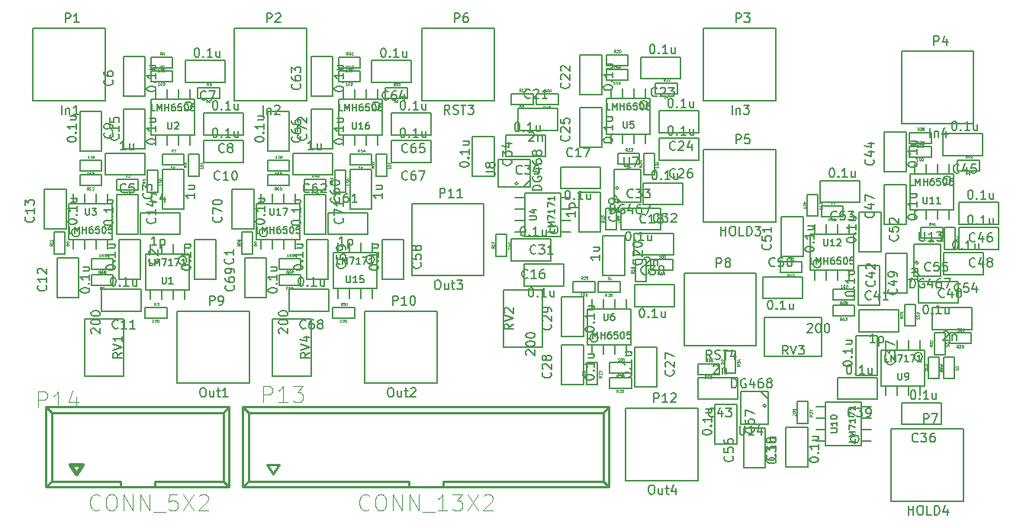
<source format=gto>
G04 (created by PCBNEW (2013-may-18)-stable) date 2014年03月12日 星期三 16时27分52秒*
%MOIN*%
G04 Gerber Fmt 3.4, Leading zero omitted, Abs format*
%FSLAX34Y34*%
G01*
G70*
G90*
G04 APERTURE LIST*
%ADD10C,0.00590551*%
%ADD11C,0.01*%
%ADD12C,0.016*%
%ADD13C,0.005*%
%ADD14C,0.0035*%
%ADD15C,0.0059*%
%ADD16C,0.0019685*%
G04 APERTURE END LIST*
G54D10*
G54D11*
X41950Y-30300D02*
X41700Y-30050D01*
X41950Y-33300D02*
X41700Y-33550D01*
X49450Y-33300D02*
X49700Y-33550D01*
X49450Y-30300D02*
X49700Y-30050D01*
X46450Y-33550D02*
X46450Y-33300D01*
X46450Y-33300D02*
X49450Y-33300D01*
X49450Y-33300D02*
X49450Y-30300D01*
X49450Y-30300D02*
X41950Y-30300D01*
X41950Y-30300D02*
X41950Y-33300D01*
X41950Y-33300D02*
X44950Y-33300D01*
X44950Y-33300D02*
X44950Y-33550D01*
X41700Y-33550D02*
X49700Y-33550D01*
X49700Y-30050D02*
X41700Y-30050D01*
X41700Y-30050D02*
X41700Y-33550D01*
X49700Y-30050D02*
X49700Y-33550D01*
G54D12*
X42748Y-32575D02*
X43023Y-32996D01*
X43023Y-32996D02*
X43299Y-32575D01*
X43299Y-32575D02*
X42748Y-32575D01*
G54D11*
X66050Y-33300D02*
X59050Y-33300D01*
X50300Y-33550D02*
X66300Y-33550D01*
X50550Y-33300D02*
X57550Y-33300D01*
X66050Y-30300D02*
X50550Y-30300D01*
X50300Y-30050D02*
X66300Y-30050D01*
X66050Y-33300D02*
X66300Y-33550D01*
X66050Y-30300D02*
X66300Y-30050D01*
X50550Y-33300D02*
X50300Y-33550D01*
X50300Y-30050D02*
X50550Y-30300D01*
X50550Y-30300D02*
X50550Y-33300D01*
X57550Y-33300D02*
X57550Y-33550D01*
X66050Y-30300D02*
X66050Y-33300D01*
X59050Y-33300D02*
X59050Y-33550D01*
X50300Y-30050D02*
X50300Y-33550D01*
X66300Y-30050D02*
X66300Y-33550D01*
X51348Y-32575D02*
X51623Y-32996D01*
X51623Y-32996D02*
X51899Y-32575D01*
X51899Y-32575D02*
X51348Y-32575D01*
G54D10*
X73240Y-29706D02*
X72945Y-29411D01*
X73170Y-30000D02*
G75*
G03X73170Y-30000I-70J0D01*
G74*
G01*
X73240Y-30808D02*
X72059Y-30808D01*
X72059Y-30808D02*
X72059Y-29391D01*
X72059Y-29391D02*
X73240Y-29391D01*
X73240Y-29391D02*
X73240Y-30808D01*
X66509Y-20793D02*
X66804Y-21088D01*
X66720Y-20500D02*
G75*
G03X66720Y-20500I-70J0D01*
G74*
G01*
X66509Y-19691D02*
X67690Y-19691D01*
X67690Y-19691D02*
X67690Y-21108D01*
X67690Y-21108D02*
X66509Y-21108D01*
X66509Y-21108D02*
X66509Y-19691D01*
X62543Y-20440D02*
X62838Y-20145D01*
X62320Y-20300D02*
G75*
G03X62320Y-20300I-70J0D01*
G74*
G01*
X61441Y-20440D02*
X61441Y-19259D01*
X61441Y-19259D02*
X62858Y-19259D01*
X62858Y-19259D02*
X62858Y-20440D01*
X62858Y-20440D02*
X61441Y-20440D01*
X79609Y-24043D02*
X79904Y-24338D01*
X79820Y-23750D02*
G75*
G03X79820Y-23750I-70J0D01*
G74*
G01*
X79609Y-22941D02*
X80790Y-22941D01*
X80790Y-22941D02*
X80790Y-24358D01*
X80790Y-24358D02*
X79609Y-24358D01*
X79609Y-24358D02*
X79609Y-22941D01*
G54D13*
X68100Y-18130D02*
X68100Y-16570D01*
X68100Y-16570D02*
X66200Y-16570D01*
X66200Y-16570D02*
X66200Y-18130D01*
X66200Y-18130D02*
X68100Y-18130D01*
X67900Y-18130D02*
X67900Y-18560D01*
X67400Y-18130D02*
X67400Y-18560D01*
X66900Y-18130D02*
X66900Y-18560D01*
X66400Y-18560D02*
X66400Y-18130D01*
X66400Y-16570D02*
X66400Y-16140D01*
X66900Y-16140D02*
X66900Y-16570D01*
X67400Y-16140D02*
X67400Y-16570D01*
X67900Y-16140D02*
X67900Y-16570D01*
X67996Y-16860D02*
G75*
G03X67996Y-16860I-186J0D01*
G74*
G01*
X65350Y-25770D02*
X65350Y-27330D01*
X65350Y-27330D02*
X67250Y-27330D01*
X67250Y-27330D02*
X67250Y-25770D01*
X67250Y-25770D02*
X65350Y-25770D01*
X65550Y-25770D02*
X65550Y-25340D01*
X66050Y-25770D02*
X66050Y-25340D01*
X66550Y-25770D02*
X66550Y-25340D01*
X67050Y-25340D02*
X67050Y-25770D01*
X67050Y-27330D02*
X67050Y-27760D01*
X66550Y-27760D02*
X66550Y-27330D01*
X66050Y-27760D02*
X66050Y-27330D01*
X65550Y-27760D02*
X65550Y-27330D01*
X65826Y-27040D02*
G75*
G03X65826Y-27040I-186J0D01*
G74*
G01*
X56400Y-18180D02*
X56400Y-16620D01*
X56400Y-16620D02*
X54500Y-16620D01*
X54500Y-16620D02*
X54500Y-18180D01*
X54500Y-18180D02*
X56400Y-18180D01*
X56200Y-18180D02*
X56200Y-18610D01*
X55700Y-18180D02*
X55700Y-18610D01*
X55200Y-18180D02*
X55200Y-18610D01*
X54700Y-18610D02*
X54700Y-18180D01*
X54700Y-16620D02*
X54700Y-16190D01*
X55200Y-16190D02*
X55200Y-16620D01*
X55700Y-16190D02*
X55700Y-16620D01*
X56200Y-16190D02*
X56200Y-16620D01*
X56296Y-16910D02*
G75*
G03X56296Y-16910I-186J0D01*
G74*
G01*
X48200Y-18180D02*
X48200Y-16620D01*
X48200Y-16620D02*
X46300Y-16620D01*
X46300Y-16620D02*
X46300Y-18180D01*
X46300Y-18180D02*
X48200Y-18180D01*
X48000Y-18180D02*
X48000Y-18610D01*
X47500Y-18180D02*
X47500Y-18610D01*
X47000Y-18180D02*
X47000Y-18610D01*
X46500Y-18610D02*
X46500Y-18180D01*
X46500Y-16620D02*
X46500Y-16190D01*
X47000Y-16190D02*
X47000Y-16620D01*
X47500Y-16190D02*
X47500Y-16620D01*
X48000Y-16190D02*
X48000Y-16620D01*
X48096Y-16910D02*
G75*
G03X48096Y-16910I-186J0D01*
G74*
G01*
X75100Y-22520D02*
X75100Y-24080D01*
X75100Y-24080D02*
X77000Y-24080D01*
X77000Y-24080D02*
X77000Y-22520D01*
X77000Y-22520D02*
X75100Y-22520D01*
X75300Y-22520D02*
X75300Y-22090D01*
X75800Y-22520D02*
X75800Y-22090D01*
X76300Y-22520D02*
X76300Y-22090D01*
X76800Y-22090D02*
X76800Y-22520D01*
X76800Y-24080D02*
X76800Y-24510D01*
X76300Y-24510D02*
X76300Y-24080D01*
X75800Y-24510D02*
X75800Y-24080D01*
X75300Y-24510D02*
X75300Y-24080D01*
X75576Y-23790D02*
G75*
G03X75576Y-23790I-186J0D01*
G74*
G01*
X42700Y-21170D02*
X42700Y-22730D01*
X42700Y-22730D02*
X44600Y-22730D01*
X44600Y-22730D02*
X44600Y-21170D01*
X44600Y-21170D02*
X42700Y-21170D01*
X42900Y-21170D02*
X42900Y-20740D01*
X43400Y-21170D02*
X43400Y-20740D01*
X43900Y-21170D02*
X43900Y-20740D01*
X44400Y-20740D02*
X44400Y-21170D01*
X44400Y-22730D02*
X44400Y-23160D01*
X43900Y-23160D02*
X43900Y-22730D01*
X43400Y-23160D02*
X43400Y-22730D01*
X42900Y-23160D02*
X42900Y-22730D01*
X43176Y-22440D02*
G75*
G03X43176Y-22440I-186J0D01*
G74*
G01*
X75770Y-31750D02*
X77330Y-31750D01*
X77330Y-31750D02*
X77330Y-29850D01*
X77330Y-29850D02*
X75770Y-29850D01*
X75770Y-29850D02*
X75770Y-31750D01*
X75770Y-31550D02*
X75340Y-31550D01*
X75770Y-31050D02*
X75340Y-31050D01*
X75770Y-30550D02*
X75340Y-30550D01*
X75340Y-30050D02*
X75770Y-30050D01*
X77330Y-30050D02*
X77760Y-30050D01*
X77760Y-30550D02*
X77330Y-30550D01*
X77760Y-31050D02*
X77330Y-31050D01*
X77760Y-31550D02*
X77330Y-31550D01*
X77226Y-31460D02*
G75*
G03X77226Y-31460I-186J0D01*
G74*
G01*
X47950Y-24930D02*
X47950Y-23370D01*
X47950Y-23370D02*
X46050Y-23370D01*
X46050Y-23370D02*
X46050Y-24930D01*
X46050Y-24930D02*
X47950Y-24930D01*
X47750Y-24930D02*
X47750Y-25360D01*
X47250Y-24930D02*
X47250Y-25360D01*
X46750Y-24930D02*
X46750Y-25360D01*
X46250Y-25360D02*
X46250Y-24930D01*
X46250Y-23370D02*
X46250Y-22940D01*
X46750Y-22940D02*
X46750Y-23370D01*
X47250Y-22940D02*
X47250Y-23370D01*
X47750Y-22940D02*
X47750Y-23370D01*
X47846Y-23660D02*
G75*
G03X47846Y-23660I-186J0D01*
G74*
G01*
X56150Y-24880D02*
X56150Y-23320D01*
X56150Y-23320D02*
X54250Y-23320D01*
X54250Y-23320D02*
X54250Y-24880D01*
X54250Y-24880D02*
X56150Y-24880D01*
X55950Y-24880D02*
X55950Y-25310D01*
X55450Y-24880D02*
X55450Y-25310D01*
X54950Y-24880D02*
X54950Y-25310D01*
X54450Y-25310D02*
X54450Y-24880D01*
X54450Y-23320D02*
X54450Y-22890D01*
X54950Y-22890D02*
X54950Y-23320D01*
X55450Y-22890D02*
X55450Y-23320D01*
X55950Y-22890D02*
X55950Y-23320D01*
X56046Y-23610D02*
G75*
G03X56046Y-23610I-186J0D01*
G74*
G01*
X50900Y-21170D02*
X50900Y-22730D01*
X50900Y-22730D02*
X52800Y-22730D01*
X52800Y-22730D02*
X52800Y-21170D01*
X52800Y-21170D02*
X50900Y-21170D01*
X51100Y-21170D02*
X51100Y-20740D01*
X51600Y-21170D02*
X51600Y-20740D01*
X52100Y-21170D02*
X52100Y-20740D01*
X52600Y-20740D02*
X52600Y-21170D01*
X52600Y-22730D02*
X52600Y-23160D01*
X52100Y-23160D02*
X52100Y-22730D01*
X51600Y-23160D02*
X51600Y-22730D01*
X51100Y-23160D02*
X51100Y-22730D01*
X51376Y-22440D02*
G75*
G03X51376Y-22440I-186J0D01*
G74*
G01*
X62620Y-22600D02*
X64180Y-22600D01*
X64180Y-22600D02*
X64180Y-20700D01*
X64180Y-20700D02*
X62620Y-20700D01*
X62620Y-20700D02*
X62620Y-22600D01*
X62620Y-22400D02*
X62190Y-22400D01*
X62620Y-21900D02*
X62190Y-21900D01*
X62620Y-21400D02*
X62190Y-21400D01*
X62190Y-20900D02*
X62620Y-20900D01*
X64180Y-20900D02*
X64610Y-20900D01*
X64610Y-21400D02*
X64180Y-21400D01*
X64610Y-21900D02*
X64180Y-21900D01*
X64610Y-22400D02*
X64180Y-22400D01*
X64076Y-22310D02*
G75*
G03X64076Y-22310I-186J0D01*
G74*
G01*
X80100Y-29130D02*
X80100Y-27570D01*
X80100Y-27570D02*
X78200Y-27570D01*
X78200Y-27570D02*
X78200Y-29130D01*
X78200Y-29130D02*
X80100Y-29130D01*
X79900Y-29130D02*
X79900Y-29560D01*
X79400Y-29130D02*
X79400Y-29560D01*
X78900Y-29130D02*
X78900Y-29560D01*
X78400Y-29560D02*
X78400Y-29130D01*
X78400Y-27570D02*
X78400Y-27140D01*
X78900Y-27140D02*
X78900Y-27570D01*
X79400Y-27140D02*
X79400Y-27570D01*
X79900Y-27140D02*
X79900Y-27570D01*
X79996Y-27860D02*
G75*
G03X79996Y-27860I-186J0D01*
G74*
G01*
X81350Y-21430D02*
X81350Y-19870D01*
X81350Y-19870D02*
X79450Y-19870D01*
X79450Y-19870D02*
X79450Y-21430D01*
X79450Y-21430D02*
X81350Y-21430D01*
X81150Y-21430D02*
X81150Y-21860D01*
X80650Y-21430D02*
X80650Y-21860D01*
X80150Y-21430D02*
X80150Y-21860D01*
X79650Y-21860D02*
X79650Y-21430D01*
X79650Y-19870D02*
X79650Y-19440D01*
X80150Y-19440D02*
X80150Y-19870D01*
X80650Y-19440D02*
X80650Y-19870D01*
X81150Y-19440D02*
X81150Y-19870D01*
X81246Y-20160D02*
G75*
G03X81246Y-20160I-186J0D01*
G74*
G01*
G54D10*
X69272Y-15913D02*
X69272Y-16386D01*
X69272Y-16386D02*
X68327Y-16386D01*
X68327Y-16386D02*
X68327Y-15913D01*
X68327Y-15913D02*
X69272Y-15913D01*
X54313Y-19727D02*
X54786Y-19727D01*
X54786Y-19727D02*
X54786Y-20672D01*
X54786Y-20672D02*
X54313Y-20672D01*
X54313Y-20672D02*
X54313Y-19727D01*
X66327Y-28586D02*
X66327Y-28113D01*
X66327Y-28113D02*
X67272Y-28113D01*
X67272Y-28113D02*
X67272Y-28586D01*
X67272Y-28586D02*
X66327Y-28586D01*
X66327Y-29236D02*
X66327Y-28763D01*
X66327Y-28763D02*
X67272Y-28763D01*
X67272Y-28763D02*
X67272Y-29236D01*
X67272Y-29236D02*
X66327Y-29236D01*
X67463Y-23627D02*
X67936Y-23627D01*
X67936Y-23627D02*
X67936Y-24572D01*
X67936Y-24572D02*
X67463Y-24572D01*
X67463Y-24572D02*
X67463Y-23627D01*
X73777Y-24186D02*
X73777Y-23713D01*
X73777Y-23713D02*
X74722Y-23713D01*
X74722Y-23713D02*
X74722Y-24186D01*
X74722Y-24186D02*
X73777Y-24186D01*
X67122Y-15313D02*
X67122Y-15786D01*
X67122Y-15786D02*
X66177Y-15786D01*
X66177Y-15786D02*
X66177Y-15313D01*
X66177Y-15313D02*
X67122Y-15313D01*
X63127Y-16836D02*
X63127Y-16363D01*
X63127Y-16363D02*
X64072Y-16363D01*
X64072Y-16363D02*
X64072Y-16836D01*
X64072Y-16836D02*
X63127Y-16836D01*
X62972Y-16363D02*
X62972Y-16836D01*
X62972Y-16836D02*
X62027Y-16836D01*
X62027Y-16836D02*
X62027Y-16363D01*
X62027Y-16363D02*
X62972Y-16363D01*
X67813Y-18977D02*
X68286Y-18977D01*
X68286Y-18977D02*
X68286Y-19922D01*
X68286Y-19922D02*
X67813Y-19922D01*
X67813Y-19922D02*
X67813Y-18977D01*
X67622Y-18963D02*
X67622Y-19436D01*
X67622Y-19436D02*
X66677Y-19436D01*
X66677Y-19436D02*
X66677Y-18963D01*
X66677Y-18963D02*
X67622Y-18963D01*
X75577Y-21736D02*
X75577Y-21263D01*
X75577Y-21263D02*
X76522Y-21263D01*
X76522Y-21263D02*
X76522Y-21736D01*
X76522Y-21736D02*
X75577Y-21736D01*
X67122Y-14663D02*
X67122Y-15136D01*
X67122Y-15136D02*
X66177Y-15136D01*
X66177Y-15136D02*
X66177Y-14663D01*
X66177Y-14663D02*
X67122Y-14663D01*
X81177Y-27286D02*
X81177Y-26813D01*
X81177Y-26813D02*
X82122Y-26813D01*
X82122Y-26813D02*
X82122Y-27286D01*
X82122Y-27286D02*
X81177Y-27286D01*
X80372Y-18063D02*
X80372Y-18536D01*
X80372Y-18536D02*
X79427Y-18536D01*
X79427Y-18536D02*
X79427Y-18063D01*
X79427Y-18063D02*
X80372Y-18063D01*
X80913Y-27877D02*
X81386Y-27877D01*
X81386Y-27877D02*
X81386Y-28822D01*
X81386Y-28822D02*
X80913Y-28822D01*
X80913Y-28822D02*
X80913Y-27877D01*
X80736Y-28822D02*
X80263Y-28822D01*
X80263Y-28822D02*
X80263Y-27877D01*
X80263Y-27877D02*
X80736Y-27877D01*
X80736Y-27877D02*
X80736Y-28822D01*
X80372Y-18663D02*
X80372Y-19136D01*
X80372Y-19136D02*
X79427Y-19136D01*
X79427Y-19136D02*
X79427Y-18663D01*
X79427Y-18663D02*
X80372Y-18663D01*
X80872Y-22213D02*
X80872Y-22686D01*
X80872Y-22686D02*
X79927Y-22686D01*
X79927Y-22686D02*
X79927Y-22213D01*
X79927Y-22213D02*
X80872Y-22213D01*
X71836Y-28572D02*
X71363Y-28572D01*
X71363Y-28572D02*
X71363Y-27627D01*
X71363Y-27627D02*
X71836Y-27627D01*
X71836Y-27627D02*
X71836Y-28572D01*
X71122Y-28163D02*
X71122Y-28636D01*
X71122Y-28636D02*
X70177Y-28636D01*
X70177Y-28636D02*
X70177Y-28163D01*
X70177Y-28163D02*
X71122Y-28163D01*
X80963Y-22227D02*
X81436Y-22227D01*
X81436Y-22227D02*
X81436Y-23172D01*
X81436Y-23172D02*
X80963Y-23172D01*
X80963Y-23172D02*
X80963Y-22227D01*
X80513Y-26827D02*
X80986Y-26827D01*
X80986Y-26827D02*
X80986Y-27772D01*
X80986Y-27772D02*
X80513Y-27772D01*
X80513Y-27772D02*
X80513Y-26827D01*
X65827Y-25036D02*
X65827Y-24563D01*
X65827Y-24563D02*
X66772Y-24563D01*
X66772Y-24563D02*
X66772Y-25036D01*
X66772Y-25036D02*
X65827Y-25036D01*
X82472Y-19263D02*
X82472Y-19736D01*
X82472Y-19736D02*
X81527Y-19736D01*
X81527Y-19736D02*
X81527Y-19263D01*
X81527Y-19263D02*
X82472Y-19263D01*
X74986Y-30772D02*
X74513Y-30772D01*
X74513Y-30772D02*
X74513Y-29827D01*
X74513Y-29827D02*
X74986Y-29827D01*
X74986Y-29827D02*
X74986Y-30772D01*
X79213Y-25577D02*
X79686Y-25577D01*
X79686Y-25577D02*
X79686Y-26522D01*
X79686Y-26522D02*
X79213Y-26522D01*
X79213Y-26522D02*
X79213Y-25577D01*
X76077Y-26086D02*
X76077Y-25613D01*
X76077Y-25613D02*
X77022Y-25613D01*
X77022Y-25613D02*
X77022Y-26086D01*
X77022Y-26086D02*
X76077Y-26086D01*
X76077Y-25386D02*
X76077Y-24913D01*
X76077Y-24913D02*
X77022Y-24913D01*
X77022Y-24913D02*
X77022Y-25386D01*
X77022Y-25386D02*
X76077Y-25386D01*
X68127Y-24086D02*
X68127Y-23613D01*
X68127Y-23613D02*
X69072Y-23613D01*
X69072Y-23613D02*
X69072Y-24086D01*
X69072Y-24086D02*
X68127Y-24086D01*
X65786Y-29072D02*
X65313Y-29072D01*
X65313Y-29072D02*
X65313Y-28127D01*
X65313Y-28127D02*
X65786Y-28127D01*
X65786Y-28127D02*
X65786Y-29072D01*
X75436Y-21722D02*
X74963Y-21722D01*
X74963Y-21722D02*
X74963Y-20777D01*
X74963Y-20777D02*
X75436Y-20777D01*
X75436Y-20777D02*
X75436Y-21722D01*
X65672Y-24563D02*
X65672Y-25036D01*
X65672Y-25036D02*
X64727Y-25036D01*
X64727Y-25036D02*
X64727Y-24563D01*
X64727Y-24563D02*
X65672Y-24563D01*
X46972Y-25713D02*
X46972Y-26186D01*
X46972Y-26186D02*
X46027Y-26186D01*
X46027Y-26186D02*
X46027Y-25713D01*
X46027Y-25713D02*
X46972Y-25713D01*
X49272Y-16113D02*
X49272Y-16586D01*
X49272Y-16586D02*
X48327Y-16586D01*
X48327Y-16586D02*
X48327Y-16113D01*
X48327Y-16113D02*
X49272Y-16113D01*
X55422Y-14763D02*
X55422Y-15236D01*
X55422Y-15236D02*
X54477Y-15236D01*
X54477Y-15236D02*
X54477Y-14763D01*
X54477Y-14763D02*
X55422Y-14763D01*
X55422Y-15363D02*
X55422Y-15836D01*
X55422Y-15836D02*
X54477Y-15836D01*
X54477Y-15836D02*
X54477Y-15363D01*
X54477Y-15363D02*
X55422Y-15363D01*
X47913Y-19027D02*
X48386Y-19027D01*
X48386Y-19027D02*
X48386Y-19972D01*
X48386Y-19972D02*
X47913Y-19972D01*
X47913Y-19972D02*
X47913Y-19027D01*
X47722Y-19013D02*
X47722Y-19486D01*
X47722Y-19486D02*
X46777Y-19486D01*
X46777Y-19486D02*
X46777Y-19013D01*
X46777Y-19013D02*
X47722Y-19013D01*
X47222Y-15363D02*
X47222Y-15836D01*
X47222Y-15836D02*
X46277Y-15836D01*
X46277Y-15836D02*
X46277Y-15363D01*
X46277Y-15363D02*
X47222Y-15363D01*
X47222Y-14763D02*
X47222Y-15236D01*
X47222Y-15236D02*
X46277Y-15236D01*
X46277Y-15236D02*
X46277Y-14763D01*
X46277Y-14763D02*
X47222Y-14763D01*
X55922Y-19013D02*
X55922Y-19486D01*
X55922Y-19486D02*
X54977Y-19486D01*
X54977Y-19486D02*
X54977Y-19013D01*
X54977Y-19013D02*
X55922Y-19013D01*
X56113Y-19027D02*
X56586Y-19027D01*
X56586Y-19027D02*
X56586Y-19972D01*
X56586Y-19972D02*
X56113Y-19972D01*
X56113Y-19972D02*
X56113Y-19027D01*
X61363Y-22527D02*
X61836Y-22527D01*
X61836Y-22527D02*
X61836Y-23472D01*
X61836Y-23472D02*
X61363Y-23472D01*
X61363Y-23472D02*
X61363Y-22527D01*
X57472Y-16113D02*
X57472Y-16586D01*
X57472Y-16586D02*
X56527Y-16586D01*
X56527Y-16586D02*
X56527Y-16113D01*
X56527Y-16113D02*
X57472Y-16113D01*
X45722Y-20113D02*
X45722Y-20586D01*
X45722Y-20586D02*
X44777Y-20586D01*
X44777Y-20586D02*
X44777Y-20113D01*
X44777Y-20113D02*
X45722Y-20113D01*
X46113Y-19727D02*
X46586Y-19727D01*
X46586Y-19727D02*
X46586Y-20672D01*
X46586Y-20672D02*
X46113Y-20672D01*
X46113Y-20672D02*
X46113Y-19727D01*
X51877Y-24736D02*
X51877Y-24263D01*
X51877Y-24263D02*
X52822Y-24263D01*
X52822Y-24263D02*
X52822Y-24736D01*
X52822Y-24736D02*
X51877Y-24736D01*
X51877Y-24036D02*
X51877Y-23563D01*
X51877Y-23563D02*
X52822Y-23563D01*
X52822Y-23563D02*
X52822Y-24036D01*
X52822Y-24036D02*
X51877Y-24036D01*
X51377Y-20386D02*
X51377Y-19913D01*
X51377Y-19913D02*
X52322Y-19913D01*
X52322Y-19913D02*
X52322Y-20386D01*
X52322Y-20386D02*
X51377Y-20386D01*
X51377Y-19736D02*
X51377Y-19263D01*
X51377Y-19263D02*
X52322Y-19263D01*
X52322Y-19263D02*
X52322Y-19736D01*
X52322Y-19736D02*
X51377Y-19736D01*
X50263Y-22427D02*
X50736Y-22427D01*
X50736Y-22427D02*
X50736Y-23372D01*
X50736Y-23372D02*
X50263Y-23372D01*
X50263Y-23372D02*
X50263Y-22427D01*
X53922Y-20113D02*
X53922Y-20586D01*
X53922Y-20586D02*
X52977Y-20586D01*
X52977Y-20586D02*
X52977Y-20113D01*
X52977Y-20113D02*
X53922Y-20113D01*
X43677Y-24736D02*
X43677Y-24263D01*
X43677Y-24263D02*
X44622Y-24263D01*
X44622Y-24263D02*
X44622Y-24736D01*
X44622Y-24736D02*
X43677Y-24736D01*
X43677Y-24036D02*
X43677Y-23563D01*
X43677Y-23563D02*
X44622Y-23563D01*
X44622Y-23563D02*
X44622Y-24036D01*
X44622Y-24036D02*
X43677Y-24036D01*
X42063Y-22427D02*
X42536Y-22427D01*
X42536Y-22427D02*
X42536Y-23372D01*
X42536Y-23372D02*
X42063Y-23372D01*
X42063Y-23372D02*
X42063Y-22427D01*
X43177Y-20386D02*
X43177Y-19913D01*
X43177Y-19913D02*
X44122Y-19913D01*
X44122Y-19913D02*
X44122Y-20386D01*
X44122Y-20386D02*
X43177Y-20386D01*
X43177Y-19736D02*
X43177Y-19263D01*
X43177Y-19263D02*
X44122Y-19263D01*
X44122Y-19263D02*
X44122Y-19736D01*
X44122Y-19736D02*
X43177Y-19736D01*
X55172Y-25713D02*
X55172Y-26186D01*
X55172Y-26186D02*
X54227Y-26186D01*
X54227Y-26186D02*
X54227Y-25713D01*
X54227Y-25713D02*
X55172Y-25713D01*
X66163Y-21377D02*
X66636Y-21377D01*
X66636Y-21377D02*
X66636Y-22322D01*
X66636Y-22322D02*
X66163Y-22322D01*
X66163Y-22322D02*
X66163Y-21377D01*
X55922Y-19683D02*
X55922Y-21416D01*
X55922Y-21416D02*
X54977Y-21416D01*
X54977Y-21416D02*
X54977Y-19683D01*
X54977Y-19683D02*
X55922Y-19683D01*
X79272Y-20333D02*
X79272Y-22066D01*
X79272Y-22066D02*
X78327Y-22066D01*
X78327Y-22066D02*
X78327Y-20333D01*
X78327Y-20333D02*
X79272Y-20333D01*
X81583Y-21127D02*
X83316Y-21127D01*
X83316Y-21127D02*
X83316Y-22072D01*
X83316Y-22072D02*
X81583Y-22072D01*
X81583Y-22072D02*
X81583Y-21127D01*
X81583Y-22227D02*
X83316Y-22227D01*
X83316Y-22227D02*
X83316Y-23172D01*
X83316Y-23172D02*
X81583Y-23172D01*
X81583Y-23172D02*
X81583Y-22227D01*
X73122Y-30983D02*
X73122Y-32716D01*
X73122Y-32716D02*
X72177Y-32716D01*
X72177Y-32716D02*
X72177Y-30983D01*
X72177Y-30983D02*
X73122Y-30983D01*
X52483Y-18977D02*
X54216Y-18977D01*
X54216Y-18977D02*
X54216Y-19922D01*
X54216Y-19922D02*
X52483Y-19922D01*
X52483Y-19922D02*
X52483Y-18977D01*
X52333Y-24927D02*
X54066Y-24927D01*
X54066Y-24927D02*
X54066Y-25872D01*
X54066Y-25872D02*
X52333Y-25872D01*
X52333Y-25872D02*
X52333Y-24927D01*
X70927Y-31666D02*
X70927Y-29933D01*
X70927Y-29933D02*
X71872Y-29933D01*
X71872Y-29933D02*
X71872Y-31666D01*
X71872Y-31666D02*
X70927Y-31666D01*
X51322Y-23533D02*
X51322Y-25266D01*
X51322Y-25266D02*
X50377Y-25266D01*
X50377Y-25266D02*
X50377Y-23533D01*
X50377Y-23533D02*
X51322Y-23533D01*
X67783Y-20277D02*
X69516Y-20277D01*
X69516Y-20277D02*
X69516Y-21222D01*
X69516Y-21222D02*
X67783Y-21222D01*
X67783Y-21222D02*
X67783Y-20277D01*
X51377Y-18866D02*
X51377Y-17133D01*
X51377Y-17133D02*
X52322Y-17133D01*
X52322Y-17133D02*
X52322Y-18866D01*
X52322Y-18866D02*
X51377Y-18866D01*
X50772Y-20533D02*
X50772Y-22266D01*
X50772Y-22266D02*
X49827Y-22266D01*
X49827Y-22266D02*
X49827Y-20533D01*
X49827Y-20533D02*
X50772Y-20533D01*
X52977Y-22516D02*
X52977Y-20783D01*
X52977Y-20783D02*
X53922Y-20783D01*
X53922Y-20783D02*
X53922Y-22516D01*
X53922Y-22516D02*
X52977Y-22516D01*
X77227Y-23266D02*
X77227Y-21533D01*
X77227Y-21533D02*
X78172Y-21533D01*
X78172Y-21533D02*
X78172Y-23266D01*
X78172Y-23266D02*
X77227Y-23266D01*
X55933Y-14927D02*
X57666Y-14927D01*
X57666Y-14927D02*
X57666Y-15872D01*
X57666Y-15872D02*
X55933Y-15872D01*
X55933Y-15872D02*
X55933Y-14927D01*
X81566Y-25522D02*
X79833Y-25522D01*
X79833Y-25522D02*
X79833Y-24577D01*
X79833Y-24577D02*
X81566Y-24577D01*
X81566Y-24577D02*
X81566Y-25522D01*
X80883Y-18127D02*
X82616Y-18127D01*
X82616Y-18127D02*
X82616Y-19072D01*
X82616Y-19072D02*
X80883Y-19072D01*
X80883Y-19072D02*
X80883Y-18127D01*
X54222Y-17033D02*
X54222Y-18766D01*
X54222Y-18766D02*
X53277Y-18766D01*
X53277Y-18766D02*
X53277Y-17033D01*
X53277Y-17033D02*
X54222Y-17033D01*
X56783Y-17227D02*
X58516Y-17227D01*
X58516Y-17227D02*
X58516Y-18172D01*
X58516Y-18172D02*
X56783Y-18172D01*
X56783Y-18172D02*
X56783Y-17227D01*
X77177Y-25616D02*
X77177Y-23883D01*
X77177Y-23883D02*
X78122Y-23883D01*
X78122Y-23883D02*
X78122Y-25616D01*
X78122Y-25616D02*
X77177Y-25616D01*
X56783Y-18427D02*
X58516Y-18427D01*
X58516Y-18427D02*
X58516Y-19372D01*
X58516Y-19372D02*
X56783Y-19372D01*
X56783Y-19372D02*
X56783Y-18427D01*
X56377Y-24466D02*
X56377Y-22733D01*
X56377Y-22733D02*
X57322Y-22733D01*
X57322Y-22733D02*
X57322Y-24466D01*
X57322Y-24466D02*
X56377Y-24466D01*
X53077Y-24466D02*
X53077Y-22733D01*
X53077Y-22733D02*
X54022Y-22733D01*
X54022Y-22733D02*
X54022Y-24466D01*
X54022Y-24466D02*
X53077Y-24466D01*
X80933Y-23327D02*
X82666Y-23327D01*
X82666Y-23327D02*
X82666Y-24272D01*
X82666Y-24272D02*
X80933Y-24272D01*
X80933Y-24272D02*
X80933Y-23327D01*
X75533Y-20177D02*
X77266Y-20177D01*
X77266Y-20177D02*
X77266Y-21122D01*
X77266Y-21122D02*
X75533Y-21122D01*
X75533Y-21122D02*
X75533Y-20177D01*
X74772Y-21733D02*
X74772Y-23466D01*
X74772Y-23466D02*
X73827Y-23466D01*
X73827Y-23466D02*
X73827Y-21733D01*
X73827Y-21733D02*
X74772Y-21733D01*
X74766Y-25322D02*
X73033Y-25322D01*
X73033Y-25322D02*
X73033Y-24377D01*
X73033Y-24377D02*
X74766Y-24377D01*
X74766Y-24377D02*
X74766Y-25322D01*
X54222Y-14733D02*
X54222Y-16466D01*
X54222Y-16466D02*
X53277Y-16466D01*
X53277Y-16466D02*
X53277Y-14733D01*
X53277Y-14733D02*
X54222Y-14733D01*
X55766Y-22522D02*
X54033Y-22522D01*
X54033Y-22522D02*
X54033Y-21577D01*
X54033Y-21577D02*
X55766Y-21577D01*
X55766Y-21577D02*
X55766Y-22522D01*
X42572Y-20533D02*
X42572Y-22266D01*
X42572Y-22266D02*
X41627Y-22266D01*
X41627Y-22266D02*
X41627Y-20533D01*
X41627Y-20533D02*
X42572Y-20533D01*
X65972Y-14683D02*
X65972Y-16416D01*
X65972Y-16416D02*
X65027Y-16416D01*
X65027Y-16416D02*
X65027Y-14683D01*
X65027Y-14683D02*
X65972Y-14683D01*
X64977Y-22416D02*
X64977Y-20683D01*
X64977Y-20683D02*
X65922Y-20683D01*
X65922Y-20683D02*
X65922Y-22416D01*
X65922Y-22416D02*
X64977Y-22416D01*
X64066Y-17972D02*
X62333Y-17972D01*
X62333Y-17972D02*
X62333Y-17027D01*
X62333Y-17027D02*
X64066Y-17027D01*
X64066Y-17027D02*
X64066Y-17972D01*
X69116Y-23422D02*
X67383Y-23422D01*
X67383Y-23422D02*
X67383Y-22477D01*
X67383Y-22477D02*
X69116Y-22477D01*
X69116Y-22477D02*
X69116Y-23422D01*
X65916Y-20522D02*
X64183Y-20522D01*
X64183Y-20522D02*
X64183Y-19577D01*
X64183Y-19577D02*
X65916Y-19577D01*
X65916Y-19577D02*
X65916Y-20522D01*
X62033Y-22727D02*
X63766Y-22727D01*
X63766Y-22727D02*
X63766Y-23672D01*
X63766Y-23672D02*
X62033Y-23672D01*
X62033Y-23672D02*
X62033Y-22727D01*
X79272Y-18033D02*
X79272Y-19766D01*
X79272Y-19766D02*
X78327Y-19766D01*
X78327Y-19766D02*
X78327Y-18033D01*
X78327Y-18033D02*
X79272Y-18033D01*
X66027Y-24316D02*
X66027Y-22583D01*
X66027Y-22583D02*
X66972Y-22583D01*
X66972Y-22583D02*
X66972Y-24316D01*
X66972Y-24316D02*
X66027Y-24316D01*
X43122Y-23533D02*
X43122Y-25266D01*
X43122Y-25266D02*
X42177Y-25266D01*
X42177Y-25266D02*
X42177Y-23533D01*
X42177Y-23533D02*
X43122Y-23533D01*
X44777Y-22516D02*
X44777Y-20783D01*
X44777Y-20783D02*
X45722Y-20783D01*
X45722Y-20783D02*
X45722Y-22516D01*
X45722Y-22516D02*
X44777Y-22516D01*
X68483Y-18327D02*
X70216Y-18327D01*
X70216Y-18327D02*
X70216Y-19272D01*
X70216Y-19272D02*
X68483Y-19272D01*
X68483Y-19272D02*
X68483Y-18327D01*
X43177Y-18866D02*
X43177Y-17133D01*
X43177Y-17133D02*
X44122Y-17133D01*
X44122Y-17133D02*
X44122Y-18866D01*
X44122Y-18866D02*
X43177Y-18866D01*
X44133Y-24927D02*
X45866Y-24927D01*
X45866Y-24927D02*
X45866Y-25872D01*
X45866Y-25872D02*
X44133Y-25872D01*
X44133Y-25872D02*
X44133Y-24927D01*
X47783Y-14927D02*
X49516Y-14927D01*
X49516Y-14927D02*
X49516Y-15872D01*
X49516Y-15872D02*
X47783Y-15872D01*
X47783Y-15872D02*
X47783Y-14927D01*
X46022Y-17033D02*
X46022Y-18766D01*
X46022Y-18766D02*
X45077Y-18766D01*
X45077Y-18766D02*
X45077Y-17033D01*
X45077Y-17033D02*
X46022Y-17033D01*
X48583Y-17227D02*
X50316Y-17227D01*
X50316Y-17227D02*
X50316Y-18172D01*
X50316Y-18172D02*
X48583Y-18172D01*
X48583Y-18172D02*
X48583Y-17227D01*
X48583Y-18427D02*
X50316Y-18427D01*
X50316Y-18427D02*
X50316Y-19372D01*
X50316Y-19372D02*
X48583Y-19372D01*
X48583Y-19372D02*
X48583Y-18427D01*
X46022Y-14733D02*
X46022Y-16466D01*
X46022Y-16466D02*
X45077Y-16466D01*
X45077Y-16466D02*
X45077Y-14733D01*
X45077Y-14733D02*
X46022Y-14733D01*
X47566Y-22522D02*
X45833Y-22522D01*
X45833Y-22522D02*
X45833Y-21577D01*
X45833Y-21577D02*
X47566Y-21577D01*
X47566Y-21577D02*
X47566Y-22522D01*
X44877Y-24466D02*
X44877Y-22733D01*
X44877Y-22733D02*
X45822Y-22733D01*
X45822Y-22733D02*
X45822Y-24466D01*
X45822Y-24466D02*
X44877Y-24466D01*
X48177Y-24466D02*
X48177Y-22733D01*
X48177Y-22733D02*
X49122Y-22733D01*
X49122Y-22733D02*
X49122Y-24466D01*
X49122Y-24466D02*
X48177Y-24466D01*
X68483Y-17127D02*
X70216Y-17127D01*
X70216Y-17127D02*
X70216Y-18072D01*
X70216Y-18072D02*
X68483Y-18072D01*
X68483Y-18072D02*
X68483Y-17127D01*
X78966Y-26772D02*
X77233Y-26772D01*
X77233Y-26772D02*
X77233Y-25827D01*
X77233Y-25827D02*
X78966Y-25827D01*
X78966Y-25827D02*
X78966Y-26772D01*
X77077Y-28666D02*
X77077Y-26933D01*
X77077Y-26933D02*
X78022Y-26933D01*
X78022Y-26933D02*
X78022Y-28666D01*
X78022Y-28666D02*
X77077Y-28666D01*
X79083Y-29877D02*
X80816Y-29877D01*
X80816Y-29877D02*
X80816Y-30822D01*
X80816Y-30822D02*
X79083Y-30822D01*
X79083Y-30822D02*
X79083Y-29877D01*
X70183Y-28777D02*
X71916Y-28777D01*
X71916Y-28777D02*
X71916Y-29722D01*
X71916Y-29722D02*
X70183Y-29722D01*
X70183Y-29722D02*
X70183Y-28777D01*
X82166Y-26672D02*
X80433Y-26672D01*
X80433Y-26672D02*
X80433Y-25727D01*
X80433Y-25727D02*
X82166Y-25727D01*
X82166Y-25727D02*
X82166Y-26672D01*
X76283Y-28777D02*
X78016Y-28777D01*
X78016Y-28777D02*
X78016Y-29722D01*
X78016Y-29722D02*
X76283Y-29722D01*
X76283Y-29722D02*
X76283Y-28777D01*
X74972Y-30933D02*
X74972Y-32666D01*
X74972Y-32666D02*
X74027Y-32666D01*
X74027Y-32666D02*
X74027Y-30933D01*
X74027Y-30933D02*
X74972Y-30933D01*
X47722Y-19683D02*
X47722Y-21416D01*
X47722Y-21416D02*
X46777Y-21416D01*
X46777Y-21416D02*
X46777Y-19683D01*
X46777Y-19683D02*
X47722Y-19683D01*
X79322Y-23333D02*
X79322Y-25066D01*
X79322Y-25066D02*
X78377Y-25066D01*
X78377Y-25066D02*
X78377Y-23333D01*
X78377Y-23333D02*
X79322Y-23333D01*
X61783Y-18177D02*
X63516Y-18177D01*
X63516Y-18177D02*
X63516Y-19122D01*
X63516Y-19122D02*
X61783Y-19122D01*
X61783Y-19122D02*
X61783Y-18177D01*
X60327Y-19966D02*
X60327Y-18233D01*
X60327Y-18233D02*
X61272Y-18233D01*
X61272Y-18233D02*
X61272Y-19966D01*
X61272Y-19966D02*
X60327Y-19966D01*
X68566Y-22322D02*
X66833Y-22322D01*
X66833Y-22322D02*
X66833Y-21377D01*
X66833Y-21377D02*
X68566Y-21377D01*
X68566Y-21377D02*
X68566Y-22322D01*
X44283Y-18977D02*
X46016Y-18977D01*
X46016Y-18977D02*
X46016Y-19922D01*
X46016Y-19922D02*
X44283Y-19922D01*
X44283Y-19922D02*
X44283Y-18977D01*
X65172Y-27333D02*
X65172Y-29066D01*
X65172Y-29066D02*
X64227Y-29066D01*
X64227Y-29066D02*
X64227Y-27333D01*
X64227Y-27333D02*
X65172Y-27333D01*
X69166Y-25672D02*
X67433Y-25672D01*
X67433Y-25672D02*
X67433Y-24727D01*
X67433Y-24727D02*
X69166Y-24727D01*
X69166Y-24727D02*
X69166Y-25672D01*
X65172Y-25233D02*
X65172Y-26966D01*
X65172Y-26966D02*
X64227Y-26966D01*
X64227Y-26966D02*
X64227Y-25233D01*
X64227Y-25233D02*
X65172Y-25233D01*
X64316Y-24772D02*
X62583Y-24772D01*
X62583Y-24772D02*
X62583Y-23827D01*
X62583Y-23827D02*
X64316Y-23827D01*
X64316Y-23827D02*
X64316Y-24772D01*
X67427Y-29166D02*
X67427Y-27433D01*
X67427Y-27433D02*
X68372Y-27433D01*
X68372Y-27433D02*
X68372Y-29166D01*
X68372Y-29166D02*
X67427Y-29166D01*
X67683Y-14777D02*
X69416Y-14777D01*
X69416Y-14777D02*
X69416Y-15722D01*
X69416Y-15722D02*
X67683Y-15722D01*
X67683Y-15722D02*
X67683Y-14777D01*
X65972Y-16983D02*
X65972Y-18716D01*
X65972Y-18716D02*
X65027Y-18716D01*
X65027Y-18716D02*
X65027Y-16983D01*
X65027Y-16983D02*
X65972Y-16983D01*
X43400Y-28700D02*
X43400Y-26200D01*
X43400Y-26200D02*
X45100Y-26200D01*
X45100Y-26200D02*
X45100Y-28700D01*
X45100Y-28700D02*
X43400Y-28700D01*
X63400Y-24950D02*
X63400Y-27450D01*
X63400Y-27450D02*
X61700Y-27450D01*
X61700Y-27450D02*
X61700Y-24950D01*
X61700Y-24950D02*
X63400Y-24950D01*
X51600Y-28700D02*
X51600Y-26200D01*
X51600Y-26200D02*
X53300Y-26200D01*
X53300Y-26200D02*
X53300Y-28700D01*
X53300Y-28700D02*
X51600Y-28700D01*
X73100Y-26150D02*
X75600Y-26150D01*
X75600Y-26150D02*
X75600Y-27850D01*
X75600Y-27850D02*
X73100Y-27850D01*
X73100Y-27850D02*
X73100Y-26150D01*
X41125Y-13525D02*
X44274Y-13525D01*
X44274Y-13525D02*
X44274Y-16674D01*
X44274Y-16674D02*
X41125Y-16674D01*
X41125Y-16674D02*
X41125Y-13525D01*
X69575Y-24225D02*
X72724Y-24225D01*
X72724Y-24225D02*
X72724Y-27374D01*
X72724Y-27374D02*
X69575Y-27374D01*
X69575Y-27374D02*
X69575Y-24225D01*
X78625Y-31025D02*
X81774Y-31025D01*
X81774Y-31025D02*
X81774Y-34174D01*
X81774Y-34174D02*
X78625Y-34174D01*
X78625Y-34174D02*
X78625Y-31025D01*
X58125Y-13525D02*
X61274Y-13525D01*
X61274Y-13525D02*
X61274Y-16674D01*
X61274Y-16674D02*
X58125Y-16674D01*
X58125Y-16674D02*
X58125Y-13525D01*
X70425Y-18825D02*
X73574Y-18825D01*
X73574Y-18825D02*
X73574Y-21974D01*
X73574Y-21974D02*
X70425Y-21974D01*
X70425Y-21974D02*
X70425Y-18825D01*
X67025Y-30125D02*
X70174Y-30125D01*
X70174Y-30125D02*
X70174Y-33274D01*
X70174Y-33274D02*
X67025Y-33274D01*
X67025Y-33274D02*
X67025Y-30125D01*
X57675Y-21175D02*
X60824Y-21175D01*
X60824Y-21175D02*
X60824Y-24324D01*
X60824Y-24324D02*
X57675Y-24324D01*
X57675Y-24324D02*
X57675Y-21175D01*
X55625Y-25875D02*
X58774Y-25875D01*
X58774Y-25875D02*
X58774Y-29024D01*
X58774Y-29024D02*
X55625Y-29024D01*
X55625Y-29024D02*
X55625Y-25875D01*
X47425Y-25875D02*
X50574Y-25875D01*
X50574Y-25875D02*
X50574Y-29024D01*
X50574Y-29024D02*
X47425Y-29024D01*
X47425Y-29024D02*
X47425Y-25875D01*
X79075Y-14525D02*
X82224Y-14525D01*
X82224Y-14525D02*
X82224Y-17674D01*
X82224Y-17674D02*
X79075Y-17674D01*
X79075Y-17674D02*
X79075Y-14525D01*
X70425Y-13525D02*
X73574Y-13525D01*
X73574Y-13525D02*
X73574Y-16674D01*
X73574Y-16674D02*
X70425Y-16674D01*
X70425Y-16674D02*
X70425Y-13525D01*
X49925Y-13525D02*
X53074Y-13525D01*
X53074Y-13525D02*
X53074Y-16674D01*
X53074Y-16674D02*
X49925Y-16674D01*
X49925Y-16674D02*
X49925Y-13525D01*
G54D14*
X41350Y-30083D02*
X41350Y-29383D01*
X41616Y-29383D01*
X41683Y-29416D01*
X41716Y-29450D01*
X41750Y-29516D01*
X41750Y-29616D01*
X41716Y-29683D01*
X41683Y-29716D01*
X41616Y-29750D01*
X41350Y-29750D01*
X42416Y-30083D02*
X42016Y-30083D01*
X42216Y-30083D02*
X42216Y-29383D01*
X42150Y-29483D01*
X42083Y-29550D01*
X42016Y-29583D01*
X43016Y-29616D02*
X43016Y-30083D01*
X42850Y-29350D02*
X42683Y-29850D01*
X43116Y-29850D01*
X44050Y-34516D02*
X44016Y-34550D01*
X43916Y-34583D01*
X43850Y-34583D01*
X43750Y-34550D01*
X43683Y-34483D01*
X43650Y-34416D01*
X43616Y-34283D01*
X43616Y-34183D01*
X43650Y-34050D01*
X43683Y-33983D01*
X43750Y-33916D01*
X43850Y-33883D01*
X43916Y-33883D01*
X44016Y-33916D01*
X44050Y-33950D01*
X44483Y-33883D02*
X44616Y-33883D01*
X44683Y-33916D01*
X44750Y-33983D01*
X44783Y-34116D01*
X44783Y-34350D01*
X44750Y-34483D01*
X44683Y-34550D01*
X44616Y-34583D01*
X44483Y-34583D01*
X44416Y-34550D01*
X44350Y-34483D01*
X44316Y-34350D01*
X44316Y-34116D01*
X44350Y-33983D01*
X44416Y-33916D01*
X44483Y-33883D01*
X45083Y-34583D02*
X45083Y-33883D01*
X45483Y-34583D01*
X45483Y-33883D01*
X45816Y-34583D02*
X45816Y-33883D01*
X46216Y-34583D01*
X46216Y-33883D01*
X46383Y-34650D02*
X46916Y-34650D01*
X47416Y-33883D02*
X47083Y-33883D01*
X47050Y-34216D01*
X47083Y-34183D01*
X47150Y-34150D01*
X47316Y-34150D01*
X47383Y-34183D01*
X47416Y-34216D01*
X47450Y-34283D01*
X47450Y-34450D01*
X47416Y-34516D01*
X47383Y-34550D01*
X47316Y-34583D01*
X47150Y-34583D01*
X47083Y-34550D01*
X47050Y-34516D01*
X47683Y-33883D02*
X48150Y-34583D01*
X48150Y-33883D02*
X47683Y-34583D01*
X48383Y-33950D02*
X48416Y-33916D01*
X48483Y-33883D01*
X48650Y-33883D01*
X48716Y-33916D01*
X48750Y-33950D01*
X48783Y-34016D01*
X48783Y-34083D01*
X48750Y-34183D01*
X48350Y-34583D01*
X48783Y-34583D01*
X51200Y-29833D02*
X51200Y-29133D01*
X51466Y-29133D01*
X51533Y-29166D01*
X51566Y-29200D01*
X51600Y-29266D01*
X51600Y-29366D01*
X51566Y-29433D01*
X51533Y-29466D01*
X51466Y-29500D01*
X51200Y-29500D01*
X52266Y-29833D02*
X51866Y-29833D01*
X52066Y-29833D02*
X52066Y-29133D01*
X52000Y-29233D01*
X51933Y-29300D01*
X51866Y-29333D01*
X52500Y-29133D02*
X52933Y-29133D01*
X52700Y-29400D01*
X52800Y-29400D01*
X52866Y-29433D01*
X52900Y-29466D01*
X52933Y-29533D01*
X52933Y-29700D01*
X52900Y-29766D01*
X52866Y-29800D01*
X52800Y-29833D01*
X52600Y-29833D01*
X52533Y-29800D01*
X52500Y-29766D01*
X55816Y-34516D02*
X55783Y-34550D01*
X55683Y-34583D01*
X55616Y-34583D01*
X55516Y-34550D01*
X55450Y-34483D01*
X55416Y-34416D01*
X55383Y-34283D01*
X55383Y-34183D01*
X55416Y-34050D01*
X55450Y-33983D01*
X55516Y-33916D01*
X55616Y-33883D01*
X55683Y-33883D01*
X55783Y-33916D01*
X55816Y-33950D01*
X56250Y-33883D02*
X56383Y-33883D01*
X56450Y-33916D01*
X56516Y-33983D01*
X56550Y-34116D01*
X56550Y-34350D01*
X56516Y-34483D01*
X56450Y-34550D01*
X56383Y-34583D01*
X56250Y-34583D01*
X56183Y-34550D01*
X56116Y-34483D01*
X56083Y-34350D01*
X56083Y-34116D01*
X56116Y-33983D01*
X56183Y-33916D01*
X56250Y-33883D01*
X56850Y-34583D02*
X56850Y-33883D01*
X57250Y-34583D01*
X57250Y-33883D01*
X57583Y-34583D02*
X57583Y-33883D01*
X57983Y-34583D01*
X57983Y-33883D01*
X58150Y-34650D02*
X58683Y-34650D01*
X59216Y-34583D02*
X58816Y-34583D01*
X59016Y-34583D02*
X59016Y-33883D01*
X58950Y-33983D01*
X58883Y-34050D01*
X58816Y-34083D01*
X59450Y-33883D02*
X59883Y-33883D01*
X59650Y-34150D01*
X59750Y-34150D01*
X59816Y-34183D01*
X59850Y-34216D01*
X59883Y-34283D01*
X59883Y-34450D01*
X59850Y-34516D01*
X59816Y-34550D01*
X59750Y-34583D01*
X59550Y-34583D01*
X59483Y-34550D01*
X59450Y-34516D01*
X60116Y-33883D02*
X60583Y-34583D01*
X60583Y-33883D02*
X60116Y-34583D01*
X60816Y-33950D02*
X60850Y-33916D01*
X60916Y-33883D01*
X61083Y-33883D01*
X61150Y-33916D01*
X61183Y-33950D01*
X61216Y-34016D01*
X61216Y-34083D01*
X61183Y-34183D01*
X60783Y-34583D01*
X61216Y-34583D01*
G54D10*
X72005Y-30869D02*
X72005Y-31188D01*
X72023Y-31225D01*
X72042Y-31244D01*
X72080Y-31263D01*
X72155Y-31263D01*
X72192Y-31244D01*
X72211Y-31225D01*
X72230Y-31188D01*
X72230Y-30869D01*
X72623Y-31263D02*
X72398Y-31263D01*
X72511Y-31263D02*
X72511Y-30869D01*
X72473Y-30925D01*
X72436Y-30963D01*
X72398Y-30982D01*
X72961Y-31000D02*
X72961Y-31263D01*
X72867Y-30850D02*
X72773Y-31132D01*
X73017Y-31132D01*
X71669Y-29216D02*
X71669Y-28822D01*
X71763Y-28822D01*
X71819Y-28841D01*
X71856Y-28878D01*
X71875Y-28916D01*
X71894Y-28991D01*
X71894Y-29047D01*
X71875Y-29122D01*
X71856Y-29159D01*
X71819Y-29197D01*
X71763Y-29216D01*
X71669Y-29216D01*
X72269Y-28841D02*
X72231Y-28822D01*
X72175Y-28822D01*
X72119Y-28841D01*
X72081Y-28878D01*
X72063Y-28916D01*
X72044Y-28991D01*
X72044Y-29047D01*
X72063Y-29122D01*
X72081Y-29159D01*
X72119Y-29197D01*
X72175Y-29216D01*
X72213Y-29216D01*
X72269Y-29197D01*
X72288Y-29178D01*
X72288Y-29047D01*
X72213Y-29047D01*
X72625Y-28953D02*
X72625Y-29216D01*
X72531Y-28803D02*
X72438Y-29084D01*
X72681Y-29084D01*
X73000Y-28822D02*
X72925Y-28822D01*
X72888Y-28841D01*
X72869Y-28859D01*
X72831Y-28916D01*
X72813Y-28991D01*
X72813Y-29141D01*
X72831Y-29178D01*
X72850Y-29197D01*
X72888Y-29216D01*
X72963Y-29216D01*
X73000Y-29197D01*
X73019Y-29178D01*
X73038Y-29141D01*
X73038Y-29047D01*
X73019Y-29009D01*
X73000Y-28991D01*
X72963Y-28972D01*
X72888Y-28972D01*
X72850Y-28991D01*
X72831Y-29009D01*
X72813Y-29047D01*
X73263Y-28991D02*
X73225Y-28972D01*
X73206Y-28953D01*
X73188Y-28916D01*
X73188Y-28897D01*
X73206Y-28859D01*
X73225Y-28841D01*
X73263Y-28822D01*
X73338Y-28822D01*
X73375Y-28841D01*
X73394Y-28859D01*
X73413Y-28897D01*
X73413Y-28916D01*
X73394Y-28953D01*
X73375Y-28972D01*
X73338Y-28991D01*
X73263Y-28991D01*
X73225Y-29009D01*
X73206Y-29028D01*
X73188Y-29066D01*
X73188Y-29141D01*
X73206Y-29178D01*
X73225Y-29197D01*
X73263Y-29216D01*
X73338Y-29216D01*
X73375Y-29197D01*
X73394Y-29178D01*
X73413Y-29141D01*
X73413Y-29066D01*
X73394Y-29028D01*
X73375Y-29009D01*
X73338Y-28991D01*
X66957Y-19161D02*
X66957Y-19480D01*
X66976Y-19517D01*
X66995Y-19536D01*
X67032Y-19555D01*
X67107Y-19555D01*
X67144Y-19536D01*
X67163Y-19517D01*
X67182Y-19480D01*
X67182Y-19161D01*
X67332Y-19161D02*
X67594Y-19161D01*
X67426Y-19555D01*
X66355Y-21602D02*
X66355Y-21208D01*
X66449Y-21208D01*
X66505Y-21227D01*
X66543Y-21265D01*
X66561Y-21302D01*
X66580Y-21377D01*
X66580Y-21433D01*
X66561Y-21508D01*
X66543Y-21546D01*
X66505Y-21583D01*
X66449Y-21602D01*
X66355Y-21602D01*
X66955Y-21227D02*
X66918Y-21208D01*
X66861Y-21208D01*
X66805Y-21227D01*
X66768Y-21265D01*
X66749Y-21302D01*
X66730Y-21377D01*
X66730Y-21433D01*
X66749Y-21508D01*
X66768Y-21546D01*
X66805Y-21583D01*
X66861Y-21602D01*
X66899Y-21602D01*
X66955Y-21583D01*
X66974Y-21565D01*
X66974Y-21433D01*
X66899Y-21433D01*
X67311Y-21340D02*
X67311Y-21602D01*
X67218Y-21190D02*
X67124Y-21471D01*
X67368Y-21471D01*
X67686Y-21208D02*
X67611Y-21208D01*
X67574Y-21227D01*
X67555Y-21246D01*
X67518Y-21302D01*
X67499Y-21377D01*
X67499Y-21527D01*
X67518Y-21565D01*
X67536Y-21583D01*
X67574Y-21602D01*
X67649Y-21602D01*
X67686Y-21583D01*
X67705Y-21565D01*
X67724Y-21527D01*
X67724Y-21433D01*
X67705Y-21396D01*
X67686Y-21377D01*
X67649Y-21358D01*
X67574Y-21358D01*
X67536Y-21377D01*
X67518Y-21396D01*
X67499Y-21433D01*
X67855Y-21208D02*
X68117Y-21208D01*
X67949Y-21602D01*
X60911Y-19992D02*
X61230Y-19992D01*
X61267Y-19973D01*
X61286Y-19954D01*
X61305Y-19917D01*
X61305Y-19842D01*
X61286Y-19805D01*
X61267Y-19786D01*
X61230Y-19767D01*
X60911Y-19767D01*
X61080Y-19523D02*
X61061Y-19561D01*
X61042Y-19580D01*
X61005Y-19598D01*
X60986Y-19598D01*
X60949Y-19580D01*
X60930Y-19561D01*
X60911Y-19523D01*
X60911Y-19448D01*
X60930Y-19411D01*
X60949Y-19392D01*
X60986Y-19373D01*
X61005Y-19373D01*
X61042Y-19392D01*
X61061Y-19411D01*
X61080Y-19448D01*
X61080Y-19523D01*
X61099Y-19561D01*
X61117Y-19580D01*
X61155Y-19598D01*
X61230Y-19598D01*
X61267Y-19580D01*
X61286Y-19561D01*
X61305Y-19523D01*
X61305Y-19448D01*
X61286Y-19411D01*
X61267Y-19392D01*
X61230Y-19373D01*
X61155Y-19373D01*
X61117Y-19392D01*
X61099Y-19411D01*
X61080Y-19448D01*
X63352Y-20594D02*
X62958Y-20594D01*
X62958Y-20500D01*
X62977Y-20444D01*
X63015Y-20406D01*
X63052Y-20388D01*
X63127Y-20369D01*
X63183Y-20369D01*
X63258Y-20388D01*
X63296Y-20406D01*
X63333Y-20444D01*
X63352Y-20500D01*
X63352Y-20594D01*
X62977Y-19994D02*
X62958Y-20031D01*
X62958Y-20088D01*
X62977Y-20144D01*
X63015Y-20181D01*
X63052Y-20200D01*
X63127Y-20219D01*
X63183Y-20219D01*
X63258Y-20200D01*
X63296Y-20181D01*
X63333Y-20144D01*
X63352Y-20088D01*
X63352Y-20050D01*
X63333Y-19994D01*
X63315Y-19975D01*
X63183Y-19975D01*
X63183Y-20050D01*
X63090Y-19638D02*
X63352Y-19638D01*
X62940Y-19731D02*
X63221Y-19825D01*
X63221Y-19581D01*
X62958Y-19263D02*
X62958Y-19338D01*
X62977Y-19375D01*
X62996Y-19394D01*
X63052Y-19431D01*
X63127Y-19450D01*
X63277Y-19450D01*
X63315Y-19431D01*
X63333Y-19413D01*
X63352Y-19375D01*
X63352Y-19300D01*
X63333Y-19263D01*
X63315Y-19244D01*
X63277Y-19225D01*
X63183Y-19225D01*
X63146Y-19244D01*
X63127Y-19263D01*
X63108Y-19300D01*
X63108Y-19375D01*
X63127Y-19413D01*
X63146Y-19431D01*
X63183Y-19450D01*
X63127Y-19000D02*
X63108Y-19038D01*
X63090Y-19056D01*
X63052Y-19075D01*
X63033Y-19075D01*
X62996Y-19056D01*
X62977Y-19038D01*
X62958Y-19000D01*
X62958Y-18925D01*
X62977Y-18888D01*
X62996Y-18869D01*
X63033Y-18850D01*
X63052Y-18850D01*
X63090Y-18869D01*
X63108Y-18888D01*
X63127Y-18925D01*
X63127Y-19000D01*
X63146Y-19038D01*
X63165Y-19056D01*
X63202Y-19075D01*
X63277Y-19075D01*
X63315Y-19056D01*
X63333Y-19038D01*
X63352Y-19000D01*
X63352Y-18925D01*
X63333Y-18888D01*
X63315Y-18869D01*
X63277Y-18850D01*
X63202Y-18850D01*
X63165Y-18869D01*
X63146Y-18888D01*
X63127Y-18925D01*
X79870Y-22411D02*
X79870Y-22730D01*
X79888Y-22767D01*
X79907Y-22786D01*
X79945Y-22805D01*
X80020Y-22805D01*
X80057Y-22786D01*
X80076Y-22767D01*
X80095Y-22730D01*
X80095Y-22411D01*
X80488Y-22805D02*
X80263Y-22805D01*
X80376Y-22805D02*
X80376Y-22411D01*
X80338Y-22467D01*
X80301Y-22505D01*
X80263Y-22524D01*
X80619Y-22411D02*
X80863Y-22411D01*
X80732Y-22561D01*
X80788Y-22561D01*
X80826Y-22580D01*
X80844Y-22599D01*
X80863Y-22636D01*
X80863Y-22730D01*
X80844Y-22767D01*
X80826Y-22786D01*
X80788Y-22805D01*
X80676Y-22805D01*
X80638Y-22786D01*
X80619Y-22767D01*
X79455Y-24852D02*
X79455Y-24458D01*
X79549Y-24458D01*
X79605Y-24477D01*
X79643Y-24515D01*
X79661Y-24552D01*
X79680Y-24627D01*
X79680Y-24683D01*
X79661Y-24758D01*
X79643Y-24796D01*
X79605Y-24833D01*
X79549Y-24852D01*
X79455Y-24852D01*
X80055Y-24477D02*
X80018Y-24458D01*
X79961Y-24458D01*
X79905Y-24477D01*
X79868Y-24515D01*
X79849Y-24552D01*
X79830Y-24627D01*
X79830Y-24683D01*
X79849Y-24758D01*
X79868Y-24796D01*
X79905Y-24833D01*
X79961Y-24852D01*
X79999Y-24852D01*
X80055Y-24833D01*
X80074Y-24815D01*
X80074Y-24683D01*
X79999Y-24683D01*
X80411Y-24590D02*
X80411Y-24852D01*
X80318Y-24440D02*
X80224Y-24721D01*
X80468Y-24721D01*
X80786Y-24458D02*
X80711Y-24458D01*
X80674Y-24477D01*
X80655Y-24496D01*
X80618Y-24552D01*
X80599Y-24627D01*
X80599Y-24777D01*
X80618Y-24815D01*
X80636Y-24833D01*
X80674Y-24852D01*
X80749Y-24852D01*
X80786Y-24833D01*
X80805Y-24815D01*
X80824Y-24777D01*
X80824Y-24683D01*
X80805Y-24646D01*
X80786Y-24627D01*
X80749Y-24608D01*
X80674Y-24608D01*
X80636Y-24627D01*
X80618Y-24646D01*
X80599Y-24683D01*
X80955Y-24458D02*
X81217Y-24458D01*
X81049Y-24852D01*
G54D15*
X66925Y-17574D02*
X66925Y-17813D01*
X66939Y-17841D01*
X66953Y-17855D01*
X66981Y-17869D01*
X67037Y-17869D01*
X67065Y-17855D01*
X67079Y-17841D01*
X67093Y-17813D01*
X67093Y-17574D01*
X67374Y-17574D02*
X67234Y-17574D01*
X67220Y-17714D01*
X67234Y-17700D01*
X67262Y-17686D01*
X67332Y-17686D01*
X67360Y-17700D01*
X67374Y-17714D01*
X67388Y-17742D01*
X67388Y-17813D01*
X67374Y-17841D01*
X67360Y-17855D01*
X67332Y-17869D01*
X67262Y-17869D01*
X67234Y-17855D01*
X67220Y-17841D01*
X66356Y-17069D02*
X66215Y-17069D01*
X66215Y-16774D01*
X66454Y-17069D02*
X66454Y-16774D01*
X66552Y-16985D01*
X66651Y-16774D01*
X66651Y-17069D01*
X66791Y-17069D02*
X66791Y-16774D01*
X66791Y-16914D02*
X66960Y-16914D01*
X66960Y-17069D02*
X66960Y-16774D01*
X67227Y-16774D02*
X67171Y-16774D01*
X67142Y-16788D01*
X67128Y-16802D01*
X67100Y-16844D01*
X67086Y-16900D01*
X67086Y-17013D01*
X67100Y-17041D01*
X67114Y-17055D01*
X67142Y-17069D01*
X67199Y-17069D01*
X67227Y-17055D01*
X67241Y-17041D01*
X67255Y-17013D01*
X67255Y-16942D01*
X67241Y-16914D01*
X67227Y-16900D01*
X67199Y-16886D01*
X67142Y-16886D01*
X67114Y-16900D01*
X67100Y-16914D01*
X67086Y-16942D01*
X67522Y-16774D02*
X67381Y-16774D01*
X67367Y-16914D01*
X67381Y-16900D01*
X67409Y-16886D01*
X67480Y-16886D01*
X67508Y-16900D01*
X67522Y-16914D01*
X67536Y-16942D01*
X67536Y-17013D01*
X67522Y-17041D01*
X67508Y-17055D01*
X67480Y-17069D01*
X67409Y-17069D01*
X67381Y-17055D01*
X67367Y-17041D01*
X67718Y-16774D02*
X67747Y-16774D01*
X67775Y-16788D01*
X67789Y-16802D01*
X67803Y-16830D01*
X67817Y-16886D01*
X67817Y-16957D01*
X67803Y-17013D01*
X67789Y-17041D01*
X67775Y-17055D01*
X67747Y-17069D01*
X67718Y-17069D01*
X67690Y-17055D01*
X67676Y-17041D01*
X67662Y-17013D01*
X67648Y-16957D01*
X67648Y-16886D01*
X67662Y-16830D01*
X67676Y-16802D01*
X67690Y-16788D01*
X67718Y-16774D01*
X68084Y-16774D02*
X67943Y-16774D01*
X67929Y-16914D01*
X67943Y-16900D01*
X67971Y-16886D01*
X68042Y-16886D01*
X68070Y-16900D01*
X68084Y-16914D01*
X68098Y-16942D01*
X68098Y-17013D01*
X68084Y-17041D01*
X68070Y-17055D01*
X68042Y-17069D01*
X67971Y-17069D01*
X67943Y-17055D01*
X67929Y-17041D01*
X66075Y-25974D02*
X66075Y-26213D01*
X66089Y-26241D01*
X66103Y-26255D01*
X66131Y-26269D01*
X66187Y-26269D01*
X66215Y-26255D01*
X66229Y-26241D01*
X66243Y-26213D01*
X66243Y-25974D01*
X66510Y-25974D02*
X66454Y-25974D01*
X66426Y-25988D01*
X66412Y-26002D01*
X66384Y-26044D01*
X66370Y-26100D01*
X66370Y-26213D01*
X66384Y-26241D01*
X66398Y-26255D01*
X66426Y-26269D01*
X66482Y-26269D01*
X66510Y-26255D01*
X66524Y-26241D01*
X66538Y-26213D01*
X66538Y-26142D01*
X66524Y-26114D01*
X66510Y-26100D01*
X66482Y-26086D01*
X66426Y-26086D01*
X66398Y-26100D01*
X66384Y-26114D01*
X66370Y-26142D01*
X65506Y-27069D02*
X65365Y-27069D01*
X65365Y-26774D01*
X65604Y-27069D02*
X65604Y-26774D01*
X65702Y-26985D01*
X65801Y-26774D01*
X65801Y-27069D01*
X65941Y-27069D02*
X65941Y-26774D01*
X65941Y-26914D02*
X66110Y-26914D01*
X66110Y-27069D02*
X66110Y-26774D01*
X66377Y-26774D02*
X66321Y-26774D01*
X66292Y-26788D01*
X66278Y-26802D01*
X66250Y-26844D01*
X66236Y-26900D01*
X66236Y-27013D01*
X66250Y-27041D01*
X66264Y-27055D01*
X66292Y-27069D01*
X66349Y-27069D01*
X66377Y-27055D01*
X66391Y-27041D01*
X66405Y-27013D01*
X66405Y-26942D01*
X66391Y-26914D01*
X66377Y-26900D01*
X66349Y-26886D01*
X66292Y-26886D01*
X66264Y-26900D01*
X66250Y-26914D01*
X66236Y-26942D01*
X66672Y-26774D02*
X66531Y-26774D01*
X66517Y-26914D01*
X66531Y-26900D01*
X66559Y-26886D01*
X66630Y-26886D01*
X66658Y-26900D01*
X66672Y-26914D01*
X66686Y-26942D01*
X66686Y-27013D01*
X66672Y-27041D01*
X66658Y-27055D01*
X66630Y-27069D01*
X66559Y-27069D01*
X66531Y-27055D01*
X66517Y-27041D01*
X66868Y-26774D02*
X66897Y-26774D01*
X66925Y-26788D01*
X66939Y-26802D01*
X66953Y-26830D01*
X66967Y-26886D01*
X66967Y-26957D01*
X66953Y-27013D01*
X66939Y-27041D01*
X66925Y-27055D01*
X66897Y-27069D01*
X66868Y-27069D01*
X66840Y-27055D01*
X66826Y-27041D01*
X66812Y-27013D01*
X66798Y-26957D01*
X66798Y-26886D01*
X66812Y-26830D01*
X66826Y-26802D01*
X66840Y-26788D01*
X66868Y-26774D01*
X67234Y-26774D02*
X67093Y-26774D01*
X67079Y-26914D01*
X67093Y-26900D01*
X67121Y-26886D01*
X67192Y-26886D01*
X67220Y-26900D01*
X67234Y-26914D01*
X67248Y-26942D01*
X67248Y-27013D01*
X67234Y-27041D01*
X67220Y-27055D01*
X67192Y-27069D01*
X67121Y-27069D01*
X67093Y-27055D01*
X67079Y-27041D01*
X55084Y-17624D02*
X55084Y-17863D01*
X55098Y-17891D01*
X55112Y-17905D01*
X55140Y-17919D01*
X55197Y-17919D01*
X55225Y-17905D01*
X55239Y-17891D01*
X55253Y-17863D01*
X55253Y-17624D01*
X55548Y-17919D02*
X55379Y-17919D01*
X55464Y-17919D02*
X55464Y-17624D01*
X55435Y-17666D01*
X55407Y-17694D01*
X55379Y-17708D01*
X55801Y-17624D02*
X55745Y-17624D01*
X55716Y-17638D01*
X55702Y-17652D01*
X55674Y-17694D01*
X55660Y-17750D01*
X55660Y-17863D01*
X55674Y-17891D01*
X55688Y-17905D01*
X55716Y-17919D01*
X55773Y-17919D01*
X55801Y-17905D01*
X55815Y-17891D01*
X55829Y-17863D01*
X55829Y-17792D01*
X55815Y-17764D01*
X55801Y-17750D01*
X55773Y-17736D01*
X55716Y-17736D01*
X55688Y-17750D01*
X55674Y-17764D01*
X55660Y-17792D01*
X54656Y-17119D02*
X54515Y-17119D01*
X54515Y-16824D01*
X54754Y-17119D02*
X54754Y-16824D01*
X54852Y-17035D01*
X54951Y-16824D01*
X54951Y-17119D01*
X55091Y-17119D02*
X55091Y-16824D01*
X55091Y-16964D02*
X55260Y-16964D01*
X55260Y-17119D02*
X55260Y-16824D01*
X55527Y-16824D02*
X55471Y-16824D01*
X55442Y-16838D01*
X55428Y-16852D01*
X55400Y-16894D01*
X55386Y-16950D01*
X55386Y-17063D01*
X55400Y-17091D01*
X55414Y-17105D01*
X55442Y-17119D01*
X55499Y-17119D01*
X55527Y-17105D01*
X55541Y-17091D01*
X55555Y-17063D01*
X55555Y-16992D01*
X55541Y-16964D01*
X55527Y-16950D01*
X55499Y-16936D01*
X55442Y-16936D01*
X55414Y-16950D01*
X55400Y-16964D01*
X55386Y-16992D01*
X55822Y-16824D02*
X55681Y-16824D01*
X55667Y-16964D01*
X55681Y-16950D01*
X55709Y-16936D01*
X55780Y-16936D01*
X55808Y-16950D01*
X55822Y-16964D01*
X55836Y-16992D01*
X55836Y-17063D01*
X55822Y-17091D01*
X55808Y-17105D01*
X55780Y-17119D01*
X55709Y-17119D01*
X55681Y-17105D01*
X55667Y-17091D01*
X56018Y-16824D02*
X56047Y-16824D01*
X56075Y-16838D01*
X56089Y-16852D01*
X56103Y-16880D01*
X56117Y-16936D01*
X56117Y-17007D01*
X56103Y-17063D01*
X56089Y-17091D01*
X56075Y-17105D01*
X56047Y-17119D01*
X56018Y-17119D01*
X55990Y-17105D01*
X55976Y-17091D01*
X55962Y-17063D01*
X55948Y-17007D01*
X55948Y-16936D01*
X55962Y-16880D01*
X55976Y-16852D01*
X55990Y-16838D01*
X56018Y-16824D01*
X56384Y-16824D02*
X56243Y-16824D01*
X56229Y-16964D01*
X56243Y-16950D01*
X56271Y-16936D01*
X56342Y-16936D01*
X56370Y-16950D01*
X56384Y-16964D01*
X56398Y-16992D01*
X56398Y-17063D01*
X56384Y-17091D01*
X56370Y-17105D01*
X56342Y-17119D01*
X56271Y-17119D01*
X56243Y-17105D01*
X56229Y-17091D01*
X47025Y-17624D02*
X47025Y-17863D01*
X47039Y-17891D01*
X47053Y-17905D01*
X47081Y-17919D01*
X47137Y-17919D01*
X47165Y-17905D01*
X47179Y-17891D01*
X47193Y-17863D01*
X47193Y-17624D01*
X47320Y-17652D02*
X47334Y-17638D01*
X47362Y-17624D01*
X47432Y-17624D01*
X47460Y-17638D01*
X47474Y-17652D01*
X47488Y-17680D01*
X47488Y-17708D01*
X47474Y-17750D01*
X47306Y-17919D01*
X47488Y-17919D01*
X46456Y-17119D02*
X46315Y-17119D01*
X46315Y-16824D01*
X46554Y-17119D02*
X46554Y-16824D01*
X46652Y-17035D01*
X46751Y-16824D01*
X46751Y-17119D01*
X46891Y-17119D02*
X46891Y-16824D01*
X46891Y-16964D02*
X47060Y-16964D01*
X47060Y-17119D02*
X47060Y-16824D01*
X47327Y-16824D02*
X47271Y-16824D01*
X47242Y-16838D01*
X47228Y-16852D01*
X47200Y-16894D01*
X47186Y-16950D01*
X47186Y-17063D01*
X47200Y-17091D01*
X47214Y-17105D01*
X47242Y-17119D01*
X47299Y-17119D01*
X47327Y-17105D01*
X47341Y-17091D01*
X47355Y-17063D01*
X47355Y-16992D01*
X47341Y-16964D01*
X47327Y-16950D01*
X47299Y-16936D01*
X47242Y-16936D01*
X47214Y-16950D01*
X47200Y-16964D01*
X47186Y-16992D01*
X47622Y-16824D02*
X47481Y-16824D01*
X47467Y-16964D01*
X47481Y-16950D01*
X47509Y-16936D01*
X47580Y-16936D01*
X47608Y-16950D01*
X47622Y-16964D01*
X47636Y-16992D01*
X47636Y-17063D01*
X47622Y-17091D01*
X47608Y-17105D01*
X47580Y-17119D01*
X47509Y-17119D01*
X47481Y-17105D01*
X47467Y-17091D01*
X47818Y-16824D02*
X47847Y-16824D01*
X47875Y-16838D01*
X47889Y-16852D01*
X47903Y-16880D01*
X47917Y-16936D01*
X47917Y-17007D01*
X47903Y-17063D01*
X47889Y-17091D01*
X47875Y-17105D01*
X47847Y-17119D01*
X47818Y-17119D01*
X47790Y-17105D01*
X47776Y-17091D01*
X47762Y-17063D01*
X47748Y-17007D01*
X47748Y-16936D01*
X47762Y-16880D01*
X47776Y-16852D01*
X47790Y-16838D01*
X47818Y-16824D01*
X48184Y-16824D02*
X48043Y-16824D01*
X48029Y-16964D01*
X48043Y-16950D01*
X48071Y-16936D01*
X48142Y-16936D01*
X48170Y-16950D01*
X48184Y-16964D01*
X48198Y-16992D01*
X48198Y-17063D01*
X48184Y-17091D01*
X48170Y-17105D01*
X48142Y-17119D01*
X48071Y-17119D01*
X48043Y-17105D01*
X48029Y-17091D01*
X75684Y-22724D02*
X75684Y-22963D01*
X75698Y-22991D01*
X75712Y-23005D01*
X75740Y-23019D01*
X75797Y-23019D01*
X75825Y-23005D01*
X75839Y-22991D01*
X75853Y-22963D01*
X75853Y-22724D01*
X76148Y-23019D02*
X75979Y-23019D01*
X76064Y-23019D02*
X76064Y-22724D01*
X76035Y-22766D01*
X76007Y-22794D01*
X75979Y-22808D01*
X76260Y-22752D02*
X76274Y-22738D01*
X76302Y-22724D01*
X76373Y-22724D01*
X76401Y-22738D01*
X76415Y-22752D01*
X76429Y-22780D01*
X76429Y-22808D01*
X76415Y-22850D01*
X76246Y-23019D01*
X76429Y-23019D01*
X75256Y-23819D02*
X75115Y-23819D01*
X75115Y-23524D01*
X75354Y-23819D02*
X75354Y-23524D01*
X75452Y-23735D01*
X75551Y-23524D01*
X75551Y-23819D01*
X75691Y-23819D02*
X75691Y-23524D01*
X75691Y-23664D02*
X75860Y-23664D01*
X75860Y-23819D02*
X75860Y-23524D01*
X76127Y-23524D02*
X76071Y-23524D01*
X76042Y-23538D01*
X76028Y-23552D01*
X76000Y-23594D01*
X75986Y-23650D01*
X75986Y-23763D01*
X76000Y-23791D01*
X76014Y-23805D01*
X76042Y-23819D01*
X76099Y-23819D01*
X76127Y-23805D01*
X76141Y-23791D01*
X76155Y-23763D01*
X76155Y-23692D01*
X76141Y-23664D01*
X76127Y-23650D01*
X76099Y-23636D01*
X76042Y-23636D01*
X76014Y-23650D01*
X76000Y-23664D01*
X75986Y-23692D01*
X76422Y-23524D02*
X76281Y-23524D01*
X76267Y-23664D01*
X76281Y-23650D01*
X76309Y-23636D01*
X76380Y-23636D01*
X76408Y-23650D01*
X76422Y-23664D01*
X76436Y-23692D01*
X76436Y-23763D01*
X76422Y-23791D01*
X76408Y-23805D01*
X76380Y-23819D01*
X76309Y-23819D01*
X76281Y-23805D01*
X76267Y-23791D01*
X76618Y-23524D02*
X76647Y-23524D01*
X76675Y-23538D01*
X76689Y-23552D01*
X76703Y-23580D01*
X76717Y-23636D01*
X76717Y-23707D01*
X76703Y-23763D01*
X76689Y-23791D01*
X76675Y-23805D01*
X76647Y-23819D01*
X76618Y-23819D01*
X76590Y-23805D01*
X76576Y-23791D01*
X76562Y-23763D01*
X76548Y-23707D01*
X76548Y-23636D01*
X76562Y-23580D01*
X76576Y-23552D01*
X76590Y-23538D01*
X76618Y-23524D01*
X76984Y-23524D02*
X76843Y-23524D01*
X76829Y-23664D01*
X76843Y-23650D01*
X76871Y-23636D01*
X76942Y-23636D01*
X76970Y-23650D01*
X76984Y-23664D01*
X76998Y-23692D01*
X76998Y-23763D01*
X76984Y-23791D01*
X76970Y-23805D01*
X76942Y-23819D01*
X76871Y-23819D01*
X76843Y-23805D01*
X76829Y-23791D01*
X43425Y-21374D02*
X43425Y-21613D01*
X43439Y-21641D01*
X43453Y-21655D01*
X43481Y-21669D01*
X43537Y-21669D01*
X43565Y-21655D01*
X43579Y-21641D01*
X43593Y-21613D01*
X43593Y-21374D01*
X43706Y-21374D02*
X43888Y-21374D01*
X43790Y-21486D01*
X43832Y-21486D01*
X43860Y-21500D01*
X43874Y-21514D01*
X43888Y-21542D01*
X43888Y-21613D01*
X43874Y-21641D01*
X43860Y-21655D01*
X43832Y-21669D01*
X43748Y-21669D01*
X43720Y-21655D01*
X43706Y-21641D01*
X42856Y-22469D02*
X42715Y-22469D01*
X42715Y-22174D01*
X42954Y-22469D02*
X42954Y-22174D01*
X43052Y-22385D01*
X43151Y-22174D01*
X43151Y-22469D01*
X43291Y-22469D02*
X43291Y-22174D01*
X43291Y-22314D02*
X43460Y-22314D01*
X43460Y-22469D02*
X43460Y-22174D01*
X43727Y-22174D02*
X43671Y-22174D01*
X43642Y-22188D01*
X43628Y-22202D01*
X43600Y-22244D01*
X43586Y-22300D01*
X43586Y-22413D01*
X43600Y-22441D01*
X43614Y-22455D01*
X43642Y-22469D01*
X43699Y-22469D01*
X43727Y-22455D01*
X43741Y-22441D01*
X43755Y-22413D01*
X43755Y-22342D01*
X43741Y-22314D01*
X43727Y-22300D01*
X43699Y-22286D01*
X43642Y-22286D01*
X43614Y-22300D01*
X43600Y-22314D01*
X43586Y-22342D01*
X44022Y-22174D02*
X43881Y-22174D01*
X43867Y-22314D01*
X43881Y-22300D01*
X43909Y-22286D01*
X43980Y-22286D01*
X44008Y-22300D01*
X44022Y-22314D01*
X44036Y-22342D01*
X44036Y-22413D01*
X44022Y-22441D01*
X44008Y-22455D01*
X43980Y-22469D01*
X43909Y-22469D01*
X43881Y-22455D01*
X43867Y-22441D01*
X44218Y-22174D02*
X44247Y-22174D01*
X44275Y-22188D01*
X44289Y-22202D01*
X44303Y-22230D01*
X44317Y-22286D01*
X44317Y-22357D01*
X44303Y-22413D01*
X44289Y-22441D01*
X44275Y-22455D01*
X44247Y-22469D01*
X44218Y-22469D01*
X44190Y-22455D01*
X44176Y-22441D01*
X44162Y-22413D01*
X44148Y-22357D01*
X44148Y-22286D01*
X44162Y-22230D01*
X44176Y-22202D01*
X44190Y-22188D01*
X44218Y-22174D01*
X44584Y-22174D02*
X44443Y-22174D01*
X44429Y-22314D01*
X44443Y-22300D01*
X44471Y-22286D01*
X44542Y-22286D01*
X44570Y-22300D01*
X44584Y-22314D01*
X44598Y-22342D01*
X44598Y-22413D01*
X44584Y-22441D01*
X44570Y-22455D01*
X44542Y-22469D01*
X44471Y-22469D01*
X44443Y-22455D01*
X44429Y-22441D01*
X75974Y-31165D02*
X76213Y-31165D01*
X76241Y-31151D01*
X76255Y-31137D01*
X76269Y-31109D01*
X76269Y-31052D01*
X76255Y-31024D01*
X76241Y-31010D01*
X76213Y-30996D01*
X75974Y-30996D01*
X76269Y-30701D02*
X76269Y-30870D01*
X76269Y-30785D02*
X75974Y-30785D01*
X76016Y-30814D01*
X76044Y-30842D01*
X76058Y-30870D01*
X75974Y-30519D02*
X75974Y-30490D01*
X75988Y-30462D01*
X76002Y-30448D01*
X76030Y-30434D01*
X76086Y-30420D01*
X76157Y-30420D01*
X76213Y-30434D01*
X76241Y-30448D01*
X76255Y-30462D01*
X76269Y-30490D01*
X76269Y-30519D01*
X76255Y-30547D01*
X76241Y-30561D01*
X76213Y-30575D01*
X76157Y-30589D01*
X76086Y-30589D01*
X76030Y-30575D01*
X76002Y-30561D01*
X75988Y-30547D01*
X75974Y-30519D01*
X77069Y-31439D02*
X77069Y-31579D01*
X76774Y-31579D01*
X77069Y-31340D02*
X76774Y-31340D01*
X76985Y-31242D01*
X76774Y-31144D01*
X77069Y-31144D01*
X76774Y-31031D02*
X76774Y-30835D01*
X77069Y-30961D01*
X77069Y-30568D02*
X77069Y-30736D01*
X77069Y-30652D02*
X76774Y-30652D01*
X76816Y-30680D01*
X76844Y-30708D01*
X76858Y-30736D01*
X76774Y-30469D02*
X76774Y-30273D01*
X77069Y-30399D01*
X77069Y-30006D02*
X77069Y-30174D01*
X77069Y-30090D02*
X76774Y-30090D01*
X76816Y-30118D01*
X76844Y-30146D01*
X76858Y-30174D01*
X46775Y-24374D02*
X46775Y-24613D01*
X46789Y-24641D01*
X46803Y-24655D01*
X46831Y-24669D01*
X46887Y-24669D01*
X46915Y-24655D01*
X46929Y-24641D01*
X46943Y-24613D01*
X46943Y-24374D01*
X47238Y-24669D02*
X47070Y-24669D01*
X47154Y-24669D02*
X47154Y-24374D01*
X47126Y-24416D01*
X47098Y-24444D01*
X47070Y-24458D01*
X46360Y-23869D02*
X46220Y-23869D01*
X46220Y-23574D01*
X46459Y-23869D02*
X46459Y-23574D01*
X46557Y-23785D01*
X46655Y-23574D01*
X46655Y-23869D01*
X46768Y-23574D02*
X46964Y-23574D01*
X46838Y-23869D01*
X47231Y-23869D02*
X47063Y-23869D01*
X47147Y-23869D02*
X47147Y-23574D01*
X47119Y-23616D01*
X47091Y-23644D01*
X47063Y-23658D01*
X47330Y-23574D02*
X47526Y-23574D01*
X47400Y-23869D01*
X47793Y-23869D02*
X47625Y-23869D01*
X47709Y-23869D02*
X47709Y-23574D01*
X47681Y-23616D01*
X47653Y-23644D01*
X47625Y-23658D01*
X54834Y-24324D02*
X54834Y-24563D01*
X54848Y-24591D01*
X54862Y-24605D01*
X54890Y-24619D01*
X54947Y-24619D01*
X54975Y-24605D01*
X54989Y-24591D01*
X55003Y-24563D01*
X55003Y-24324D01*
X55298Y-24619D02*
X55129Y-24619D01*
X55214Y-24619D02*
X55214Y-24324D01*
X55185Y-24366D01*
X55157Y-24394D01*
X55129Y-24408D01*
X55565Y-24324D02*
X55424Y-24324D01*
X55410Y-24464D01*
X55424Y-24450D01*
X55452Y-24436D01*
X55523Y-24436D01*
X55551Y-24450D01*
X55565Y-24464D01*
X55579Y-24492D01*
X55579Y-24563D01*
X55565Y-24591D01*
X55551Y-24605D01*
X55523Y-24619D01*
X55452Y-24619D01*
X55424Y-24605D01*
X55410Y-24591D01*
X54560Y-23819D02*
X54420Y-23819D01*
X54420Y-23524D01*
X54659Y-23819D02*
X54659Y-23524D01*
X54757Y-23735D01*
X54855Y-23524D01*
X54855Y-23819D01*
X54968Y-23524D02*
X55164Y-23524D01*
X55038Y-23819D01*
X55431Y-23819D02*
X55263Y-23819D01*
X55347Y-23819D02*
X55347Y-23524D01*
X55319Y-23566D01*
X55291Y-23594D01*
X55263Y-23608D01*
X55530Y-23524D02*
X55726Y-23524D01*
X55600Y-23819D01*
X55993Y-23819D02*
X55825Y-23819D01*
X55909Y-23819D02*
X55909Y-23524D01*
X55881Y-23566D01*
X55853Y-23594D01*
X55825Y-23608D01*
X51484Y-21374D02*
X51484Y-21613D01*
X51498Y-21641D01*
X51512Y-21655D01*
X51540Y-21669D01*
X51597Y-21669D01*
X51625Y-21655D01*
X51639Y-21641D01*
X51653Y-21613D01*
X51653Y-21374D01*
X51948Y-21669D02*
X51779Y-21669D01*
X51864Y-21669D02*
X51864Y-21374D01*
X51835Y-21416D01*
X51807Y-21444D01*
X51779Y-21458D01*
X52046Y-21374D02*
X52243Y-21374D01*
X52116Y-21669D01*
X51056Y-22469D02*
X50915Y-22469D01*
X50915Y-22174D01*
X51154Y-22469D02*
X51154Y-22174D01*
X51252Y-22385D01*
X51351Y-22174D01*
X51351Y-22469D01*
X51491Y-22469D02*
X51491Y-22174D01*
X51491Y-22314D02*
X51660Y-22314D01*
X51660Y-22469D02*
X51660Y-22174D01*
X51927Y-22174D02*
X51871Y-22174D01*
X51842Y-22188D01*
X51828Y-22202D01*
X51800Y-22244D01*
X51786Y-22300D01*
X51786Y-22413D01*
X51800Y-22441D01*
X51814Y-22455D01*
X51842Y-22469D01*
X51899Y-22469D01*
X51927Y-22455D01*
X51941Y-22441D01*
X51955Y-22413D01*
X51955Y-22342D01*
X51941Y-22314D01*
X51927Y-22300D01*
X51899Y-22286D01*
X51842Y-22286D01*
X51814Y-22300D01*
X51800Y-22314D01*
X51786Y-22342D01*
X52222Y-22174D02*
X52081Y-22174D01*
X52067Y-22314D01*
X52081Y-22300D01*
X52109Y-22286D01*
X52180Y-22286D01*
X52208Y-22300D01*
X52222Y-22314D01*
X52236Y-22342D01*
X52236Y-22413D01*
X52222Y-22441D01*
X52208Y-22455D01*
X52180Y-22469D01*
X52109Y-22469D01*
X52081Y-22455D01*
X52067Y-22441D01*
X52418Y-22174D02*
X52447Y-22174D01*
X52475Y-22188D01*
X52489Y-22202D01*
X52503Y-22230D01*
X52517Y-22286D01*
X52517Y-22357D01*
X52503Y-22413D01*
X52489Y-22441D01*
X52475Y-22455D01*
X52447Y-22469D01*
X52418Y-22469D01*
X52390Y-22455D01*
X52376Y-22441D01*
X52362Y-22413D01*
X52348Y-22357D01*
X52348Y-22286D01*
X52362Y-22230D01*
X52376Y-22202D01*
X52390Y-22188D01*
X52418Y-22174D01*
X52784Y-22174D02*
X52643Y-22174D01*
X52629Y-22314D01*
X52643Y-22300D01*
X52671Y-22286D01*
X52742Y-22286D01*
X52770Y-22300D01*
X52784Y-22314D01*
X52798Y-22342D01*
X52798Y-22413D01*
X52784Y-22441D01*
X52770Y-22455D01*
X52742Y-22469D01*
X52671Y-22469D01*
X52643Y-22455D01*
X52629Y-22441D01*
X62824Y-21874D02*
X63063Y-21874D01*
X63091Y-21860D01*
X63105Y-21846D01*
X63119Y-21818D01*
X63119Y-21762D01*
X63105Y-21734D01*
X63091Y-21720D01*
X63063Y-21706D01*
X62824Y-21706D01*
X62922Y-21439D02*
X63119Y-21439D01*
X62810Y-21509D02*
X63021Y-21579D01*
X63021Y-21397D01*
X63919Y-22289D02*
X63919Y-22429D01*
X63624Y-22429D01*
X63919Y-22190D02*
X63624Y-22190D01*
X63835Y-22092D01*
X63624Y-21994D01*
X63919Y-21994D01*
X63624Y-21881D02*
X63624Y-21685D01*
X63919Y-21811D01*
X63919Y-21418D02*
X63919Y-21586D01*
X63919Y-21502D02*
X63624Y-21502D01*
X63666Y-21530D01*
X63694Y-21558D01*
X63708Y-21586D01*
X63624Y-21319D02*
X63624Y-21123D01*
X63919Y-21249D01*
X63919Y-20856D02*
X63919Y-21024D01*
X63919Y-20940D02*
X63624Y-20940D01*
X63666Y-20968D01*
X63694Y-20996D01*
X63708Y-21024D01*
X78925Y-28574D02*
X78925Y-28813D01*
X78939Y-28841D01*
X78953Y-28855D01*
X78981Y-28869D01*
X79037Y-28869D01*
X79065Y-28855D01*
X79079Y-28841D01*
X79093Y-28813D01*
X79093Y-28574D01*
X79248Y-28869D02*
X79304Y-28869D01*
X79332Y-28855D01*
X79346Y-28841D01*
X79374Y-28799D01*
X79388Y-28742D01*
X79388Y-28630D01*
X79374Y-28602D01*
X79360Y-28588D01*
X79332Y-28574D01*
X79276Y-28574D01*
X79248Y-28588D01*
X79234Y-28602D01*
X79220Y-28630D01*
X79220Y-28700D01*
X79234Y-28728D01*
X79248Y-28742D01*
X79276Y-28757D01*
X79332Y-28757D01*
X79360Y-28742D01*
X79374Y-28728D01*
X79388Y-28700D01*
X78510Y-28069D02*
X78370Y-28069D01*
X78370Y-27774D01*
X78609Y-28069D02*
X78609Y-27774D01*
X78707Y-27985D01*
X78805Y-27774D01*
X78805Y-28069D01*
X78918Y-27774D02*
X79114Y-27774D01*
X78988Y-28069D01*
X79381Y-28069D02*
X79213Y-28069D01*
X79297Y-28069D02*
X79297Y-27774D01*
X79269Y-27816D01*
X79241Y-27844D01*
X79213Y-27858D01*
X79480Y-27774D02*
X79676Y-27774D01*
X79550Y-28069D01*
X79943Y-28069D02*
X79775Y-28069D01*
X79859Y-28069D02*
X79859Y-27774D01*
X79831Y-27816D01*
X79803Y-27844D01*
X79775Y-27858D01*
X80034Y-20874D02*
X80034Y-21113D01*
X80048Y-21141D01*
X80062Y-21155D01*
X80090Y-21169D01*
X80147Y-21169D01*
X80175Y-21155D01*
X80189Y-21141D01*
X80203Y-21113D01*
X80203Y-20874D01*
X80498Y-21169D02*
X80329Y-21169D01*
X80414Y-21169D02*
X80414Y-20874D01*
X80385Y-20916D01*
X80357Y-20944D01*
X80329Y-20958D01*
X80779Y-21169D02*
X80610Y-21169D01*
X80695Y-21169D02*
X80695Y-20874D01*
X80666Y-20916D01*
X80638Y-20944D01*
X80610Y-20958D01*
X79606Y-20369D02*
X79465Y-20369D01*
X79465Y-20074D01*
X79704Y-20369D02*
X79704Y-20074D01*
X79802Y-20285D01*
X79901Y-20074D01*
X79901Y-20369D01*
X80041Y-20369D02*
X80041Y-20074D01*
X80041Y-20214D02*
X80210Y-20214D01*
X80210Y-20369D02*
X80210Y-20074D01*
X80477Y-20074D02*
X80421Y-20074D01*
X80392Y-20088D01*
X80378Y-20102D01*
X80350Y-20144D01*
X80336Y-20200D01*
X80336Y-20313D01*
X80350Y-20341D01*
X80364Y-20355D01*
X80392Y-20369D01*
X80449Y-20369D01*
X80477Y-20355D01*
X80491Y-20341D01*
X80505Y-20313D01*
X80505Y-20242D01*
X80491Y-20214D01*
X80477Y-20200D01*
X80449Y-20186D01*
X80392Y-20186D01*
X80364Y-20200D01*
X80350Y-20214D01*
X80336Y-20242D01*
X80772Y-20074D02*
X80631Y-20074D01*
X80617Y-20214D01*
X80631Y-20200D01*
X80659Y-20186D01*
X80730Y-20186D01*
X80758Y-20200D01*
X80772Y-20214D01*
X80786Y-20242D01*
X80786Y-20313D01*
X80772Y-20341D01*
X80758Y-20355D01*
X80730Y-20369D01*
X80659Y-20369D01*
X80631Y-20355D01*
X80617Y-20341D01*
X80968Y-20074D02*
X80997Y-20074D01*
X81025Y-20088D01*
X81039Y-20102D01*
X81053Y-20130D01*
X81067Y-20186D01*
X81067Y-20257D01*
X81053Y-20313D01*
X81039Y-20341D01*
X81025Y-20355D01*
X80997Y-20369D01*
X80968Y-20369D01*
X80940Y-20355D01*
X80926Y-20341D01*
X80912Y-20313D01*
X80898Y-20257D01*
X80898Y-20186D01*
X80912Y-20130D01*
X80926Y-20102D01*
X80940Y-20088D01*
X80968Y-20074D01*
X81334Y-20074D02*
X81193Y-20074D01*
X81179Y-20214D01*
X81193Y-20200D01*
X81221Y-20186D01*
X81292Y-20186D01*
X81320Y-20200D01*
X81334Y-20214D01*
X81348Y-20242D01*
X81348Y-20313D01*
X81334Y-20341D01*
X81320Y-20355D01*
X81292Y-20369D01*
X81221Y-20369D01*
X81193Y-20355D01*
X81179Y-20341D01*
G54D16*
X68743Y-15823D02*
X68704Y-15767D01*
X68676Y-15823D02*
X68676Y-15705D01*
X68721Y-15705D01*
X68732Y-15711D01*
X68738Y-15716D01*
X68743Y-15728D01*
X68743Y-15745D01*
X68738Y-15756D01*
X68732Y-15761D01*
X68721Y-15767D01*
X68676Y-15767D01*
X68788Y-15716D02*
X68794Y-15711D01*
X68805Y-15705D01*
X68833Y-15705D01*
X68844Y-15711D01*
X68850Y-15716D01*
X68856Y-15728D01*
X68856Y-15739D01*
X68850Y-15756D01*
X68783Y-15823D01*
X68856Y-15823D01*
X68901Y-15716D02*
X68906Y-15711D01*
X68918Y-15705D01*
X68946Y-15705D01*
X68957Y-15711D01*
X68963Y-15716D01*
X68968Y-15728D01*
X68968Y-15739D01*
X68963Y-15756D01*
X68895Y-15823D01*
X68968Y-15823D01*
X68752Y-16434D02*
X68695Y-16434D01*
X68690Y-16490D01*
X68695Y-16484D01*
X68707Y-16479D01*
X68735Y-16479D01*
X68746Y-16484D01*
X68752Y-16490D01*
X68757Y-16501D01*
X68757Y-16529D01*
X68752Y-16540D01*
X68746Y-16546D01*
X68735Y-16552D01*
X68707Y-16552D01*
X68695Y-16546D01*
X68690Y-16540D01*
X68830Y-16434D02*
X68842Y-16434D01*
X68853Y-16439D01*
X68859Y-16445D01*
X68864Y-16456D01*
X68870Y-16479D01*
X68870Y-16507D01*
X68864Y-16529D01*
X68859Y-16540D01*
X68853Y-16546D01*
X68842Y-16552D01*
X68830Y-16552D01*
X68819Y-16546D01*
X68814Y-16540D01*
X68808Y-16529D01*
X68802Y-16507D01*
X68802Y-16479D01*
X68808Y-16456D01*
X68814Y-16445D01*
X68819Y-16439D01*
X68830Y-16434D01*
X54223Y-20256D02*
X54167Y-20295D01*
X54223Y-20323D02*
X54105Y-20323D01*
X54105Y-20278D01*
X54111Y-20267D01*
X54116Y-20261D01*
X54128Y-20256D01*
X54145Y-20256D01*
X54156Y-20261D01*
X54161Y-20267D01*
X54167Y-20278D01*
X54167Y-20323D01*
X54145Y-20155D02*
X54223Y-20155D01*
X54100Y-20183D02*
X54184Y-20211D01*
X54184Y-20138D01*
X54156Y-20076D02*
X54150Y-20087D01*
X54145Y-20093D01*
X54133Y-20098D01*
X54128Y-20098D01*
X54116Y-20093D01*
X54111Y-20087D01*
X54105Y-20076D01*
X54105Y-20053D01*
X54111Y-20042D01*
X54116Y-20036D01*
X54128Y-20031D01*
X54133Y-20031D01*
X54145Y-20036D01*
X54150Y-20042D01*
X54156Y-20053D01*
X54156Y-20076D01*
X54161Y-20087D01*
X54167Y-20093D01*
X54178Y-20098D01*
X54201Y-20098D01*
X54212Y-20093D01*
X54218Y-20087D01*
X54223Y-20076D01*
X54223Y-20053D01*
X54218Y-20042D01*
X54212Y-20036D01*
X54201Y-20031D01*
X54178Y-20031D01*
X54167Y-20036D01*
X54161Y-20042D01*
X54156Y-20053D01*
X54952Y-20298D02*
X54952Y-20365D01*
X54952Y-20332D02*
X54834Y-20332D01*
X54850Y-20343D01*
X54862Y-20354D01*
X54867Y-20365D01*
X54834Y-20191D02*
X54834Y-20247D01*
X54890Y-20253D01*
X54884Y-20247D01*
X54879Y-20236D01*
X54879Y-20208D01*
X54884Y-20197D01*
X54890Y-20191D01*
X54901Y-20185D01*
X54929Y-20185D01*
X54940Y-20191D01*
X54946Y-20197D01*
X54952Y-20208D01*
X54952Y-20236D01*
X54946Y-20247D01*
X54940Y-20253D01*
X54834Y-20112D02*
X54834Y-20101D01*
X54839Y-20090D01*
X54845Y-20084D01*
X54856Y-20079D01*
X54879Y-20073D01*
X54907Y-20073D01*
X54929Y-20079D01*
X54940Y-20084D01*
X54946Y-20090D01*
X54952Y-20101D01*
X54952Y-20112D01*
X54946Y-20124D01*
X54940Y-20129D01*
X54929Y-20135D01*
X54907Y-20140D01*
X54879Y-20140D01*
X54856Y-20135D01*
X54845Y-20129D01*
X54839Y-20124D01*
X54834Y-20112D01*
X66704Y-28771D02*
X66665Y-28715D01*
X66636Y-28771D02*
X66636Y-28653D01*
X66681Y-28653D01*
X66693Y-28659D01*
X66698Y-28664D01*
X66704Y-28676D01*
X66704Y-28693D01*
X66698Y-28704D01*
X66693Y-28709D01*
X66681Y-28715D01*
X66636Y-28715D01*
X66749Y-28664D02*
X66755Y-28659D01*
X66766Y-28653D01*
X66794Y-28653D01*
X66805Y-28659D01*
X66811Y-28664D01*
X66816Y-28676D01*
X66816Y-28687D01*
X66811Y-28704D01*
X66743Y-28771D01*
X66816Y-28771D01*
X66918Y-28653D02*
X66895Y-28653D01*
X66884Y-28659D01*
X66878Y-28664D01*
X66867Y-28681D01*
X66861Y-28704D01*
X66861Y-28749D01*
X66867Y-28760D01*
X66873Y-28766D01*
X66884Y-28771D01*
X66906Y-28771D01*
X66918Y-28766D01*
X66923Y-28760D01*
X66929Y-28749D01*
X66929Y-28721D01*
X66923Y-28709D01*
X66918Y-28704D01*
X66906Y-28698D01*
X66884Y-28698D01*
X66873Y-28704D01*
X66867Y-28709D01*
X66861Y-28721D01*
X66740Y-28043D02*
X66673Y-28043D01*
X66707Y-28043D02*
X66707Y-27925D01*
X66695Y-27942D01*
X66684Y-27953D01*
X66673Y-27959D01*
X66814Y-27925D02*
X66825Y-27925D01*
X66836Y-27930D01*
X66842Y-27936D01*
X66847Y-27947D01*
X66853Y-27970D01*
X66853Y-27998D01*
X66847Y-28020D01*
X66842Y-28032D01*
X66836Y-28037D01*
X66825Y-28043D01*
X66814Y-28043D01*
X66802Y-28037D01*
X66797Y-28032D01*
X66791Y-28020D01*
X66785Y-27998D01*
X66785Y-27970D01*
X66791Y-27947D01*
X66797Y-27936D01*
X66802Y-27930D01*
X66814Y-27925D01*
X66926Y-27925D02*
X66937Y-27925D01*
X66949Y-27930D01*
X66954Y-27936D01*
X66960Y-27947D01*
X66965Y-27970D01*
X66965Y-27998D01*
X66960Y-28020D01*
X66954Y-28032D01*
X66949Y-28037D01*
X66937Y-28043D01*
X66926Y-28043D01*
X66915Y-28037D01*
X66909Y-28032D01*
X66904Y-28020D01*
X66898Y-27998D01*
X66898Y-27970D01*
X66904Y-27947D01*
X66909Y-27936D01*
X66915Y-27930D01*
X66926Y-27925D01*
X66704Y-29421D02*
X66665Y-29365D01*
X66636Y-29421D02*
X66636Y-29303D01*
X66681Y-29303D01*
X66693Y-29309D01*
X66698Y-29314D01*
X66704Y-29326D01*
X66704Y-29343D01*
X66698Y-29354D01*
X66693Y-29359D01*
X66681Y-29365D01*
X66636Y-29365D01*
X66749Y-29314D02*
X66755Y-29309D01*
X66766Y-29303D01*
X66794Y-29303D01*
X66805Y-29309D01*
X66811Y-29314D01*
X66816Y-29326D01*
X66816Y-29337D01*
X66811Y-29354D01*
X66743Y-29421D01*
X66816Y-29421D01*
X66923Y-29303D02*
X66867Y-29303D01*
X66861Y-29359D01*
X66867Y-29354D01*
X66878Y-29348D01*
X66906Y-29348D01*
X66918Y-29354D01*
X66923Y-29359D01*
X66929Y-29371D01*
X66929Y-29399D01*
X66923Y-29410D01*
X66918Y-29416D01*
X66906Y-29421D01*
X66878Y-29421D01*
X66867Y-29416D01*
X66861Y-29410D01*
X66749Y-28693D02*
X66681Y-28693D01*
X66715Y-28693D02*
X66715Y-28575D01*
X66704Y-28592D01*
X66693Y-28603D01*
X66681Y-28609D01*
X66822Y-28575D02*
X66833Y-28575D01*
X66844Y-28580D01*
X66850Y-28586D01*
X66856Y-28597D01*
X66861Y-28620D01*
X66861Y-28648D01*
X66856Y-28670D01*
X66850Y-28682D01*
X66844Y-28687D01*
X66833Y-28693D01*
X66822Y-28693D01*
X66811Y-28687D01*
X66805Y-28682D01*
X66800Y-28670D01*
X66794Y-28648D01*
X66794Y-28620D01*
X66800Y-28597D01*
X66805Y-28586D01*
X66811Y-28580D01*
X66822Y-28575D01*
X66912Y-28693D02*
X66912Y-28575D01*
X66923Y-28648D02*
X66957Y-28693D01*
X66957Y-28614D02*
X66912Y-28659D01*
X67373Y-24156D02*
X67317Y-24195D01*
X67373Y-24223D02*
X67255Y-24223D01*
X67255Y-24178D01*
X67261Y-24167D01*
X67266Y-24161D01*
X67278Y-24156D01*
X67295Y-24156D01*
X67306Y-24161D01*
X67311Y-24167D01*
X67317Y-24178D01*
X67317Y-24223D01*
X67373Y-24043D02*
X67373Y-24111D01*
X67373Y-24077D02*
X67255Y-24077D01*
X67272Y-24088D01*
X67283Y-24100D01*
X67289Y-24111D01*
X67255Y-23942D02*
X67255Y-23965D01*
X67261Y-23976D01*
X67266Y-23981D01*
X67283Y-23993D01*
X67306Y-23998D01*
X67351Y-23998D01*
X67362Y-23993D01*
X67368Y-23987D01*
X67373Y-23976D01*
X67373Y-23953D01*
X67368Y-23942D01*
X67362Y-23936D01*
X67351Y-23931D01*
X67323Y-23931D01*
X67311Y-23936D01*
X67306Y-23942D01*
X67300Y-23953D01*
X67300Y-23976D01*
X67306Y-23987D01*
X67311Y-23993D01*
X67323Y-23998D01*
X67984Y-24147D02*
X67984Y-24204D01*
X68040Y-24209D01*
X68034Y-24204D01*
X68029Y-24192D01*
X68029Y-24164D01*
X68034Y-24153D01*
X68040Y-24147D01*
X68051Y-24142D01*
X68079Y-24142D01*
X68090Y-24147D01*
X68096Y-24153D01*
X68102Y-24164D01*
X68102Y-24192D01*
X68096Y-24204D01*
X68090Y-24209D01*
X67984Y-24069D02*
X67984Y-24057D01*
X67989Y-24046D01*
X67995Y-24040D01*
X68006Y-24035D01*
X68029Y-24029D01*
X68057Y-24029D01*
X68079Y-24035D01*
X68090Y-24040D01*
X68096Y-24046D01*
X68102Y-24057D01*
X68102Y-24069D01*
X68096Y-24080D01*
X68090Y-24085D01*
X68079Y-24091D01*
X68057Y-24097D01*
X68029Y-24097D01*
X68006Y-24091D01*
X67995Y-24085D01*
X67989Y-24080D01*
X67984Y-24069D01*
X74154Y-24371D02*
X74115Y-24315D01*
X74086Y-24371D02*
X74086Y-24253D01*
X74131Y-24253D01*
X74143Y-24259D01*
X74148Y-24264D01*
X74154Y-24276D01*
X74154Y-24293D01*
X74148Y-24304D01*
X74143Y-24309D01*
X74131Y-24315D01*
X74086Y-24315D01*
X74255Y-24293D02*
X74255Y-24371D01*
X74227Y-24248D02*
X74199Y-24332D01*
X74272Y-24332D01*
X74373Y-24253D02*
X74317Y-24253D01*
X74311Y-24309D01*
X74317Y-24304D01*
X74328Y-24298D01*
X74356Y-24298D01*
X74368Y-24304D01*
X74373Y-24309D01*
X74379Y-24321D01*
X74379Y-24349D01*
X74373Y-24360D01*
X74368Y-24366D01*
X74356Y-24371D01*
X74328Y-24371D01*
X74317Y-24366D01*
X74311Y-24360D01*
X74241Y-23525D02*
X74185Y-23525D01*
X74179Y-23581D01*
X74185Y-23575D01*
X74196Y-23570D01*
X74224Y-23570D01*
X74235Y-23575D01*
X74241Y-23581D01*
X74247Y-23592D01*
X74247Y-23620D01*
X74241Y-23632D01*
X74235Y-23637D01*
X74224Y-23643D01*
X74196Y-23643D01*
X74185Y-23637D01*
X74179Y-23632D01*
X74320Y-23525D02*
X74331Y-23525D01*
X74342Y-23530D01*
X74348Y-23536D01*
X74354Y-23547D01*
X74359Y-23570D01*
X74359Y-23598D01*
X74354Y-23620D01*
X74348Y-23632D01*
X74342Y-23637D01*
X74331Y-23643D01*
X74320Y-23643D01*
X74309Y-23637D01*
X74303Y-23632D01*
X74297Y-23620D01*
X74292Y-23598D01*
X74292Y-23570D01*
X74297Y-23547D01*
X74303Y-23536D01*
X74309Y-23530D01*
X74320Y-23525D01*
X66593Y-15223D02*
X66554Y-15167D01*
X66526Y-15223D02*
X66526Y-15105D01*
X66571Y-15105D01*
X66582Y-15111D01*
X66588Y-15116D01*
X66593Y-15128D01*
X66593Y-15145D01*
X66588Y-15156D01*
X66582Y-15161D01*
X66571Y-15167D01*
X66526Y-15167D01*
X66638Y-15116D02*
X66644Y-15111D01*
X66655Y-15105D01*
X66683Y-15105D01*
X66694Y-15111D01*
X66700Y-15116D01*
X66706Y-15128D01*
X66706Y-15139D01*
X66700Y-15156D01*
X66633Y-15223D01*
X66706Y-15223D01*
X66818Y-15223D02*
X66751Y-15223D01*
X66784Y-15223D02*
X66784Y-15105D01*
X66773Y-15122D01*
X66762Y-15133D01*
X66751Y-15139D01*
X66551Y-15952D02*
X66484Y-15952D01*
X66517Y-15952D02*
X66517Y-15834D01*
X66506Y-15850D01*
X66495Y-15862D01*
X66484Y-15867D01*
X66624Y-15834D02*
X66635Y-15834D01*
X66647Y-15839D01*
X66652Y-15845D01*
X66658Y-15856D01*
X66664Y-15879D01*
X66664Y-15907D01*
X66658Y-15929D01*
X66652Y-15940D01*
X66647Y-15946D01*
X66635Y-15952D01*
X66624Y-15952D01*
X66613Y-15946D01*
X66607Y-15940D01*
X66602Y-15929D01*
X66596Y-15907D01*
X66596Y-15879D01*
X66602Y-15856D01*
X66607Y-15845D01*
X66613Y-15839D01*
X66624Y-15834D01*
X66737Y-15834D02*
X66748Y-15834D01*
X66759Y-15839D01*
X66765Y-15845D01*
X66770Y-15856D01*
X66776Y-15879D01*
X66776Y-15907D01*
X66770Y-15929D01*
X66765Y-15940D01*
X66759Y-15946D01*
X66748Y-15952D01*
X66737Y-15952D01*
X66725Y-15946D01*
X66720Y-15940D01*
X66714Y-15929D01*
X66709Y-15907D01*
X66709Y-15879D01*
X66714Y-15856D01*
X66720Y-15845D01*
X66725Y-15839D01*
X66737Y-15834D01*
X63504Y-17021D02*
X63465Y-16965D01*
X63436Y-17021D02*
X63436Y-16903D01*
X63481Y-16903D01*
X63493Y-16909D01*
X63498Y-16914D01*
X63504Y-16926D01*
X63504Y-16943D01*
X63498Y-16954D01*
X63493Y-16959D01*
X63481Y-16965D01*
X63436Y-16965D01*
X63616Y-17021D02*
X63549Y-17021D01*
X63583Y-17021D02*
X63583Y-16903D01*
X63571Y-16920D01*
X63560Y-16931D01*
X63549Y-16937D01*
X63684Y-16954D02*
X63673Y-16948D01*
X63667Y-16943D01*
X63661Y-16931D01*
X63661Y-16926D01*
X63667Y-16914D01*
X63673Y-16909D01*
X63684Y-16903D01*
X63706Y-16903D01*
X63718Y-16909D01*
X63723Y-16914D01*
X63729Y-16926D01*
X63729Y-16931D01*
X63723Y-16943D01*
X63718Y-16948D01*
X63706Y-16954D01*
X63684Y-16954D01*
X63673Y-16959D01*
X63667Y-16965D01*
X63661Y-16976D01*
X63661Y-16999D01*
X63667Y-17010D01*
X63673Y-17016D01*
X63684Y-17021D01*
X63706Y-17021D01*
X63718Y-17016D01*
X63723Y-17010D01*
X63729Y-16999D01*
X63729Y-16976D01*
X63723Y-16965D01*
X63718Y-16959D01*
X63706Y-16954D01*
X63535Y-16175D02*
X63479Y-16175D01*
X63473Y-16231D01*
X63479Y-16225D01*
X63490Y-16220D01*
X63518Y-16220D01*
X63529Y-16225D01*
X63535Y-16231D01*
X63540Y-16242D01*
X63540Y-16270D01*
X63535Y-16282D01*
X63529Y-16287D01*
X63518Y-16293D01*
X63490Y-16293D01*
X63479Y-16287D01*
X63473Y-16282D01*
X63614Y-16175D02*
X63625Y-16175D01*
X63636Y-16180D01*
X63642Y-16186D01*
X63647Y-16197D01*
X63653Y-16220D01*
X63653Y-16248D01*
X63647Y-16270D01*
X63642Y-16282D01*
X63636Y-16287D01*
X63625Y-16293D01*
X63614Y-16293D01*
X63602Y-16287D01*
X63597Y-16282D01*
X63591Y-16270D01*
X63585Y-16248D01*
X63585Y-16220D01*
X63591Y-16197D01*
X63597Y-16186D01*
X63602Y-16180D01*
X63614Y-16175D01*
X63726Y-16175D02*
X63737Y-16175D01*
X63749Y-16180D01*
X63754Y-16186D01*
X63760Y-16197D01*
X63765Y-16220D01*
X63765Y-16248D01*
X63760Y-16270D01*
X63754Y-16282D01*
X63749Y-16287D01*
X63737Y-16293D01*
X63726Y-16293D01*
X63715Y-16287D01*
X63709Y-16282D01*
X63704Y-16270D01*
X63698Y-16248D01*
X63698Y-16220D01*
X63704Y-16197D01*
X63709Y-16186D01*
X63715Y-16180D01*
X63726Y-16175D01*
X62443Y-16273D02*
X62404Y-16217D01*
X62376Y-16273D02*
X62376Y-16155D01*
X62421Y-16155D01*
X62432Y-16161D01*
X62438Y-16166D01*
X62443Y-16178D01*
X62443Y-16195D01*
X62438Y-16206D01*
X62432Y-16211D01*
X62421Y-16217D01*
X62376Y-16217D01*
X62556Y-16273D02*
X62488Y-16273D01*
X62522Y-16273D02*
X62522Y-16155D01*
X62511Y-16172D01*
X62500Y-16183D01*
X62488Y-16189D01*
X62595Y-16155D02*
X62674Y-16155D01*
X62623Y-16273D01*
X62452Y-16884D02*
X62395Y-16884D01*
X62390Y-16940D01*
X62395Y-16934D01*
X62407Y-16929D01*
X62435Y-16929D01*
X62446Y-16934D01*
X62452Y-16940D01*
X62457Y-16951D01*
X62457Y-16979D01*
X62452Y-16990D01*
X62446Y-16996D01*
X62435Y-17002D01*
X62407Y-17002D01*
X62395Y-16996D01*
X62390Y-16990D01*
X62530Y-16884D02*
X62542Y-16884D01*
X62553Y-16889D01*
X62559Y-16895D01*
X62564Y-16906D01*
X62570Y-16929D01*
X62570Y-16957D01*
X62564Y-16979D01*
X62559Y-16990D01*
X62553Y-16996D01*
X62542Y-17002D01*
X62530Y-17002D01*
X62519Y-16996D01*
X62514Y-16990D01*
X62508Y-16979D01*
X62502Y-16957D01*
X62502Y-16929D01*
X62508Y-16906D01*
X62514Y-16895D01*
X62519Y-16889D01*
X62530Y-16884D01*
X67723Y-19506D02*
X67667Y-19545D01*
X67723Y-19573D02*
X67605Y-19573D01*
X67605Y-19528D01*
X67611Y-19517D01*
X67616Y-19511D01*
X67628Y-19506D01*
X67645Y-19506D01*
X67656Y-19511D01*
X67661Y-19517D01*
X67667Y-19528D01*
X67667Y-19573D01*
X67616Y-19461D02*
X67611Y-19455D01*
X67605Y-19444D01*
X67605Y-19416D01*
X67611Y-19405D01*
X67616Y-19399D01*
X67628Y-19393D01*
X67639Y-19393D01*
X67656Y-19399D01*
X67723Y-19466D01*
X67723Y-19393D01*
X67645Y-19292D02*
X67723Y-19292D01*
X67600Y-19320D02*
X67684Y-19348D01*
X67684Y-19275D01*
X68452Y-19539D02*
X68452Y-19607D01*
X68452Y-19573D02*
X68334Y-19573D01*
X68350Y-19584D01*
X68362Y-19596D01*
X68367Y-19607D01*
X68334Y-19466D02*
X68334Y-19455D01*
X68339Y-19444D01*
X68345Y-19438D01*
X68356Y-19433D01*
X68379Y-19427D01*
X68407Y-19427D01*
X68429Y-19433D01*
X68440Y-19438D01*
X68446Y-19444D01*
X68452Y-19455D01*
X68452Y-19466D01*
X68446Y-19478D01*
X68440Y-19483D01*
X68429Y-19489D01*
X68407Y-19494D01*
X68379Y-19494D01*
X68356Y-19489D01*
X68345Y-19483D01*
X68339Y-19478D01*
X68334Y-19466D01*
X68452Y-19376D02*
X68334Y-19376D01*
X68407Y-19365D02*
X68452Y-19331D01*
X68373Y-19331D02*
X68418Y-19376D01*
X67093Y-18873D02*
X67054Y-18817D01*
X67026Y-18873D02*
X67026Y-18755D01*
X67071Y-18755D01*
X67082Y-18761D01*
X67088Y-18766D01*
X67093Y-18778D01*
X67093Y-18795D01*
X67088Y-18806D01*
X67082Y-18811D01*
X67071Y-18817D01*
X67026Y-18817D01*
X67138Y-18766D02*
X67144Y-18761D01*
X67155Y-18755D01*
X67183Y-18755D01*
X67194Y-18761D01*
X67200Y-18766D01*
X67206Y-18778D01*
X67206Y-18789D01*
X67200Y-18806D01*
X67133Y-18873D01*
X67206Y-18873D01*
X67245Y-18755D02*
X67318Y-18755D01*
X67279Y-18800D01*
X67296Y-18800D01*
X67307Y-18806D01*
X67313Y-18811D01*
X67318Y-18823D01*
X67318Y-18851D01*
X67313Y-18862D01*
X67307Y-18868D01*
X67296Y-18873D01*
X67262Y-18873D01*
X67251Y-18868D01*
X67245Y-18862D01*
X67116Y-19602D02*
X67048Y-19602D01*
X67082Y-19602D02*
X67082Y-19484D01*
X67071Y-19500D01*
X67060Y-19512D01*
X67048Y-19517D01*
X67166Y-19602D02*
X67166Y-19484D01*
X67178Y-19557D02*
X67211Y-19602D01*
X67211Y-19523D02*
X67166Y-19568D01*
X75954Y-21921D02*
X75915Y-21865D01*
X75886Y-21921D02*
X75886Y-21803D01*
X75931Y-21803D01*
X75943Y-21809D01*
X75948Y-21814D01*
X75954Y-21826D01*
X75954Y-21843D01*
X75948Y-21854D01*
X75943Y-21859D01*
X75931Y-21865D01*
X75886Y-21865D01*
X76055Y-21843D02*
X76055Y-21921D01*
X76027Y-21798D02*
X75999Y-21882D01*
X76072Y-21882D01*
X76168Y-21803D02*
X76145Y-21803D01*
X76134Y-21809D01*
X76128Y-21814D01*
X76117Y-21831D01*
X76111Y-21854D01*
X76111Y-21899D01*
X76117Y-21910D01*
X76123Y-21916D01*
X76134Y-21921D01*
X76156Y-21921D01*
X76168Y-21916D01*
X76173Y-21910D01*
X76179Y-21899D01*
X76179Y-21871D01*
X76173Y-21859D01*
X76168Y-21854D01*
X76156Y-21848D01*
X76134Y-21848D01*
X76123Y-21854D01*
X76117Y-21859D01*
X76111Y-21871D01*
X76055Y-21193D02*
X75988Y-21193D01*
X76021Y-21193D02*
X76021Y-21075D01*
X76010Y-21092D01*
X75999Y-21103D01*
X75988Y-21109D01*
X76106Y-21193D02*
X76106Y-21075D01*
X76117Y-21148D02*
X76151Y-21193D01*
X76151Y-21114D02*
X76106Y-21159D01*
X66593Y-14573D02*
X66554Y-14517D01*
X66526Y-14573D02*
X66526Y-14455D01*
X66571Y-14455D01*
X66582Y-14461D01*
X66588Y-14466D01*
X66593Y-14478D01*
X66593Y-14495D01*
X66588Y-14506D01*
X66582Y-14511D01*
X66571Y-14517D01*
X66526Y-14517D01*
X66638Y-14466D02*
X66644Y-14461D01*
X66655Y-14455D01*
X66683Y-14455D01*
X66694Y-14461D01*
X66700Y-14466D01*
X66706Y-14478D01*
X66706Y-14489D01*
X66700Y-14506D01*
X66633Y-14573D01*
X66706Y-14573D01*
X66779Y-14455D02*
X66790Y-14455D01*
X66801Y-14461D01*
X66807Y-14466D01*
X66813Y-14478D01*
X66818Y-14500D01*
X66818Y-14528D01*
X66813Y-14551D01*
X66807Y-14562D01*
X66801Y-14568D01*
X66790Y-14573D01*
X66779Y-14573D01*
X66768Y-14568D01*
X66762Y-14562D01*
X66756Y-14551D01*
X66751Y-14528D01*
X66751Y-14500D01*
X66756Y-14478D01*
X66762Y-14466D01*
X66768Y-14461D01*
X66779Y-14455D01*
X66560Y-15302D02*
X66492Y-15302D01*
X66526Y-15302D02*
X66526Y-15184D01*
X66515Y-15200D01*
X66503Y-15212D01*
X66492Y-15217D01*
X66633Y-15184D02*
X66644Y-15184D01*
X66655Y-15189D01*
X66661Y-15195D01*
X66666Y-15206D01*
X66672Y-15229D01*
X66672Y-15257D01*
X66666Y-15279D01*
X66661Y-15290D01*
X66655Y-15296D01*
X66644Y-15302D01*
X66633Y-15302D01*
X66621Y-15296D01*
X66616Y-15290D01*
X66610Y-15279D01*
X66605Y-15257D01*
X66605Y-15229D01*
X66610Y-15206D01*
X66616Y-15195D01*
X66621Y-15189D01*
X66633Y-15184D01*
X66723Y-15302D02*
X66723Y-15184D01*
X66734Y-15257D02*
X66768Y-15302D01*
X66768Y-15223D02*
X66723Y-15268D01*
X81554Y-27471D02*
X81515Y-27415D01*
X81486Y-27471D02*
X81486Y-27353D01*
X81531Y-27353D01*
X81543Y-27359D01*
X81548Y-27364D01*
X81554Y-27376D01*
X81554Y-27393D01*
X81548Y-27404D01*
X81543Y-27409D01*
X81531Y-27415D01*
X81486Y-27415D01*
X81593Y-27353D02*
X81666Y-27353D01*
X81627Y-27398D01*
X81644Y-27398D01*
X81655Y-27404D01*
X81661Y-27409D01*
X81666Y-27421D01*
X81666Y-27449D01*
X81661Y-27460D01*
X81655Y-27466D01*
X81644Y-27471D01*
X81610Y-27471D01*
X81599Y-27466D01*
X81593Y-27460D01*
X81739Y-27353D02*
X81751Y-27353D01*
X81762Y-27359D01*
X81768Y-27364D01*
X81773Y-27376D01*
X81779Y-27398D01*
X81779Y-27426D01*
X81773Y-27449D01*
X81768Y-27460D01*
X81762Y-27466D01*
X81751Y-27471D01*
X81739Y-27471D01*
X81728Y-27466D01*
X81723Y-27460D01*
X81717Y-27449D01*
X81711Y-27426D01*
X81711Y-27398D01*
X81717Y-27376D01*
X81723Y-27364D01*
X81728Y-27359D01*
X81739Y-27353D01*
X81585Y-26625D02*
X81529Y-26625D01*
X81523Y-26681D01*
X81529Y-26675D01*
X81540Y-26670D01*
X81568Y-26670D01*
X81579Y-26675D01*
X81585Y-26681D01*
X81590Y-26692D01*
X81590Y-26720D01*
X81585Y-26732D01*
X81579Y-26737D01*
X81568Y-26743D01*
X81540Y-26743D01*
X81529Y-26737D01*
X81523Y-26732D01*
X81664Y-26625D02*
X81675Y-26625D01*
X81686Y-26630D01*
X81692Y-26636D01*
X81697Y-26647D01*
X81703Y-26670D01*
X81703Y-26698D01*
X81697Y-26720D01*
X81692Y-26732D01*
X81686Y-26737D01*
X81675Y-26743D01*
X81664Y-26743D01*
X81652Y-26737D01*
X81647Y-26732D01*
X81641Y-26720D01*
X81635Y-26698D01*
X81635Y-26670D01*
X81641Y-26647D01*
X81647Y-26636D01*
X81652Y-26630D01*
X81664Y-26625D01*
X81776Y-26625D02*
X81787Y-26625D01*
X81799Y-26630D01*
X81804Y-26636D01*
X81810Y-26647D01*
X81815Y-26670D01*
X81815Y-26698D01*
X81810Y-26720D01*
X81804Y-26732D01*
X81799Y-26737D01*
X81787Y-26743D01*
X81776Y-26743D01*
X81765Y-26737D01*
X81759Y-26732D01*
X81754Y-26720D01*
X81748Y-26698D01*
X81748Y-26670D01*
X81754Y-26647D01*
X81759Y-26636D01*
X81765Y-26630D01*
X81776Y-26625D01*
X79843Y-17973D02*
X79804Y-17917D01*
X79776Y-17973D02*
X79776Y-17855D01*
X79821Y-17855D01*
X79832Y-17861D01*
X79838Y-17866D01*
X79843Y-17878D01*
X79843Y-17895D01*
X79838Y-17906D01*
X79832Y-17911D01*
X79821Y-17917D01*
X79776Y-17917D01*
X79883Y-17855D02*
X79956Y-17855D01*
X79916Y-17900D01*
X79933Y-17900D01*
X79944Y-17906D01*
X79950Y-17911D01*
X79956Y-17923D01*
X79956Y-17951D01*
X79950Y-17962D01*
X79944Y-17968D01*
X79933Y-17973D01*
X79900Y-17973D01*
X79888Y-17968D01*
X79883Y-17962D01*
X80023Y-17906D02*
X80012Y-17900D01*
X80006Y-17895D01*
X80001Y-17883D01*
X80001Y-17878D01*
X80006Y-17866D01*
X80012Y-17861D01*
X80023Y-17855D01*
X80046Y-17855D01*
X80057Y-17861D01*
X80063Y-17866D01*
X80068Y-17878D01*
X80068Y-17883D01*
X80063Y-17895D01*
X80057Y-17900D01*
X80046Y-17906D01*
X80023Y-17906D01*
X80012Y-17911D01*
X80006Y-17917D01*
X80001Y-17928D01*
X80001Y-17951D01*
X80006Y-17962D01*
X80012Y-17968D01*
X80023Y-17973D01*
X80046Y-17973D01*
X80057Y-17968D01*
X80063Y-17962D01*
X80068Y-17951D01*
X80068Y-17928D01*
X80063Y-17917D01*
X80057Y-17911D01*
X80046Y-17906D01*
X79810Y-18702D02*
X79742Y-18702D01*
X79776Y-18702D02*
X79776Y-18584D01*
X79765Y-18600D01*
X79753Y-18612D01*
X79742Y-18617D01*
X79883Y-18584D02*
X79894Y-18584D01*
X79905Y-18589D01*
X79911Y-18595D01*
X79916Y-18606D01*
X79922Y-18629D01*
X79922Y-18657D01*
X79916Y-18679D01*
X79911Y-18690D01*
X79905Y-18696D01*
X79894Y-18702D01*
X79883Y-18702D01*
X79871Y-18696D01*
X79866Y-18690D01*
X79860Y-18679D01*
X79855Y-18657D01*
X79855Y-18629D01*
X79860Y-18606D01*
X79866Y-18595D01*
X79871Y-18589D01*
X79883Y-18584D01*
X79973Y-18702D02*
X79973Y-18584D01*
X79984Y-18657D02*
X80018Y-18702D01*
X80018Y-18623D02*
X79973Y-18668D01*
X80823Y-28406D02*
X80767Y-28445D01*
X80823Y-28473D02*
X80705Y-28473D01*
X80705Y-28428D01*
X80711Y-28417D01*
X80716Y-28411D01*
X80728Y-28406D01*
X80745Y-28406D01*
X80756Y-28411D01*
X80761Y-28417D01*
X80767Y-28428D01*
X80767Y-28473D01*
X80705Y-28366D02*
X80705Y-28293D01*
X80750Y-28333D01*
X80750Y-28316D01*
X80756Y-28305D01*
X80761Y-28299D01*
X80773Y-28293D01*
X80801Y-28293D01*
X80812Y-28299D01*
X80818Y-28305D01*
X80823Y-28316D01*
X80823Y-28350D01*
X80818Y-28361D01*
X80812Y-28366D01*
X80705Y-28254D02*
X80705Y-28181D01*
X80750Y-28220D01*
X80750Y-28203D01*
X80756Y-28192D01*
X80761Y-28186D01*
X80773Y-28181D01*
X80801Y-28181D01*
X80812Y-28186D01*
X80818Y-28192D01*
X80823Y-28203D01*
X80823Y-28237D01*
X80818Y-28248D01*
X80812Y-28254D01*
X81552Y-28392D02*
X81552Y-28459D01*
X81552Y-28425D02*
X81434Y-28425D01*
X81450Y-28437D01*
X81462Y-28448D01*
X81467Y-28459D01*
X81434Y-28319D02*
X81434Y-28307D01*
X81439Y-28296D01*
X81445Y-28290D01*
X81456Y-28285D01*
X81479Y-28279D01*
X81507Y-28279D01*
X81529Y-28285D01*
X81540Y-28290D01*
X81546Y-28296D01*
X81552Y-28307D01*
X81552Y-28319D01*
X81546Y-28330D01*
X81540Y-28335D01*
X81529Y-28341D01*
X81507Y-28347D01*
X81479Y-28347D01*
X81456Y-28341D01*
X81445Y-28335D01*
X81439Y-28330D01*
X81434Y-28319D01*
X80921Y-28445D02*
X80865Y-28484D01*
X80921Y-28513D02*
X80803Y-28513D01*
X80803Y-28468D01*
X80809Y-28456D01*
X80814Y-28451D01*
X80826Y-28445D01*
X80843Y-28445D01*
X80854Y-28451D01*
X80859Y-28456D01*
X80865Y-28468D01*
X80865Y-28513D01*
X80803Y-28406D02*
X80803Y-28333D01*
X80848Y-28372D01*
X80848Y-28355D01*
X80854Y-28344D01*
X80859Y-28338D01*
X80871Y-28333D01*
X80899Y-28333D01*
X80910Y-28338D01*
X80916Y-28344D01*
X80921Y-28355D01*
X80921Y-28389D01*
X80916Y-28400D01*
X80910Y-28406D01*
X80803Y-28231D02*
X80803Y-28254D01*
X80809Y-28265D01*
X80814Y-28271D01*
X80831Y-28282D01*
X80854Y-28288D01*
X80899Y-28288D01*
X80910Y-28282D01*
X80916Y-28276D01*
X80921Y-28265D01*
X80921Y-28243D01*
X80916Y-28231D01*
X80910Y-28226D01*
X80899Y-28220D01*
X80871Y-28220D01*
X80859Y-28226D01*
X80854Y-28231D01*
X80848Y-28243D01*
X80848Y-28265D01*
X80854Y-28276D01*
X80859Y-28282D01*
X80871Y-28288D01*
X80075Y-28414D02*
X80075Y-28470D01*
X80131Y-28476D01*
X80125Y-28470D01*
X80120Y-28459D01*
X80120Y-28431D01*
X80125Y-28420D01*
X80131Y-28414D01*
X80142Y-28409D01*
X80170Y-28409D01*
X80182Y-28414D01*
X80187Y-28420D01*
X80193Y-28431D01*
X80193Y-28459D01*
X80187Y-28470D01*
X80182Y-28476D01*
X80193Y-28296D02*
X80193Y-28364D01*
X80193Y-28330D02*
X80075Y-28330D01*
X80092Y-28341D01*
X80103Y-28352D01*
X80109Y-28364D01*
X80075Y-28223D02*
X80075Y-28212D01*
X80080Y-28200D01*
X80086Y-28195D01*
X80097Y-28189D01*
X80120Y-28184D01*
X80148Y-28184D01*
X80170Y-28189D01*
X80182Y-28195D01*
X80187Y-28200D01*
X80193Y-28212D01*
X80193Y-28223D01*
X80187Y-28234D01*
X80182Y-28240D01*
X80170Y-28245D01*
X80148Y-28251D01*
X80120Y-28251D01*
X80097Y-28245D01*
X80086Y-28240D01*
X80080Y-28234D01*
X80075Y-28223D01*
X79843Y-18573D02*
X79804Y-18517D01*
X79776Y-18573D02*
X79776Y-18455D01*
X79821Y-18455D01*
X79832Y-18461D01*
X79838Y-18466D01*
X79843Y-18478D01*
X79843Y-18495D01*
X79838Y-18506D01*
X79832Y-18511D01*
X79821Y-18517D01*
X79776Y-18517D01*
X79883Y-18455D02*
X79956Y-18455D01*
X79916Y-18500D01*
X79933Y-18500D01*
X79944Y-18506D01*
X79950Y-18511D01*
X79956Y-18523D01*
X79956Y-18551D01*
X79950Y-18562D01*
X79944Y-18568D01*
X79933Y-18573D01*
X79900Y-18573D01*
X79888Y-18568D01*
X79883Y-18562D01*
X80012Y-18573D02*
X80034Y-18573D01*
X80046Y-18568D01*
X80051Y-18562D01*
X80063Y-18545D01*
X80068Y-18523D01*
X80068Y-18478D01*
X80063Y-18466D01*
X80057Y-18461D01*
X80046Y-18455D01*
X80023Y-18455D01*
X80012Y-18461D01*
X80006Y-18466D01*
X80001Y-18478D01*
X80001Y-18506D01*
X80006Y-18517D01*
X80012Y-18523D01*
X80023Y-18528D01*
X80046Y-18528D01*
X80057Y-18523D01*
X80063Y-18517D01*
X80068Y-18506D01*
X79801Y-19302D02*
X79734Y-19302D01*
X79767Y-19302D02*
X79767Y-19184D01*
X79756Y-19200D01*
X79745Y-19212D01*
X79734Y-19217D01*
X79874Y-19184D02*
X79885Y-19184D01*
X79897Y-19189D01*
X79902Y-19195D01*
X79908Y-19206D01*
X79914Y-19229D01*
X79914Y-19257D01*
X79908Y-19279D01*
X79902Y-19290D01*
X79897Y-19296D01*
X79885Y-19302D01*
X79874Y-19302D01*
X79863Y-19296D01*
X79857Y-19290D01*
X79852Y-19279D01*
X79846Y-19257D01*
X79846Y-19229D01*
X79852Y-19206D01*
X79857Y-19195D01*
X79863Y-19189D01*
X79874Y-19184D01*
X79987Y-19184D02*
X79998Y-19184D01*
X80009Y-19189D01*
X80015Y-19195D01*
X80020Y-19206D01*
X80026Y-19229D01*
X80026Y-19257D01*
X80020Y-19279D01*
X80015Y-19290D01*
X80009Y-19296D01*
X79998Y-19302D01*
X79987Y-19302D01*
X79975Y-19296D01*
X79970Y-19290D01*
X79964Y-19279D01*
X79959Y-19257D01*
X79959Y-19229D01*
X79964Y-19206D01*
X79970Y-19195D01*
X79975Y-19189D01*
X79987Y-19184D01*
X80343Y-22123D02*
X80304Y-22067D01*
X80276Y-22123D02*
X80276Y-22005D01*
X80321Y-22005D01*
X80332Y-22011D01*
X80338Y-22016D01*
X80343Y-22028D01*
X80343Y-22045D01*
X80338Y-22056D01*
X80332Y-22061D01*
X80321Y-22067D01*
X80276Y-22067D01*
X80444Y-22045D02*
X80444Y-22123D01*
X80416Y-22000D02*
X80388Y-22084D01*
X80461Y-22084D01*
X80568Y-22123D02*
X80501Y-22123D01*
X80534Y-22123D02*
X80534Y-22005D01*
X80523Y-22022D01*
X80512Y-22033D01*
X80501Y-22039D01*
X80366Y-22852D02*
X80298Y-22852D01*
X80332Y-22852D02*
X80332Y-22734D01*
X80321Y-22750D01*
X80310Y-22762D01*
X80298Y-22767D01*
X80416Y-22852D02*
X80416Y-22734D01*
X80428Y-22807D02*
X80461Y-22852D01*
X80461Y-22773D02*
X80416Y-22818D01*
X72021Y-28195D02*
X71965Y-28234D01*
X72021Y-28263D02*
X71903Y-28263D01*
X71903Y-28218D01*
X71909Y-28206D01*
X71914Y-28201D01*
X71926Y-28195D01*
X71943Y-28195D01*
X71954Y-28201D01*
X71959Y-28206D01*
X71965Y-28218D01*
X71965Y-28263D01*
X71903Y-28156D02*
X71903Y-28083D01*
X71948Y-28122D01*
X71948Y-28105D01*
X71954Y-28094D01*
X71959Y-28088D01*
X71971Y-28083D01*
X71999Y-28083D01*
X72010Y-28088D01*
X72016Y-28094D01*
X72021Y-28105D01*
X72021Y-28139D01*
X72016Y-28150D01*
X72010Y-28156D01*
X71943Y-27981D02*
X72021Y-27981D01*
X71898Y-28010D02*
X71982Y-28038D01*
X71982Y-27965D01*
X71175Y-28108D02*
X71175Y-28164D01*
X71231Y-28170D01*
X71225Y-28164D01*
X71220Y-28153D01*
X71220Y-28125D01*
X71225Y-28114D01*
X71231Y-28108D01*
X71242Y-28102D01*
X71270Y-28102D01*
X71282Y-28108D01*
X71287Y-28114D01*
X71293Y-28125D01*
X71293Y-28153D01*
X71287Y-28164D01*
X71282Y-28170D01*
X71175Y-28029D02*
X71175Y-28018D01*
X71180Y-28007D01*
X71186Y-28001D01*
X71197Y-27995D01*
X71220Y-27990D01*
X71248Y-27990D01*
X71270Y-27995D01*
X71282Y-28001D01*
X71287Y-28007D01*
X71293Y-28018D01*
X71293Y-28029D01*
X71287Y-28040D01*
X71282Y-28046D01*
X71270Y-28052D01*
X71248Y-28057D01*
X71220Y-28057D01*
X71197Y-28052D01*
X71186Y-28046D01*
X71180Y-28040D01*
X71175Y-28029D01*
X70593Y-28073D02*
X70554Y-28017D01*
X70526Y-28073D02*
X70526Y-27955D01*
X70571Y-27955D01*
X70582Y-27961D01*
X70588Y-27966D01*
X70593Y-27978D01*
X70593Y-27995D01*
X70588Y-28006D01*
X70582Y-28011D01*
X70571Y-28017D01*
X70526Y-28017D01*
X70633Y-27955D02*
X70706Y-27955D01*
X70666Y-28000D01*
X70683Y-28000D01*
X70694Y-28006D01*
X70700Y-28011D01*
X70706Y-28023D01*
X70706Y-28051D01*
X70700Y-28062D01*
X70694Y-28068D01*
X70683Y-28073D01*
X70650Y-28073D01*
X70638Y-28068D01*
X70633Y-28062D01*
X70813Y-27955D02*
X70756Y-27955D01*
X70751Y-28011D01*
X70756Y-28006D01*
X70768Y-28000D01*
X70796Y-28000D01*
X70807Y-28006D01*
X70813Y-28011D01*
X70818Y-28023D01*
X70818Y-28051D01*
X70813Y-28062D01*
X70807Y-28068D01*
X70796Y-28073D01*
X70768Y-28073D01*
X70756Y-28068D01*
X70751Y-28062D01*
X70545Y-28684D02*
X70489Y-28684D01*
X70484Y-28740D01*
X70489Y-28734D01*
X70500Y-28729D01*
X70529Y-28729D01*
X70540Y-28734D01*
X70545Y-28740D01*
X70551Y-28751D01*
X70551Y-28779D01*
X70545Y-28790D01*
X70540Y-28796D01*
X70529Y-28802D01*
X70500Y-28802D01*
X70489Y-28796D01*
X70484Y-28790D01*
X70624Y-28684D02*
X70635Y-28684D01*
X70647Y-28689D01*
X70652Y-28695D01*
X70658Y-28706D01*
X70664Y-28729D01*
X70664Y-28757D01*
X70658Y-28779D01*
X70652Y-28790D01*
X70647Y-28796D01*
X70635Y-28802D01*
X70624Y-28802D01*
X70613Y-28796D01*
X70607Y-28790D01*
X70602Y-28779D01*
X70596Y-28757D01*
X70596Y-28729D01*
X70602Y-28706D01*
X70607Y-28695D01*
X70613Y-28689D01*
X70624Y-28684D01*
X70737Y-28684D02*
X70748Y-28684D01*
X70759Y-28689D01*
X70765Y-28695D01*
X70770Y-28706D01*
X70776Y-28729D01*
X70776Y-28757D01*
X70770Y-28779D01*
X70765Y-28790D01*
X70759Y-28796D01*
X70748Y-28802D01*
X70737Y-28802D01*
X70725Y-28796D01*
X70720Y-28790D01*
X70714Y-28779D01*
X70709Y-28757D01*
X70709Y-28729D01*
X70714Y-28706D01*
X70720Y-28695D01*
X70725Y-28689D01*
X70737Y-28684D01*
X80873Y-22756D02*
X80817Y-22795D01*
X80873Y-22823D02*
X80755Y-22823D01*
X80755Y-22778D01*
X80761Y-22767D01*
X80766Y-22761D01*
X80778Y-22756D01*
X80795Y-22756D01*
X80806Y-22761D01*
X80811Y-22767D01*
X80817Y-22778D01*
X80817Y-22823D01*
X80795Y-22655D02*
X80873Y-22655D01*
X80750Y-22683D02*
X80834Y-22711D01*
X80834Y-22638D01*
X80766Y-22598D02*
X80761Y-22593D01*
X80755Y-22581D01*
X80755Y-22553D01*
X80761Y-22542D01*
X80766Y-22536D01*
X80778Y-22531D01*
X80789Y-22531D01*
X80806Y-22536D01*
X80873Y-22604D01*
X80873Y-22531D01*
X81602Y-22789D02*
X81602Y-22857D01*
X81602Y-22823D02*
X81484Y-22823D01*
X81500Y-22834D01*
X81512Y-22846D01*
X81517Y-22857D01*
X81484Y-22716D02*
X81484Y-22705D01*
X81489Y-22694D01*
X81495Y-22688D01*
X81506Y-22683D01*
X81529Y-22677D01*
X81557Y-22677D01*
X81579Y-22683D01*
X81590Y-22688D01*
X81596Y-22694D01*
X81602Y-22705D01*
X81602Y-22716D01*
X81596Y-22728D01*
X81590Y-22733D01*
X81579Y-22739D01*
X81557Y-22744D01*
X81529Y-22744D01*
X81506Y-22739D01*
X81495Y-22733D01*
X81489Y-22728D01*
X81484Y-22716D01*
X81602Y-22626D02*
X81484Y-22626D01*
X81557Y-22615D02*
X81602Y-22581D01*
X81523Y-22581D02*
X81568Y-22626D01*
X80423Y-27356D02*
X80367Y-27395D01*
X80423Y-27423D02*
X80305Y-27423D01*
X80305Y-27378D01*
X80311Y-27367D01*
X80316Y-27361D01*
X80328Y-27356D01*
X80345Y-27356D01*
X80356Y-27361D01*
X80361Y-27367D01*
X80367Y-27378D01*
X80367Y-27423D01*
X80305Y-27316D02*
X80305Y-27243D01*
X80350Y-27283D01*
X80350Y-27266D01*
X80356Y-27255D01*
X80361Y-27249D01*
X80373Y-27243D01*
X80401Y-27243D01*
X80412Y-27249D01*
X80418Y-27255D01*
X80423Y-27266D01*
X80423Y-27300D01*
X80418Y-27311D01*
X80412Y-27316D01*
X80316Y-27198D02*
X80311Y-27193D01*
X80305Y-27181D01*
X80305Y-27153D01*
X80311Y-27142D01*
X80316Y-27136D01*
X80328Y-27131D01*
X80339Y-27131D01*
X80356Y-27136D01*
X80423Y-27204D01*
X80423Y-27131D01*
X81034Y-27347D02*
X81034Y-27404D01*
X81090Y-27409D01*
X81084Y-27404D01*
X81079Y-27392D01*
X81079Y-27364D01*
X81084Y-27353D01*
X81090Y-27347D01*
X81101Y-27342D01*
X81129Y-27342D01*
X81140Y-27347D01*
X81146Y-27353D01*
X81152Y-27364D01*
X81152Y-27392D01*
X81146Y-27404D01*
X81140Y-27409D01*
X81034Y-27269D02*
X81034Y-27257D01*
X81039Y-27246D01*
X81045Y-27240D01*
X81056Y-27235D01*
X81079Y-27229D01*
X81107Y-27229D01*
X81129Y-27235D01*
X81140Y-27240D01*
X81146Y-27246D01*
X81152Y-27257D01*
X81152Y-27269D01*
X81146Y-27280D01*
X81140Y-27285D01*
X81129Y-27291D01*
X81107Y-27297D01*
X81079Y-27297D01*
X81056Y-27291D01*
X81045Y-27285D01*
X81039Y-27280D01*
X81034Y-27269D01*
X66204Y-25221D02*
X66165Y-25165D01*
X66136Y-25221D02*
X66136Y-25103D01*
X66181Y-25103D01*
X66193Y-25109D01*
X66198Y-25114D01*
X66204Y-25126D01*
X66204Y-25143D01*
X66198Y-25154D01*
X66193Y-25159D01*
X66181Y-25165D01*
X66136Y-25165D01*
X66249Y-25114D02*
X66255Y-25109D01*
X66266Y-25103D01*
X66294Y-25103D01*
X66305Y-25109D01*
X66311Y-25114D01*
X66316Y-25126D01*
X66316Y-25137D01*
X66311Y-25154D01*
X66243Y-25221D01*
X66316Y-25221D01*
X66384Y-25154D02*
X66373Y-25148D01*
X66367Y-25143D01*
X66361Y-25131D01*
X66361Y-25126D01*
X66367Y-25114D01*
X66373Y-25109D01*
X66384Y-25103D01*
X66406Y-25103D01*
X66418Y-25109D01*
X66423Y-25114D01*
X66429Y-25126D01*
X66429Y-25131D01*
X66423Y-25143D01*
X66418Y-25148D01*
X66406Y-25154D01*
X66384Y-25154D01*
X66373Y-25159D01*
X66367Y-25165D01*
X66361Y-25176D01*
X66361Y-25199D01*
X66367Y-25210D01*
X66373Y-25216D01*
X66384Y-25221D01*
X66406Y-25221D01*
X66418Y-25216D01*
X66423Y-25210D01*
X66429Y-25199D01*
X66429Y-25176D01*
X66423Y-25165D01*
X66418Y-25159D01*
X66406Y-25154D01*
X66305Y-24493D02*
X66238Y-24493D01*
X66271Y-24493D02*
X66271Y-24375D01*
X66260Y-24392D01*
X66249Y-24403D01*
X66238Y-24409D01*
X66356Y-24493D02*
X66356Y-24375D01*
X66367Y-24448D02*
X66401Y-24493D01*
X66401Y-24414D02*
X66356Y-24459D01*
X81943Y-19173D02*
X81904Y-19117D01*
X81876Y-19173D02*
X81876Y-19055D01*
X81921Y-19055D01*
X81932Y-19061D01*
X81938Y-19066D01*
X81943Y-19078D01*
X81943Y-19095D01*
X81938Y-19106D01*
X81932Y-19111D01*
X81921Y-19117D01*
X81876Y-19117D01*
X82044Y-19095D02*
X82044Y-19173D01*
X82016Y-19050D02*
X81988Y-19134D01*
X82061Y-19134D01*
X82129Y-19055D02*
X82140Y-19055D01*
X82151Y-19061D01*
X82157Y-19066D01*
X82163Y-19078D01*
X82168Y-19100D01*
X82168Y-19128D01*
X82163Y-19151D01*
X82157Y-19162D01*
X82151Y-19168D01*
X82140Y-19173D01*
X82129Y-19173D01*
X82118Y-19168D01*
X82112Y-19162D01*
X82106Y-19151D01*
X82101Y-19128D01*
X82101Y-19100D01*
X82106Y-19078D01*
X82112Y-19066D01*
X82118Y-19061D01*
X82129Y-19055D01*
X81952Y-19784D02*
X81895Y-19784D01*
X81890Y-19840D01*
X81895Y-19834D01*
X81907Y-19829D01*
X81935Y-19829D01*
X81946Y-19834D01*
X81952Y-19840D01*
X81957Y-19851D01*
X81957Y-19879D01*
X81952Y-19890D01*
X81946Y-19896D01*
X81935Y-19902D01*
X81907Y-19902D01*
X81895Y-19896D01*
X81890Y-19890D01*
X82030Y-19784D02*
X82042Y-19784D01*
X82053Y-19789D01*
X82059Y-19795D01*
X82064Y-19806D01*
X82070Y-19829D01*
X82070Y-19857D01*
X82064Y-19879D01*
X82059Y-19890D01*
X82053Y-19896D01*
X82042Y-19902D01*
X82030Y-19902D01*
X82019Y-19896D01*
X82014Y-19890D01*
X82008Y-19879D01*
X82002Y-19857D01*
X82002Y-19829D01*
X82008Y-19806D01*
X82014Y-19795D01*
X82019Y-19789D01*
X82030Y-19784D01*
X75171Y-30395D02*
X75115Y-30434D01*
X75171Y-30463D02*
X75053Y-30463D01*
X75053Y-30418D01*
X75059Y-30406D01*
X75064Y-30401D01*
X75076Y-30395D01*
X75093Y-30395D01*
X75104Y-30401D01*
X75109Y-30406D01*
X75115Y-30418D01*
X75115Y-30463D01*
X75053Y-30356D02*
X75053Y-30283D01*
X75098Y-30322D01*
X75098Y-30305D01*
X75104Y-30294D01*
X75109Y-30288D01*
X75121Y-30283D01*
X75149Y-30283D01*
X75160Y-30288D01*
X75166Y-30294D01*
X75171Y-30305D01*
X75171Y-30339D01*
X75166Y-30350D01*
X75160Y-30356D01*
X75053Y-30243D02*
X75053Y-30165D01*
X75171Y-30215D01*
X74336Y-30426D02*
X74330Y-30420D01*
X74325Y-30409D01*
X74325Y-30381D01*
X74330Y-30370D01*
X74336Y-30364D01*
X74347Y-30359D01*
X74359Y-30359D01*
X74375Y-30364D01*
X74443Y-30432D01*
X74443Y-30359D01*
X74325Y-30285D02*
X74325Y-30274D01*
X74330Y-30263D01*
X74336Y-30257D01*
X74347Y-30252D01*
X74370Y-30246D01*
X74398Y-30246D01*
X74420Y-30252D01*
X74432Y-30257D01*
X74437Y-30263D01*
X74443Y-30274D01*
X74443Y-30285D01*
X74437Y-30297D01*
X74432Y-30302D01*
X74420Y-30308D01*
X74398Y-30314D01*
X74370Y-30314D01*
X74347Y-30308D01*
X74336Y-30302D01*
X74330Y-30297D01*
X74325Y-30285D01*
X74325Y-30173D02*
X74325Y-30162D01*
X74330Y-30150D01*
X74336Y-30145D01*
X74347Y-30139D01*
X74370Y-30134D01*
X74398Y-30134D01*
X74420Y-30139D01*
X74432Y-30145D01*
X74437Y-30150D01*
X74443Y-30162D01*
X74443Y-30173D01*
X74437Y-30184D01*
X74432Y-30190D01*
X74420Y-30195D01*
X74398Y-30201D01*
X74370Y-30201D01*
X74347Y-30195D01*
X74336Y-30190D01*
X74330Y-30184D01*
X74325Y-30173D01*
X79123Y-26106D02*
X79067Y-26145D01*
X79123Y-26173D02*
X79005Y-26173D01*
X79005Y-26128D01*
X79011Y-26117D01*
X79016Y-26111D01*
X79028Y-26106D01*
X79045Y-26106D01*
X79056Y-26111D01*
X79061Y-26117D01*
X79067Y-26128D01*
X79067Y-26173D01*
X79005Y-26066D02*
X79005Y-25993D01*
X79050Y-26033D01*
X79050Y-26016D01*
X79056Y-26005D01*
X79061Y-25999D01*
X79073Y-25993D01*
X79101Y-25993D01*
X79112Y-25999D01*
X79118Y-26005D01*
X79123Y-26016D01*
X79123Y-26050D01*
X79118Y-26061D01*
X79112Y-26066D01*
X79123Y-25881D02*
X79123Y-25948D01*
X79123Y-25915D02*
X79005Y-25915D01*
X79022Y-25926D01*
X79033Y-25937D01*
X79039Y-25948D01*
X79852Y-26148D02*
X79852Y-26215D01*
X79852Y-26182D02*
X79734Y-26182D01*
X79750Y-26193D01*
X79762Y-26204D01*
X79767Y-26215D01*
X79734Y-26041D02*
X79734Y-26097D01*
X79790Y-26103D01*
X79784Y-26097D01*
X79779Y-26086D01*
X79779Y-26058D01*
X79784Y-26047D01*
X79790Y-26041D01*
X79801Y-26035D01*
X79829Y-26035D01*
X79840Y-26041D01*
X79846Y-26047D01*
X79852Y-26058D01*
X79852Y-26086D01*
X79846Y-26097D01*
X79840Y-26103D01*
X79734Y-25962D02*
X79734Y-25951D01*
X79739Y-25940D01*
X79745Y-25934D01*
X79756Y-25929D01*
X79779Y-25923D01*
X79807Y-25923D01*
X79829Y-25929D01*
X79840Y-25934D01*
X79846Y-25940D01*
X79852Y-25951D01*
X79852Y-25962D01*
X79846Y-25974D01*
X79840Y-25979D01*
X79829Y-25985D01*
X79807Y-25990D01*
X79779Y-25990D01*
X79756Y-25985D01*
X79745Y-25979D01*
X79739Y-25974D01*
X79734Y-25962D01*
X76454Y-26271D02*
X76415Y-26215D01*
X76386Y-26271D02*
X76386Y-26153D01*
X76431Y-26153D01*
X76443Y-26159D01*
X76448Y-26164D01*
X76454Y-26176D01*
X76454Y-26193D01*
X76448Y-26204D01*
X76443Y-26209D01*
X76431Y-26215D01*
X76386Y-26215D01*
X76555Y-26193D02*
X76555Y-26271D01*
X76527Y-26148D02*
X76499Y-26232D01*
X76572Y-26232D01*
X76606Y-26153D02*
X76679Y-26153D01*
X76639Y-26198D01*
X76656Y-26198D01*
X76668Y-26204D01*
X76673Y-26209D01*
X76679Y-26221D01*
X76679Y-26249D01*
X76673Y-26260D01*
X76668Y-26266D01*
X76656Y-26271D01*
X76623Y-26271D01*
X76611Y-26266D01*
X76606Y-26260D01*
X76499Y-25543D02*
X76431Y-25543D01*
X76465Y-25543D02*
X76465Y-25425D01*
X76454Y-25442D01*
X76443Y-25453D01*
X76431Y-25459D01*
X76572Y-25425D02*
X76583Y-25425D01*
X76594Y-25430D01*
X76600Y-25436D01*
X76606Y-25447D01*
X76611Y-25470D01*
X76611Y-25498D01*
X76606Y-25520D01*
X76600Y-25532D01*
X76594Y-25537D01*
X76583Y-25543D01*
X76572Y-25543D01*
X76561Y-25537D01*
X76555Y-25532D01*
X76550Y-25520D01*
X76544Y-25498D01*
X76544Y-25470D01*
X76550Y-25447D01*
X76555Y-25436D01*
X76561Y-25430D01*
X76572Y-25425D01*
X76662Y-25543D02*
X76662Y-25425D01*
X76673Y-25498D02*
X76707Y-25543D01*
X76707Y-25464D02*
X76662Y-25509D01*
X76454Y-25571D02*
X76415Y-25515D01*
X76386Y-25571D02*
X76386Y-25453D01*
X76431Y-25453D01*
X76443Y-25459D01*
X76448Y-25464D01*
X76454Y-25476D01*
X76454Y-25493D01*
X76448Y-25504D01*
X76443Y-25509D01*
X76431Y-25515D01*
X76386Y-25515D01*
X76555Y-25493D02*
X76555Y-25571D01*
X76527Y-25448D02*
X76499Y-25532D01*
X76572Y-25532D01*
X76668Y-25493D02*
X76668Y-25571D01*
X76639Y-25448D02*
X76611Y-25532D01*
X76684Y-25532D01*
X76490Y-24843D02*
X76423Y-24843D01*
X76457Y-24843D02*
X76457Y-24725D01*
X76445Y-24742D01*
X76434Y-24753D01*
X76423Y-24759D01*
X76564Y-24725D02*
X76575Y-24725D01*
X76586Y-24730D01*
X76592Y-24736D01*
X76597Y-24747D01*
X76603Y-24770D01*
X76603Y-24798D01*
X76597Y-24820D01*
X76592Y-24832D01*
X76586Y-24837D01*
X76575Y-24843D01*
X76564Y-24843D01*
X76552Y-24837D01*
X76547Y-24832D01*
X76541Y-24820D01*
X76535Y-24798D01*
X76535Y-24770D01*
X76541Y-24747D01*
X76547Y-24736D01*
X76552Y-24730D01*
X76564Y-24725D01*
X76676Y-24725D02*
X76687Y-24725D01*
X76699Y-24730D01*
X76704Y-24736D01*
X76710Y-24747D01*
X76715Y-24770D01*
X76715Y-24798D01*
X76710Y-24820D01*
X76704Y-24832D01*
X76699Y-24837D01*
X76687Y-24843D01*
X76676Y-24843D01*
X76665Y-24837D01*
X76659Y-24832D01*
X76654Y-24820D01*
X76648Y-24798D01*
X76648Y-24770D01*
X76654Y-24747D01*
X76659Y-24736D01*
X76665Y-24730D01*
X76676Y-24725D01*
X68504Y-24271D02*
X68465Y-24215D01*
X68436Y-24271D02*
X68436Y-24153D01*
X68481Y-24153D01*
X68493Y-24159D01*
X68498Y-24164D01*
X68504Y-24176D01*
X68504Y-24193D01*
X68498Y-24204D01*
X68493Y-24209D01*
X68481Y-24215D01*
X68436Y-24215D01*
X68616Y-24271D02*
X68549Y-24271D01*
X68583Y-24271D02*
X68583Y-24153D01*
X68571Y-24170D01*
X68560Y-24181D01*
X68549Y-24187D01*
X68718Y-24193D02*
X68718Y-24271D01*
X68689Y-24148D02*
X68661Y-24232D01*
X68734Y-24232D01*
X68535Y-23425D02*
X68479Y-23425D01*
X68473Y-23481D01*
X68479Y-23475D01*
X68490Y-23470D01*
X68518Y-23470D01*
X68529Y-23475D01*
X68535Y-23481D01*
X68540Y-23492D01*
X68540Y-23520D01*
X68535Y-23532D01*
X68529Y-23537D01*
X68518Y-23543D01*
X68490Y-23543D01*
X68479Y-23537D01*
X68473Y-23532D01*
X68614Y-23425D02*
X68625Y-23425D01*
X68636Y-23430D01*
X68642Y-23436D01*
X68647Y-23447D01*
X68653Y-23470D01*
X68653Y-23498D01*
X68647Y-23520D01*
X68642Y-23532D01*
X68636Y-23537D01*
X68625Y-23543D01*
X68614Y-23543D01*
X68602Y-23537D01*
X68597Y-23532D01*
X68591Y-23520D01*
X68585Y-23498D01*
X68585Y-23470D01*
X68591Y-23447D01*
X68597Y-23436D01*
X68602Y-23430D01*
X68614Y-23425D01*
X68726Y-23425D02*
X68737Y-23425D01*
X68749Y-23430D01*
X68754Y-23436D01*
X68760Y-23447D01*
X68765Y-23470D01*
X68765Y-23498D01*
X68760Y-23520D01*
X68754Y-23532D01*
X68749Y-23537D01*
X68737Y-23543D01*
X68726Y-23543D01*
X68715Y-23537D01*
X68709Y-23532D01*
X68704Y-23520D01*
X68698Y-23498D01*
X68698Y-23470D01*
X68704Y-23447D01*
X68709Y-23436D01*
X68715Y-23430D01*
X68726Y-23425D01*
X65971Y-28695D02*
X65915Y-28734D01*
X65971Y-28763D02*
X65853Y-28763D01*
X65853Y-28718D01*
X65859Y-28706D01*
X65864Y-28701D01*
X65876Y-28695D01*
X65893Y-28695D01*
X65904Y-28701D01*
X65909Y-28706D01*
X65915Y-28718D01*
X65915Y-28763D01*
X65864Y-28650D02*
X65859Y-28644D01*
X65853Y-28633D01*
X65853Y-28605D01*
X65859Y-28594D01*
X65864Y-28588D01*
X65876Y-28583D01*
X65887Y-28583D01*
X65904Y-28588D01*
X65971Y-28656D01*
X65971Y-28583D01*
X65853Y-28543D02*
X65853Y-28465D01*
X65971Y-28515D01*
X65125Y-28608D02*
X65125Y-28664D01*
X65181Y-28670D01*
X65175Y-28664D01*
X65170Y-28653D01*
X65170Y-28625D01*
X65175Y-28614D01*
X65181Y-28608D01*
X65192Y-28602D01*
X65220Y-28602D01*
X65232Y-28608D01*
X65237Y-28614D01*
X65243Y-28625D01*
X65243Y-28653D01*
X65237Y-28664D01*
X65232Y-28670D01*
X65125Y-28529D02*
X65125Y-28518D01*
X65130Y-28507D01*
X65136Y-28501D01*
X65147Y-28495D01*
X65170Y-28490D01*
X65198Y-28490D01*
X65220Y-28495D01*
X65232Y-28501D01*
X65237Y-28507D01*
X65243Y-28518D01*
X65243Y-28529D01*
X65237Y-28540D01*
X65232Y-28546D01*
X65220Y-28552D01*
X65198Y-28557D01*
X65170Y-28557D01*
X65147Y-28552D01*
X65136Y-28546D01*
X65130Y-28540D01*
X65125Y-28529D01*
X75621Y-21345D02*
X75565Y-21384D01*
X75621Y-21413D02*
X75503Y-21413D01*
X75503Y-21368D01*
X75509Y-21356D01*
X75514Y-21351D01*
X75526Y-21345D01*
X75543Y-21345D01*
X75554Y-21351D01*
X75559Y-21356D01*
X75565Y-21368D01*
X75565Y-21413D01*
X75543Y-21244D02*
X75621Y-21244D01*
X75498Y-21272D02*
X75582Y-21300D01*
X75582Y-21227D01*
X75503Y-21193D02*
X75503Y-21115D01*
X75621Y-21165D01*
X74893Y-21300D02*
X74893Y-21368D01*
X74893Y-21334D02*
X74775Y-21334D01*
X74792Y-21345D01*
X74803Y-21356D01*
X74809Y-21368D01*
X74775Y-21227D02*
X74775Y-21216D01*
X74780Y-21205D01*
X74786Y-21199D01*
X74797Y-21193D01*
X74820Y-21188D01*
X74848Y-21188D01*
X74870Y-21193D01*
X74882Y-21199D01*
X74887Y-21205D01*
X74893Y-21216D01*
X74893Y-21227D01*
X74887Y-21238D01*
X74882Y-21244D01*
X74870Y-21249D01*
X74848Y-21255D01*
X74820Y-21255D01*
X74797Y-21249D01*
X74786Y-21244D01*
X74780Y-21238D01*
X74775Y-21227D01*
X74893Y-21137D02*
X74775Y-21137D01*
X74848Y-21126D02*
X74893Y-21092D01*
X74814Y-21092D02*
X74859Y-21137D01*
X65143Y-24473D02*
X65104Y-24417D01*
X65076Y-24473D02*
X65076Y-24355D01*
X65121Y-24355D01*
X65132Y-24361D01*
X65138Y-24366D01*
X65143Y-24378D01*
X65143Y-24395D01*
X65138Y-24406D01*
X65132Y-24411D01*
X65121Y-24417D01*
X65076Y-24417D01*
X65188Y-24366D02*
X65194Y-24361D01*
X65205Y-24355D01*
X65233Y-24355D01*
X65244Y-24361D01*
X65250Y-24366D01*
X65256Y-24378D01*
X65256Y-24389D01*
X65250Y-24406D01*
X65183Y-24473D01*
X65256Y-24473D01*
X65312Y-24473D02*
X65334Y-24473D01*
X65346Y-24468D01*
X65351Y-24462D01*
X65363Y-24445D01*
X65368Y-24423D01*
X65368Y-24378D01*
X65363Y-24366D01*
X65357Y-24361D01*
X65346Y-24355D01*
X65323Y-24355D01*
X65312Y-24361D01*
X65306Y-24366D01*
X65301Y-24378D01*
X65301Y-24406D01*
X65306Y-24417D01*
X65312Y-24423D01*
X65323Y-24428D01*
X65346Y-24428D01*
X65357Y-24423D01*
X65363Y-24417D01*
X65368Y-24406D01*
X65110Y-25202D02*
X65042Y-25202D01*
X65076Y-25202D02*
X65076Y-25084D01*
X65065Y-25100D01*
X65053Y-25112D01*
X65042Y-25117D01*
X65183Y-25084D02*
X65194Y-25084D01*
X65205Y-25089D01*
X65211Y-25095D01*
X65216Y-25106D01*
X65222Y-25129D01*
X65222Y-25157D01*
X65216Y-25179D01*
X65211Y-25190D01*
X65205Y-25196D01*
X65194Y-25202D01*
X65183Y-25202D01*
X65171Y-25196D01*
X65166Y-25190D01*
X65160Y-25179D01*
X65155Y-25157D01*
X65155Y-25129D01*
X65160Y-25106D01*
X65166Y-25095D01*
X65171Y-25089D01*
X65183Y-25084D01*
X65273Y-25202D02*
X65273Y-25084D01*
X65284Y-25157D02*
X65318Y-25202D01*
X65318Y-25123D02*
X65273Y-25168D01*
X46500Y-25623D02*
X46460Y-25567D01*
X46432Y-25623D02*
X46432Y-25505D01*
X46477Y-25505D01*
X46488Y-25511D01*
X46494Y-25516D01*
X46500Y-25528D01*
X46500Y-25545D01*
X46494Y-25556D01*
X46488Y-25561D01*
X46477Y-25567D01*
X46432Y-25567D01*
X46539Y-25505D02*
X46612Y-25505D01*
X46573Y-25550D01*
X46589Y-25550D01*
X46601Y-25556D01*
X46606Y-25561D01*
X46612Y-25573D01*
X46612Y-25601D01*
X46606Y-25612D01*
X46601Y-25618D01*
X46589Y-25623D01*
X46556Y-25623D01*
X46544Y-25618D01*
X46539Y-25612D01*
X46334Y-26245D02*
X46339Y-26239D01*
X46350Y-26234D01*
X46379Y-26234D01*
X46390Y-26239D01*
X46395Y-26245D01*
X46401Y-26256D01*
X46401Y-26267D01*
X46395Y-26284D01*
X46328Y-26352D01*
X46401Y-26352D01*
X46474Y-26234D02*
X46485Y-26234D01*
X46497Y-26239D01*
X46502Y-26245D01*
X46508Y-26256D01*
X46514Y-26279D01*
X46514Y-26307D01*
X46508Y-26329D01*
X46502Y-26340D01*
X46497Y-26346D01*
X46485Y-26352D01*
X46474Y-26352D01*
X46463Y-26346D01*
X46457Y-26340D01*
X46452Y-26329D01*
X46446Y-26307D01*
X46446Y-26279D01*
X46452Y-26256D01*
X46457Y-26245D01*
X46463Y-26239D01*
X46474Y-26234D01*
X46587Y-26234D02*
X46598Y-26234D01*
X46609Y-26239D01*
X46615Y-26245D01*
X46620Y-26256D01*
X46626Y-26279D01*
X46626Y-26307D01*
X46620Y-26329D01*
X46615Y-26340D01*
X46609Y-26346D01*
X46598Y-26352D01*
X46587Y-26352D01*
X46575Y-26346D01*
X46570Y-26340D01*
X46564Y-26329D01*
X46559Y-26307D01*
X46559Y-26279D01*
X46564Y-26256D01*
X46570Y-26245D01*
X46575Y-26239D01*
X46587Y-26234D01*
X48800Y-16023D02*
X48760Y-15967D01*
X48732Y-16023D02*
X48732Y-15905D01*
X48777Y-15905D01*
X48788Y-15911D01*
X48794Y-15916D01*
X48800Y-15928D01*
X48800Y-15945D01*
X48794Y-15956D01*
X48788Y-15961D01*
X48777Y-15967D01*
X48732Y-15967D01*
X48901Y-15905D02*
X48878Y-15905D01*
X48867Y-15911D01*
X48861Y-15916D01*
X48850Y-15933D01*
X48844Y-15956D01*
X48844Y-16001D01*
X48850Y-16012D01*
X48856Y-16018D01*
X48867Y-16023D01*
X48889Y-16023D01*
X48901Y-16018D01*
X48906Y-16012D01*
X48912Y-16001D01*
X48912Y-15973D01*
X48906Y-15961D01*
X48901Y-15956D01*
X48889Y-15950D01*
X48867Y-15950D01*
X48856Y-15956D01*
X48850Y-15961D01*
X48844Y-15973D01*
X48752Y-16634D02*
X48695Y-16634D01*
X48690Y-16690D01*
X48695Y-16684D01*
X48707Y-16679D01*
X48735Y-16679D01*
X48746Y-16684D01*
X48752Y-16690D01*
X48757Y-16701D01*
X48757Y-16729D01*
X48752Y-16740D01*
X48746Y-16746D01*
X48735Y-16752D01*
X48707Y-16752D01*
X48695Y-16746D01*
X48690Y-16740D01*
X48830Y-16634D02*
X48842Y-16634D01*
X48853Y-16639D01*
X48859Y-16645D01*
X48864Y-16656D01*
X48870Y-16679D01*
X48870Y-16707D01*
X48864Y-16729D01*
X48859Y-16740D01*
X48853Y-16746D01*
X48842Y-16752D01*
X48830Y-16752D01*
X48819Y-16746D01*
X48814Y-16740D01*
X48808Y-16729D01*
X48802Y-16707D01*
X48802Y-16679D01*
X48808Y-16656D01*
X48814Y-16645D01*
X48819Y-16639D01*
X48830Y-16634D01*
X54893Y-14673D02*
X54854Y-14617D01*
X54826Y-14673D02*
X54826Y-14555D01*
X54871Y-14555D01*
X54882Y-14561D01*
X54888Y-14566D01*
X54893Y-14578D01*
X54893Y-14595D01*
X54888Y-14606D01*
X54882Y-14611D01*
X54871Y-14617D01*
X54826Y-14617D01*
X55000Y-14555D02*
X54944Y-14555D01*
X54938Y-14611D01*
X54944Y-14606D01*
X54955Y-14600D01*
X54983Y-14600D01*
X54994Y-14606D01*
X55000Y-14611D01*
X55006Y-14623D01*
X55006Y-14651D01*
X55000Y-14662D01*
X54994Y-14668D01*
X54983Y-14673D01*
X54955Y-14673D01*
X54944Y-14668D01*
X54938Y-14662D01*
X55118Y-14673D02*
X55051Y-14673D01*
X55084Y-14673D02*
X55084Y-14555D01*
X55073Y-14572D01*
X55062Y-14583D01*
X55051Y-14589D01*
X54860Y-15402D02*
X54792Y-15402D01*
X54826Y-15402D02*
X54826Y-15284D01*
X54815Y-15300D01*
X54803Y-15312D01*
X54792Y-15317D01*
X54933Y-15284D02*
X54944Y-15284D01*
X54955Y-15289D01*
X54961Y-15295D01*
X54966Y-15306D01*
X54972Y-15329D01*
X54972Y-15357D01*
X54966Y-15379D01*
X54961Y-15390D01*
X54955Y-15396D01*
X54944Y-15402D01*
X54933Y-15402D01*
X54921Y-15396D01*
X54916Y-15390D01*
X54910Y-15379D01*
X54905Y-15357D01*
X54905Y-15329D01*
X54910Y-15306D01*
X54916Y-15295D01*
X54921Y-15289D01*
X54933Y-15284D01*
X55023Y-15402D02*
X55023Y-15284D01*
X55034Y-15357D02*
X55068Y-15402D01*
X55068Y-15323D02*
X55023Y-15368D01*
X54893Y-15273D02*
X54854Y-15217D01*
X54826Y-15273D02*
X54826Y-15155D01*
X54871Y-15155D01*
X54882Y-15161D01*
X54888Y-15166D01*
X54893Y-15178D01*
X54893Y-15195D01*
X54888Y-15206D01*
X54882Y-15211D01*
X54871Y-15217D01*
X54826Y-15217D01*
X55000Y-15155D02*
X54944Y-15155D01*
X54938Y-15211D01*
X54944Y-15206D01*
X54955Y-15200D01*
X54983Y-15200D01*
X54994Y-15206D01*
X55000Y-15211D01*
X55006Y-15223D01*
X55006Y-15251D01*
X55000Y-15262D01*
X54994Y-15268D01*
X54983Y-15273D01*
X54955Y-15273D01*
X54944Y-15268D01*
X54938Y-15262D01*
X55051Y-15166D02*
X55056Y-15161D01*
X55068Y-15155D01*
X55096Y-15155D01*
X55107Y-15161D01*
X55113Y-15166D01*
X55118Y-15178D01*
X55118Y-15189D01*
X55113Y-15206D01*
X55045Y-15273D01*
X55118Y-15273D01*
X54851Y-16002D02*
X54784Y-16002D01*
X54817Y-16002D02*
X54817Y-15884D01*
X54806Y-15900D01*
X54795Y-15912D01*
X54784Y-15917D01*
X54924Y-15884D02*
X54935Y-15884D01*
X54947Y-15889D01*
X54952Y-15895D01*
X54958Y-15906D01*
X54964Y-15929D01*
X54964Y-15957D01*
X54958Y-15979D01*
X54952Y-15990D01*
X54947Y-15996D01*
X54935Y-16002D01*
X54924Y-16002D01*
X54913Y-15996D01*
X54907Y-15990D01*
X54902Y-15979D01*
X54896Y-15957D01*
X54896Y-15929D01*
X54902Y-15906D01*
X54907Y-15895D01*
X54913Y-15889D01*
X54924Y-15884D01*
X55037Y-15884D02*
X55048Y-15884D01*
X55059Y-15889D01*
X55065Y-15895D01*
X55070Y-15906D01*
X55076Y-15929D01*
X55076Y-15957D01*
X55070Y-15979D01*
X55065Y-15990D01*
X55059Y-15996D01*
X55048Y-16002D01*
X55037Y-16002D01*
X55025Y-15996D01*
X55020Y-15990D01*
X55014Y-15979D01*
X55009Y-15957D01*
X55009Y-15929D01*
X55014Y-15906D01*
X55020Y-15895D01*
X55025Y-15889D01*
X55037Y-15884D01*
X47823Y-19500D02*
X47767Y-19539D01*
X47823Y-19567D02*
X47705Y-19567D01*
X47705Y-19522D01*
X47711Y-19511D01*
X47716Y-19505D01*
X47728Y-19500D01*
X47745Y-19500D01*
X47756Y-19505D01*
X47761Y-19511D01*
X47767Y-19522D01*
X47767Y-19567D01*
X47756Y-19432D02*
X47750Y-19443D01*
X47745Y-19449D01*
X47733Y-19455D01*
X47728Y-19455D01*
X47716Y-19449D01*
X47711Y-19443D01*
X47705Y-19432D01*
X47705Y-19410D01*
X47711Y-19398D01*
X47716Y-19393D01*
X47728Y-19387D01*
X47733Y-19387D01*
X47745Y-19393D01*
X47750Y-19398D01*
X47756Y-19410D01*
X47756Y-19432D01*
X47761Y-19443D01*
X47767Y-19449D01*
X47778Y-19455D01*
X47801Y-19455D01*
X47812Y-19449D01*
X47818Y-19443D01*
X47823Y-19432D01*
X47823Y-19410D01*
X47818Y-19398D01*
X47812Y-19393D01*
X47801Y-19387D01*
X47778Y-19387D01*
X47767Y-19393D01*
X47761Y-19398D01*
X47756Y-19410D01*
X48552Y-19589D02*
X48552Y-19657D01*
X48552Y-19623D02*
X48434Y-19623D01*
X48450Y-19634D01*
X48462Y-19646D01*
X48467Y-19657D01*
X48434Y-19516D02*
X48434Y-19505D01*
X48439Y-19494D01*
X48445Y-19488D01*
X48456Y-19483D01*
X48479Y-19477D01*
X48507Y-19477D01*
X48529Y-19483D01*
X48540Y-19488D01*
X48546Y-19494D01*
X48552Y-19505D01*
X48552Y-19516D01*
X48546Y-19528D01*
X48540Y-19533D01*
X48529Y-19539D01*
X48507Y-19544D01*
X48479Y-19544D01*
X48456Y-19539D01*
X48445Y-19533D01*
X48439Y-19528D01*
X48434Y-19516D01*
X48552Y-19426D02*
X48434Y-19426D01*
X48507Y-19415D02*
X48552Y-19381D01*
X48473Y-19381D02*
X48518Y-19426D01*
X47250Y-18923D02*
X47210Y-18867D01*
X47182Y-18923D02*
X47182Y-18805D01*
X47227Y-18805D01*
X47238Y-18811D01*
X47244Y-18816D01*
X47250Y-18828D01*
X47250Y-18845D01*
X47244Y-18856D01*
X47238Y-18861D01*
X47227Y-18867D01*
X47182Y-18867D01*
X47289Y-18805D02*
X47368Y-18805D01*
X47317Y-18923D01*
X47216Y-19652D02*
X47148Y-19652D01*
X47182Y-19652D02*
X47182Y-19534D01*
X47171Y-19550D01*
X47160Y-19562D01*
X47148Y-19567D01*
X47266Y-19652D02*
X47266Y-19534D01*
X47278Y-19607D02*
X47311Y-19652D01*
X47311Y-19573D02*
X47266Y-19618D01*
X46750Y-15273D02*
X46710Y-15217D01*
X46682Y-15273D02*
X46682Y-15155D01*
X46727Y-15155D01*
X46738Y-15161D01*
X46744Y-15166D01*
X46750Y-15178D01*
X46750Y-15195D01*
X46744Y-15206D01*
X46738Y-15211D01*
X46727Y-15217D01*
X46682Y-15217D01*
X46856Y-15155D02*
X46800Y-15155D01*
X46794Y-15211D01*
X46800Y-15206D01*
X46811Y-15200D01*
X46839Y-15200D01*
X46851Y-15206D01*
X46856Y-15211D01*
X46862Y-15223D01*
X46862Y-15251D01*
X46856Y-15262D01*
X46851Y-15268D01*
X46839Y-15273D01*
X46811Y-15273D01*
X46800Y-15268D01*
X46794Y-15262D01*
X46651Y-16002D02*
X46584Y-16002D01*
X46617Y-16002D02*
X46617Y-15884D01*
X46606Y-15900D01*
X46595Y-15912D01*
X46584Y-15917D01*
X46724Y-15884D02*
X46735Y-15884D01*
X46747Y-15889D01*
X46752Y-15895D01*
X46758Y-15906D01*
X46764Y-15929D01*
X46764Y-15957D01*
X46758Y-15979D01*
X46752Y-15990D01*
X46747Y-15996D01*
X46735Y-16002D01*
X46724Y-16002D01*
X46713Y-15996D01*
X46707Y-15990D01*
X46702Y-15979D01*
X46696Y-15957D01*
X46696Y-15929D01*
X46702Y-15906D01*
X46707Y-15895D01*
X46713Y-15889D01*
X46724Y-15884D01*
X46837Y-15884D02*
X46848Y-15884D01*
X46859Y-15889D01*
X46865Y-15895D01*
X46870Y-15906D01*
X46876Y-15929D01*
X46876Y-15957D01*
X46870Y-15979D01*
X46865Y-15990D01*
X46859Y-15996D01*
X46848Y-16002D01*
X46837Y-16002D01*
X46825Y-15996D01*
X46820Y-15990D01*
X46814Y-15979D01*
X46809Y-15957D01*
X46809Y-15929D01*
X46814Y-15906D01*
X46820Y-15895D01*
X46825Y-15889D01*
X46837Y-15884D01*
X46750Y-14673D02*
X46710Y-14617D01*
X46682Y-14673D02*
X46682Y-14555D01*
X46727Y-14555D01*
X46738Y-14561D01*
X46744Y-14566D01*
X46750Y-14578D01*
X46750Y-14595D01*
X46744Y-14606D01*
X46738Y-14611D01*
X46727Y-14617D01*
X46682Y-14617D01*
X46851Y-14595D02*
X46851Y-14673D01*
X46823Y-14550D02*
X46794Y-14634D01*
X46868Y-14634D01*
X46660Y-15402D02*
X46592Y-15402D01*
X46626Y-15402D02*
X46626Y-15284D01*
X46615Y-15300D01*
X46603Y-15312D01*
X46592Y-15317D01*
X46733Y-15284D02*
X46744Y-15284D01*
X46755Y-15289D01*
X46761Y-15295D01*
X46766Y-15306D01*
X46772Y-15329D01*
X46772Y-15357D01*
X46766Y-15379D01*
X46761Y-15390D01*
X46755Y-15396D01*
X46744Y-15402D01*
X46733Y-15402D01*
X46721Y-15396D01*
X46716Y-15390D01*
X46710Y-15379D01*
X46705Y-15357D01*
X46705Y-15329D01*
X46710Y-15306D01*
X46716Y-15295D01*
X46721Y-15289D01*
X46733Y-15284D01*
X46823Y-15402D02*
X46823Y-15284D01*
X46834Y-15357D02*
X46868Y-15402D01*
X46868Y-15323D02*
X46823Y-15368D01*
X55393Y-18923D02*
X55354Y-18867D01*
X55326Y-18923D02*
X55326Y-18805D01*
X55371Y-18805D01*
X55382Y-18811D01*
X55388Y-18816D01*
X55393Y-18828D01*
X55393Y-18845D01*
X55388Y-18856D01*
X55382Y-18861D01*
X55371Y-18867D01*
X55326Y-18867D01*
X55500Y-18805D02*
X55444Y-18805D01*
X55438Y-18861D01*
X55444Y-18856D01*
X55455Y-18850D01*
X55483Y-18850D01*
X55494Y-18856D01*
X55500Y-18861D01*
X55506Y-18873D01*
X55506Y-18901D01*
X55500Y-18912D01*
X55494Y-18918D01*
X55483Y-18923D01*
X55455Y-18923D01*
X55444Y-18918D01*
X55438Y-18912D01*
X55607Y-18845D02*
X55607Y-18923D01*
X55579Y-18800D02*
X55551Y-18884D01*
X55624Y-18884D01*
X55416Y-19652D02*
X55348Y-19652D01*
X55382Y-19652D02*
X55382Y-19534D01*
X55371Y-19550D01*
X55360Y-19562D01*
X55348Y-19567D01*
X55466Y-19652D02*
X55466Y-19534D01*
X55478Y-19607D02*
X55511Y-19652D01*
X55511Y-19573D02*
X55466Y-19618D01*
X56023Y-19556D02*
X55967Y-19595D01*
X56023Y-19623D02*
X55905Y-19623D01*
X55905Y-19578D01*
X55911Y-19567D01*
X55916Y-19561D01*
X55928Y-19556D01*
X55945Y-19556D01*
X55956Y-19561D01*
X55961Y-19567D01*
X55967Y-19578D01*
X55967Y-19623D01*
X55905Y-19449D02*
X55905Y-19505D01*
X55961Y-19511D01*
X55956Y-19505D01*
X55950Y-19494D01*
X55950Y-19466D01*
X55956Y-19455D01*
X55961Y-19449D01*
X55973Y-19443D01*
X56001Y-19443D01*
X56012Y-19449D01*
X56018Y-19455D01*
X56023Y-19466D01*
X56023Y-19494D01*
X56018Y-19505D01*
X56012Y-19511D01*
X55905Y-19336D02*
X55905Y-19393D01*
X55961Y-19398D01*
X55956Y-19393D01*
X55950Y-19381D01*
X55950Y-19353D01*
X55956Y-19342D01*
X55961Y-19336D01*
X55973Y-19331D01*
X56001Y-19331D01*
X56012Y-19336D01*
X56018Y-19342D01*
X56023Y-19353D01*
X56023Y-19381D01*
X56018Y-19393D01*
X56012Y-19398D01*
X56752Y-19589D02*
X56752Y-19657D01*
X56752Y-19623D02*
X56634Y-19623D01*
X56650Y-19634D01*
X56662Y-19646D01*
X56667Y-19657D01*
X56634Y-19516D02*
X56634Y-19505D01*
X56639Y-19494D01*
X56645Y-19488D01*
X56656Y-19483D01*
X56679Y-19477D01*
X56707Y-19477D01*
X56729Y-19483D01*
X56740Y-19488D01*
X56746Y-19494D01*
X56752Y-19505D01*
X56752Y-19516D01*
X56746Y-19528D01*
X56740Y-19533D01*
X56729Y-19539D01*
X56707Y-19544D01*
X56679Y-19544D01*
X56656Y-19539D01*
X56645Y-19533D01*
X56639Y-19528D01*
X56634Y-19516D01*
X56752Y-19426D02*
X56634Y-19426D01*
X56707Y-19415D02*
X56752Y-19381D01*
X56673Y-19381D02*
X56718Y-19426D01*
X61273Y-23056D02*
X61217Y-23095D01*
X61273Y-23123D02*
X61155Y-23123D01*
X61155Y-23078D01*
X61161Y-23067D01*
X61166Y-23061D01*
X61178Y-23056D01*
X61195Y-23056D01*
X61206Y-23061D01*
X61211Y-23067D01*
X61217Y-23078D01*
X61217Y-23123D01*
X61273Y-22943D02*
X61273Y-23011D01*
X61273Y-22977D02*
X61155Y-22977D01*
X61172Y-22988D01*
X61183Y-23000D01*
X61189Y-23011D01*
X61273Y-22887D02*
X61273Y-22865D01*
X61268Y-22853D01*
X61262Y-22848D01*
X61245Y-22836D01*
X61223Y-22831D01*
X61178Y-22831D01*
X61166Y-22836D01*
X61161Y-22842D01*
X61155Y-22853D01*
X61155Y-22876D01*
X61161Y-22887D01*
X61166Y-22893D01*
X61178Y-22898D01*
X61206Y-22898D01*
X61217Y-22893D01*
X61223Y-22887D01*
X61228Y-22876D01*
X61228Y-22853D01*
X61223Y-22842D01*
X61217Y-22836D01*
X61206Y-22831D01*
X61895Y-23165D02*
X61889Y-23160D01*
X61884Y-23149D01*
X61884Y-23120D01*
X61889Y-23109D01*
X61895Y-23104D01*
X61906Y-23098D01*
X61917Y-23098D01*
X61934Y-23104D01*
X62002Y-23171D01*
X62002Y-23098D01*
X61884Y-23025D02*
X61884Y-23014D01*
X61889Y-23002D01*
X61895Y-22997D01*
X61906Y-22991D01*
X61929Y-22985D01*
X61957Y-22985D01*
X61979Y-22991D01*
X61990Y-22997D01*
X61996Y-23002D01*
X62002Y-23014D01*
X62002Y-23025D01*
X61996Y-23036D01*
X61990Y-23042D01*
X61979Y-23047D01*
X61957Y-23053D01*
X61929Y-23053D01*
X61906Y-23047D01*
X61895Y-23042D01*
X61889Y-23036D01*
X61884Y-23025D01*
X61884Y-22912D02*
X61884Y-22901D01*
X61889Y-22890D01*
X61895Y-22884D01*
X61906Y-22879D01*
X61929Y-22873D01*
X61957Y-22873D01*
X61979Y-22879D01*
X61990Y-22884D01*
X61996Y-22890D01*
X62002Y-22901D01*
X62002Y-22912D01*
X61996Y-22924D01*
X61990Y-22929D01*
X61979Y-22935D01*
X61957Y-22940D01*
X61929Y-22940D01*
X61906Y-22935D01*
X61895Y-22929D01*
X61889Y-22924D01*
X61884Y-22912D01*
X56943Y-16023D02*
X56904Y-15967D01*
X56876Y-16023D02*
X56876Y-15905D01*
X56921Y-15905D01*
X56932Y-15911D01*
X56938Y-15916D01*
X56943Y-15928D01*
X56943Y-15945D01*
X56938Y-15956D01*
X56932Y-15961D01*
X56921Y-15967D01*
X56876Y-15967D01*
X57050Y-15905D02*
X56994Y-15905D01*
X56988Y-15961D01*
X56994Y-15956D01*
X57005Y-15950D01*
X57033Y-15950D01*
X57044Y-15956D01*
X57050Y-15961D01*
X57056Y-15973D01*
X57056Y-16001D01*
X57050Y-16012D01*
X57044Y-16018D01*
X57033Y-16023D01*
X57005Y-16023D01*
X56994Y-16018D01*
X56988Y-16012D01*
X57095Y-15905D02*
X57168Y-15905D01*
X57129Y-15950D01*
X57146Y-15950D01*
X57157Y-15956D01*
X57163Y-15961D01*
X57168Y-15973D01*
X57168Y-16001D01*
X57163Y-16012D01*
X57157Y-16018D01*
X57146Y-16023D01*
X57112Y-16023D01*
X57101Y-16018D01*
X57095Y-16012D01*
X56952Y-16634D02*
X56895Y-16634D01*
X56890Y-16690D01*
X56895Y-16684D01*
X56907Y-16679D01*
X56935Y-16679D01*
X56946Y-16684D01*
X56952Y-16690D01*
X56957Y-16701D01*
X56957Y-16729D01*
X56952Y-16740D01*
X56946Y-16746D01*
X56935Y-16752D01*
X56907Y-16752D01*
X56895Y-16746D01*
X56890Y-16740D01*
X57030Y-16634D02*
X57042Y-16634D01*
X57053Y-16639D01*
X57059Y-16645D01*
X57064Y-16656D01*
X57070Y-16679D01*
X57070Y-16707D01*
X57064Y-16729D01*
X57059Y-16740D01*
X57053Y-16746D01*
X57042Y-16752D01*
X57030Y-16752D01*
X57019Y-16746D01*
X57014Y-16740D01*
X57008Y-16729D01*
X57002Y-16707D01*
X57002Y-16679D01*
X57008Y-16656D01*
X57014Y-16645D01*
X57019Y-16639D01*
X57030Y-16634D01*
X45250Y-20023D02*
X45210Y-19967D01*
X45182Y-20023D02*
X45182Y-19905D01*
X45227Y-19905D01*
X45238Y-19911D01*
X45244Y-19916D01*
X45250Y-19928D01*
X45250Y-19945D01*
X45244Y-19956D01*
X45238Y-19961D01*
X45227Y-19967D01*
X45182Y-19967D01*
X45294Y-19916D02*
X45300Y-19911D01*
X45311Y-19905D01*
X45339Y-19905D01*
X45351Y-19911D01*
X45356Y-19916D01*
X45362Y-19928D01*
X45362Y-19939D01*
X45356Y-19956D01*
X45289Y-20023D01*
X45362Y-20023D01*
X45151Y-20752D02*
X45084Y-20752D01*
X45117Y-20752D02*
X45117Y-20634D01*
X45106Y-20650D01*
X45095Y-20662D01*
X45084Y-20667D01*
X45258Y-20634D02*
X45202Y-20634D01*
X45196Y-20690D01*
X45202Y-20684D01*
X45213Y-20679D01*
X45241Y-20679D01*
X45252Y-20684D01*
X45258Y-20690D01*
X45264Y-20701D01*
X45264Y-20729D01*
X45258Y-20740D01*
X45252Y-20746D01*
X45241Y-20752D01*
X45213Y-20752D01*
X45202Y-20746D01*
X45196Y-20740D01*
X45337Y-20634D02*
X45348Y-20634D01*
X45359Y-20639D01*
X45365Y-20645D01*
X45370Y-20656D01*
X45376Y-20679D01*
X45376Y-20707D01*
X45370Y-20729D01*
X45365Y-20740D01*
X45359Y-20746D01*
X45348Y-20752D01*
X45337Y-20752D01*
X45325Y-20746D01*
X45320Y-20740D01*
X45314Y-20729D01*
X45309Y-20707D01*
X45309Y-20679D01*
X45314Y-20656D01*
X45320Y-20645D01*
X45325Y-20639D01*
X45337Y-20634D01*
X46023Y-20200D02*
X45967Y-20239D01*
X46023Y-20267D02*
X45905Y-20267D01*
X45905Y-20222D01*
X45911Y-20211D01*
X45916Y-20205D01*
X45928Y-20200D01*
X45945Y-20200D01*
X45956Y-20205D01*
X45961Y-20211D01*
X45967Y-20222D01*
X45967Y-20267D01*
X46023Y-20087D02*
X46023Y-20155D01*
X46023Y-20121D02*
X45905Y-20121D01*
X45922Y-20132D01*
X45933Y-20143D01*
X45939Y-20155D01*
X46752Y-20298D02*
X46752Y-20365D01*
X46752Y-20332D02*
X46634Y-20332D01*
X46650Y-20343D01*
X46662Y-20354D01*
X46667Y-20365D01*
X46634Y-20191D02*
X46634Y-20247D01*
X46690Y-20253D01*
X46684Y-20247D01*
X46679Y-20236D01*
X46679Y-20208D01*
X46684Y-20197D01*
X46690Y-20191D01*
X46701Y-20185D01*
X46729Y-20185D01*
X46740Y-20191D01*
X46746Y-20197D01*
X46752Y-20208D01*
X46752Y-20236D01*
X46746Y-20247D01*
X46740Y-20253D01*
X46634Y-20112D02*
X46634Y-20101D01*
X46639Y-20090D01*
X46645Y-20084D01*
X46656Y-20079D01*
X46679Y-20073D01*
X46707Y-20073D01*
X46729Y-20079D01*
X46740Y-20084D01*
X46746Y-20090D01*
X46752Y-20101D01*
X46752Y-20112D01*
X46746Y-20124D01*
X46740Y-20129D01*
X46729Y-20135D01*
X46707Y-20140D01*
X46679Y-20140D01*
X46656Y-20135D01*
X46645Y-20129D01*
X46639Y-20124D01*
X46634Y-20112D01*
X52254Y-24921D02*
X52215Y-24865D01*
X52186Y-24921D02*
X52186Y-24803D01*
X52231Y-24803D01*
X52243Y-24809D01*
X52248Y-24814D01*
X52254Y-24826D01*
X52254Y-24843D01*
X52248Y-24854D01*
X52243Y-24859D01*
X52231Y-24865D01*
X52186Y-24865D01*
X52361Y-24803D02*
X52305Y-24803D01*
X52299Y-24859D01*
X52305Y-24854D01*
X52316Y-24848D01*
X52344Y-24848D01*
X52355Y-24854D01*
X52361Y-24859D01*
X52366Y-24871D01*
X52366Y-24899D01*
X52361Y-24910D01*
X52355Y-24916D01*
X52344Y-24921D01*
X52316Y-24921D01*
X52305Y-24916D01*
X52299Y-24910D01*
X52468Y-24803D02*
X52445Y-24803D01*
X52434Y-24809D01*
X52428Y-24814D01*
X52417Y-24831D01*
X52411Y-24854D01*
X52411Y-24899D01*
X52417Y-24910D01*
X52423Y-24916D01*
X52434Y-24921D01*
X52456Y-24921D01*
X52468Y-24916D01*
X52473Y-24910D01*
X52479Y-24899D01*
X52479Y-24871D01*
X52473Y-24859D01*
X52468Y-24854D01*
X52456Y-24848D01*
X52434Y-24848D01*
X52423Y-24854D01*
X52417Y-24859D01*
X52411Y-24871D01*
X52299Y-24193D02*
X52231Y-24193D01*
X52265Y-24193D02*
X52265Y-24075D01*
X52254Y-24092D01*
X52243Y-24103D01*
X52231Y-24109D01*
X52372Y-24075D02*
X52383Y-24075D01*
X52394Y-24080D01*
X52400Y-24086D01*
X52406Y-24097D01*
X52411Y-24120D01*
X52411Y-24148D01*
X52406Y-24170D01*
X52400Y-24182D01*
X52394Y-24187D01*
X52383Y-24193D01*
X52372Y-24193D01*
X52361Y-24187D01*
X52355Y-24182D01*
X52350Y-24170D01*
X52344Y-24148D01*
X52344Y-24120D01*
X52350Y-24097D01*
X52355Y-24086D01*
X52361Y-24080D01*
X52372Y-24075D01*
X52462Y-24193D02*
X52462Y-24075D01*
X52473Y-24148D02*
X52507Y-24193D01*
X52507Y-24114D02*
X52462Y-24159D01*
X52254Y-24221D02*
X52215Y-24165D01*
X52186Y-24221D02*
X52186Y-24103D01*
X52231Y-24103D01*
X52243Y-24109D01*
X52248Y-24114D01*
X52254Y-24126D01*
X52254Y-24143D01*
X52248Y-24154D01*
X52243Y-24159D01*
X52231Y-24165D01*
X52186Y-24165D01*
X52361Y-24103D02*
X52305Y-24103D01*
X52299Y-24159D01*
X52305Y-24154D01*
X52316Y-24148D01*
X52344Y-24148D01*
X52355Y-24154D01*
X52361Y-24159D01*
X52366Y-24171D01*
X52366Y-24199D01*
X52361Y-24210D01*
X52355Y-24216D01*
X52344Y-24221D01*
X52316Y-24221D01*
X52305Y-24216D01*
X52299Y-24210D01*
X52406Y-24103D02*
X52484Y-24103D01*
X52434Y-24221D01*
X52290Y-23493D02*
X52223Y-23493D01*
X52257Y-23493D02*
X52257Y-23375D01*
X52245Y-23392D01*
X52234Y-23403D01*
X52223Y-23409D01*
X52364Y-23375D02*
X52375Y-23375D01*
X52386Y-23380D01*
X52392Y-23386D01*
X52397Y-23397D01*
X52403Y-23420D01*
X52403Y-23448D01*
X52397Y-23470D01*
X52392Y-23482D01*
X52386Y-23487D01*
X52375Y-23493D01*
X52364Y-23493D01*
X52352Y-23487D01*
X52347Y-23482D01*
X52341Y-23470D01*
X52335Y-23448D01*
X52335Y-23420D01*
X52341Y-23397D01*
X52347Y-23386D01*
X52352Y-23380D01*
X52364Y-23375D01*
X52476Y-23375D02*
X52487Y-23375D01*
X52499Y-23380D01*
X52504Y-23386D01*
X52510Y-23397D01*
X52515Y-23420D01*
X52515Y-23448D01*
X52510Y-23470D01*
X52504Y-23482D01*
X52499Y-23487D01*
X52487Y-23493D01*
X52476Y-23493D01*
X52465Y-23487D01*
X52459Y-23482D01*
X52454Y-23470D01*
X52448Y-23448D01*
X52448Y-23420D01*
X52454Y-23397D01*
X52459Y-23386D01*
X52465Y-23380D01*
X52476Y-23375D01*
X51754Y-20571D02*
X51715Y-20515D01*
X51686Y-20571D02*
X51686Y-20453D01*
X51731Y-20453D01*
X51743Y-20459D01*
X51748Y-20464D01*
X51754Y-20476D01*
X51754Y-20493D01*
X51748Y-20504D01*
X51743Y-20509D01*
X51731Y-20515D01*
X51686Y-20515D01*
X51861Y-20453D02*
X51805Y-20453D01*
X51799Y-20509D01*
X51805Y-20504D01*
X51816Y-20498D01*
X51844Y-20498D01*
X51855Y-20504D01*
X51861Y-20509D01*
X51866Y-20521D01*
X51866Y-20549D01*
X51861Y-20560D01*
X51855Y-20566D01*
X51844Y-20571D01*
X51816Y-20571D01*
X51805Y-20566D01*
X51799Y-20560D01*
X51923Y-20571D02*
X51945Y-20571D01*
X51956Y-20566D01*
X51962Y-20560D01*
X51973Y-20543D01*
X51979Y-20521D01*
X51979Y-20476D01*
X51973Y-20464D01*
X51968Y-20459D01*
X51956Y-20453D01*
X51934Y-20453D01*
X51923Y-20459D01*
X51917Y-20464D01*
X51911Y-20476D01*
X51911Y-20504D01*
X51917Y-20515D01*
X51923Y-20521D01*
X51934Y-20526D01*
X51956Y-20526D01*
X51968Y-20521D01*
X51973Y-20515D01*
X51979Y-20504D01*
X51855Y-19843D02*
X51788Y-19843D01*
X51821Y-19843D02*
X51821Y-19725D01*
X51810Y-19742D01*
X51799Y-19753D01*
X51788Y-19759D01*
X51906Y-19843D02*
X51906Y-19725D01*
X51917Y-19798D02*
X51951Y-19843D01*
X51951Y-19764D02*
X51906Y-19809D01*
X51754Y-19921D02*
X51715Y-19865D01*
X51686Y-19921D02*
X51686Y-19803D01*
X51731Y-19803D01*
X51743Y-19809D01*
X51748Y-19814D01*
X51754Y-19826D01*
X51754Y-19843D01*
X51748Y-19854D01*
X51743Y-19859D01*
X51731Y-19865D01*
X51686Y-19865D01*
X51855Y-19803D02*
X51833Y-19803D01*
X51821Y-19809D01*
X51816Y-19814D01*
X51805Y-19831D01*
X51799Y-19854D01*
X51799Y-19899D01*
X51805Y-19910D01*
X51810Y-19916D01*
X51821Y-19921D01*
X51844Y-19921D01*
X51855Y-19916D01*
X51861Y-19910D01*
X51866Y-19899D01*
X51866Y-19871D01*
X51861Y-19859D01*
X51855Y-19854D01*
X51844Y-19848D01*
X51821Y-19848D01*
X51810Y-19854D01*
X51805Y-19859D01*
X51799Y-19871D01*
X51939Y-19803D02*
X51951Y-19803D01*
X51962Y-19809D01*
X51968Y-19814D01*
X51973Y-19826D01*
X51979Y-19848D01*
X51979Y-19876D01*
X51973Y-19899D01*
X51968Y-19910D01*
X51962Y-19916D01*
X51951Y-19921D01*
X51939Y-19921D01*
X51928Y-19916D01*
X51923Y-19910D01*
X51917Y-19899D01*
X51911Y-19876D01*
X51911Y-19848D01*
X51917Y-19826D01*
X51923Y-19814D01*
X51928Y-19809D01*
X51939Y-19803D01*
X51799Y-19193D02*
X51731Y-19193D01*
X51765Y-19193D02*
X51765Y-19075D01*
X51754Y-19092D01*
X51743Y-19103D01*
X51731Y-19109D01*
X51872Y-19075D02*
X51883Y-19075D01*
X51894Y-19080D01*
X51900Y-19086D01*
X51906Y-19097D01*
X51911Y-19120D01*
X51911Y-19148D01*
X51906Y-19170D01*
X51900Y-19182D01*
X51894Y-19187D01*
X51883Y-19193D01*
X51872Y-19193D01*
X51861Y-19187D01*
X51855Y-19182D01*
X51850Y-19170D01*
X51844Y-19148D01*
X51844Y-19120D01*
X51850Y-19097D01*
X51855Y-19086D01*
X51861Y-19080D01*
X51872Y-19075D01*
X51962Y-19193D02*
X51962Y-19075D01*
X51973Y-19148D02*
X52007Y-19193D01*
X52007Y-19114D02*
X51962Y-19159D01*
X50173Y-22956D02*
X50117Y-22995D01*
X50173Y-23023D02*
X50055Y-23023D01*
X50055Y-22978D01*
X50061Y-22967D01*
X50066Y-22961D01*
X50078Y-22956D01*
X50095Y-22956D01*
X50106Y-22961D01*
X50111Y-22967D01*
X50117Y-22978D01*
X50117Y-23023D01*
X50055Y-22849D02*
X50055Y-22905D01*
X50111Y-22911D01*
X50106Y-22905D01*
X50100Y-22894D01*
X50100Y-22866D01*
X50106Y-22855D01*
X50111Y-22849D01*
X50123Y-22843D01*
X50151Y-22843D01*
X50162Y-22849D01*
X50168Y-22855D01*
X50173Y-22866D01*
X50173Y-22894D01*
X50168Y-22905D01*
X50162Y-22911D01*
X50106Y-22776D02*
X50100Y-22787D01*
X50095Y-22793D01*
X50083Y-22798D01*
X50078Y-22798D01*
X50066Y-22793D01*
X50061Y-22787D01*
X50055Y-22776D01*
X50055Y-22753D01*
X50061Y-22742D01*
X50066Y-22736D01*
X50078Y-22731D01*
X50083Y-22731D01*
X50095Y-22736D01*
X50100Y-22742D01*
X50106Y-22753D01*
X50106Y-22776D01*
X50111Y-22787D01*
X50117Y-22793D01*
X50128Y-22798D01*
X50151Y-22798D01*
X50162Y-22793D01*
X50168Y-22787D01*
X50173Y-22776D01*
X50173Y-22753D01*
X50168Y-22742D01*
X50162Y-22736D01*
X50151Y-22731D01*
X50128Y-22731D01*
X50117Y-22736D01*
X50111Y-22742D01*
X50106Y-22753D01*
X50784Y-22947D02*
X50784Y-23004D01*
X50840Y-23009D01*
X50834Y-23004D01*
X50829Y-22992D01*
X50829Y-22964D01*
X50834Y-22953D01*
X50840Y-22947D01*
X50851Y-22942D01*
X50879Y-22942D01*
X50890Y-22947D01*
X50896Y-22953D01*
X50902Y-22964D01*
X50902Y-22992D01*
X50896Y-23004D01*
X50890Y-23009D01*
X50784Y-22869D02*
X50784Y-22857D01*
X50789Y-22846D01*
X50795Y-22840D01*
X50806Y-22835D01*
X50829Y-22829D01*
X50857Y-22829D01*
X50879Y-22835D01*
X50890Y-22840D01*
X50896Y-22846D01*
X50902Y-22857D01*
X50902Y-22869D01*
X50896Y-22880D01*
X50890Y-22885D01*
X50879Y-22891D01*
X50857Y-22897D01*
X50829Y-22897D01*
X50806Y-22891D01*
X50795Y-22885D01*
X50789Y-22880D01*
X50784Y-22869D01*
X53393Y-20023D02*
X53354Y-19967D01*
X53326Y-20023D02*
X53326Y-19905D01*
X53371Y-19905D01*
X53382Y-19911D01*
X53388Y-19916D01*
X53393Y-19928D01*
X53393Y-19945D01*
X53388Y-19956D01*
X53382Y-19961D01*
X53371Y-19967D01*
X53326Y-19967D01*
X53494Y-19945D02*
X53494Y-20023D01*
X53466Y-19900D02*
X53438Y-19984D01*
X53511Y-19984D01*
X53562Y-20023D02*
X53584Y-20023D01*
X53596Y-20018D01*
X53601Y-20012D01*
X53613Y-19995D01*
X53618Y-19973D01*
X53618Y-19928D01*
X53613Y-19916D01*
X53607Y-19911D01*
X53596Y-19905D01*
X53573Y-19905D01*
X53562Y-19911D01*
X53556Y-19916D01*
X53551Y-19928D01*
X53551Y-19956D01*
X53556Y-19967D01*
X53562Y-19973D01*
X53573Y-19978D01*
X53596Y-19978D01*
X53607Y-19973D01*
X53613Y-19967D01*
X53618Y-19956D01*
X53351Y-20752D02*
X53284Y-20752D01*
X53317Y-20752D02*
X53317Y-20634D01*
X53306Y-20650D01*
X53295Y-20662D01*
X53284Y-20667D01*
X53458Y-20634D02*
X53402Y-20634D01*
X53396Y-20690D01*
X53402Y-20684D01*
X53413Y-20679D01*
X53441Y-20679D01*
X53452Y-20684D01*
X53458Y-20690D01*
X53464Y-20701D01*
X53464Y-20729D01*
X53458Y-20740D01*
X53452Y-20746D01*
X53441Y-20752D01*
X53413Y-20752D01*
X53402Y-20746D01*
X53396Y-20740D01*
X53537Y-20634D02*
X53548Y-20634D01*
X53559Y-20639D01*
X53565Y-20645D01*
X53570Y-20656D01*
X53576Y-20679D01*
X53576Y-20707D01*
X53570Y-20729D01*
X53565Y-20740D01*
X53559Y-20746D01*
X53548Y-20752D01*
X53537Y-20752D01*
X53525Y-20746D01*
X53520Y-20740D01*
X53514Y-20729D01*
X53509Y-20707D01*
X53509Y-20679D01*
X53514Y-20656D01*
X53520Y-20645D01*
X53525Y-20639D01*
X53537Y-20634D01*
X44110Y-24921D02*
X44071Y-24865D01*
X44043Y-24921D02*
X44043Y-24803D01*
X44088Y-24803D01*
X44099Y-24809D01*
X44105Y-24814D01*
X44110Y-24826D01*
X44110Y-24843D01*
X44105Y-24854D01*
X44099Y-24859D01*
X44088Y-24865D01*
X44043Y-24865D01*
X44166Y-24921D02*
X44189Y-24921D01*
X44200Y-24916D01*
X44206Y-24910D01*
X44217Y-24893D01*
X44223Y-24871D01*
X44223Y-24826D01*
X44217Y-24814D01*
X44211Y-24809D01*
X44200Y-24803D01*
X44178Y-24803D01*
X44166Y-24809D01*
X44161Y-24814D01*
X44155Y-24826D01*
X44155Y-24854D01*
X44161Y-24865D01*
X44166Y-24871D01*
X44178Y-24876D01*
X44200Y-24876D01*
X44211Y-24871D01*
X44217Y-24865D01*
X44223Y-24854D01*
X44099Y-24193D02*
X44031Y-24193D01*
X44065Y-24193D02*
X44065Y-24075D01*
X44054Y-24092D01*
X44043Y-24103D01*
X44031Y-24109D01*
X44172Y-24075D02*
X44183Y-24075D01*
X44194Y-24080D01*
X44200Y-24086D01*
X44206Y-24097D01*
X44211Y-24120D01*
X44211Y-24148D01*
X44206Y-24170D01*
X44200Y-24182D01*
X44194Y-24187D01*
X44183Y-24193D01*
X44172Y-24193D01*
X44161Y-24187D01*
X44155Y-24182D01*
X44150Y-24170D01*
X44144Y-24148D01*
X44144Y-24120D01*
X44150Y-24097D01*
X44155Y-24086D01*
X44161Y-24080D01*
X44172Y-24075D01*
X44262Y-24193D02*
X44262Y-24075D01*
X44273Y-24148D02*
X44307Y-24193D01*
X44307Y-24114D02*
X44262Y-24159D01*
X44054Y-24221D02*
X44015Y-24165D01*
X43986Y-24221D02*
X43986Y-24103D01*
X44031Y-24103D01*
X44043Y-24109D01*
X44048Y-24114D01*
X44054Y-24126D01*
X44054Y-24143D01*
X44048Y-24154D01*
X44043Y-24159D01*
X44031Y-24165D01*
X43986Y-24165D01*
X44166Y-24221D02*
X44099Y-24221D01*
X44133Y-24221D02*
X44133Y-24103D01*
X44121Y-24120D01*
X44110Y-24131D01*
X44099Y-24137D01*
X44239Y-24103D02*
X44251Y-24103D01*
X44262Y-24109D01*
X44268Y-24114D01*
X44273Y-24126D01*
X44279Y-24148D01*
X44279Y-24176D01*
X44273Y-24199D01*
X44268Y-24210D01*
X44262Y-24216D01*
X44251Y-24221D01*
X44239Y-24221D01*
X44228Y-24216D01*
X44223Y-24210D01*
X44217Y-24199D01*
X44211Y-24176D01*
X44211Y-24148D01*
X44217Y-24126D01*
X44223Y-24114D01*
X44228Y-24109D01*
X44239Y-24103D01*
X44090Y-23493D02*
X44023Y-23493D01*
X44057Y-23493D02*
X44057Y-23375D01*
X44045Y-23392D01*
X44034Y-23403D01*
X44023Y-23409D01*
X44164Y-23375D02*
X44175Y-23375D01*
X44186Y-23380D01*
X44192Y-23386D01*
X44197Y-23397D01*
X44203Y-23420D01*
X44203Y-23448D01*
X44197Y-23470D01*
X44192Y-23482D01*
X44186Y-23487D01*
X44175Y-23493D01*
X44164Y-23493D01*
X44152Y-23487D01*
X44147Y-23482D01*
X44141Y-23470D01*
X44135Y-23448D01*
X44135Y-23420D01*
X44141Y-23397D01*
X44147Y-23386D01*
X44152Y-23380D01*
X44164Y-23375D01*
X44276Y-23375D02*
X44287Y-23375D01*
X44299Y-23380D01*
X44304Y-23386D01*
X44310Y-23397D01*
X44315Y-23420D01*
X44315Y-23448D01*
X44310Y-23470D01*
X44304Y-23482D01*
X44299Y-23487D01*
X44287Y-23493D01*
X44276Y-23493D01*
X44265Y-23487D01*
X44259Y-23482D01*
X44254Y-23470D01*
X44248Y-23448D01*
X44248Y-23420D01*
X44254Y-23397D01*
X44259Y-23386D01*
X44265Y-23380D01*
X44276Y-23375D01*
X41973Y-22956D02*
X41917Y-22995D01*
X41973Y-23023D02*
X41855Y-23023D01*
X41855Y-22978D01*
X41861Y-22967D01*
X41866Y-22961D01*
X41878Y-22956D01*
X41895Y-22956D01*
X41906Y-22961D01*
X41911Y-22967D01*
X41917Y-22978D01*
X41917Y-23023D01*
X41973Y-22843D02*
X41973Y-22911D01*
X41973Y-22877D02*
X41855Y-22877D01*
X41872Y-22888D01*
X41883Y-22900D01*
X41889Y-22911D01*
X41973Y-22731D02*
X41973Y-22798D01*
X41973Y-22765D02*
X41855Y-22765D01*
X41872Y-22776D01*
X41883Y-22787D01*
X41889Y-22798D01*
X42584Y-22947D02*
X42584Y-23004D01*
X42640Y-23009D01*
X42634Y-23004D01*
X42629Y-22992D01*
X42629Y-22964D01*
X42634Y-22953D01*
X42640Y-22947D01*
X42651Y-22942D01*
X42679Y-22942D01*
X42690Y-22947D01*
X42696Y-22953D01*
X42702Y-22964D01*
X42702Y-22992D01*
X42696Y-23004D01*
X42690Y-23009D01*
X42584Y-22869D02*
X42584Y-22857D01*
X42589Y-22846D01*
X42595Y-22840D01*
X42606Y-22835D01*
X42629Y-22829D01*
X42657Y-22829D01*
X42679Y-22835D01*
X42690Y-22840D01*
X42696Y-22846D01*
X42702Y-22857D01*
X42702Y-22869D01*
X42696Y-22880D01*
X42690Y-22885D01*
X42679Y-22891D01*
X42657Y-22897D01*
X42629Y-22897D01*
X42606Y-22891D01*
X42595Y-22885D01*
X42589Y-22880D01*
X42584Y-22869D01*
X43554Y-20571D02*
X43515Y-20515D01*
X43486Y-20571D02*
X43486Y-20453D01*
X43531Y-20453D01*
X43543Y-20459D01*
X43548Y-20464D01*
X43554Y-20476D01*
X43554Y-20493D01*
X43548Y-20504D01*
X43543Y-20509D01*
X43531Y-20515D01*
X43486Y-20515D01*
X43666Y-20571D02*
X43599Y-20571D01*
X43633Y-20571D02*
X43633Y-20453D01*
X43621Y-20470D01*
X43610Y-20481D01*
X43599Y-20487D01*
X43711Y-20464D02*
X43717Y-20459D01*
X43728Y-20453D01*
X43756Y-20453D01*
X43768Y-20459D01*
X43773Y-20464D01*
X43779Y-20476D01*
X43779Y-20487D01*
X43773Y-20504D01*
X43706Y-20571D01*
X43779Y-20571D01*
X43655Y-19843D02*
X43588Y-19843D01*
X43621Y-19843D02*
X43621Y-19725D01*
X43610Y-19742D01*
X43599Y-19753D01*
X43588Y-19759D01*
X43706Y-19843D02*
X43706Y-19725D01*
X43717Y-19798D02*
X43751Y-19843D01*
X43751Y-19764D02*
X43706Y-19809D01*
X43554Y-19921D02*
X43515Y-19865D01*
X43486Y-19921D02*
X43486Y-19803D01*
X43531Y-19803D01*
X43543Y-19809D01*
X43548Y-19814D01*
X43554Y-19826D01*
X43554Y-19843D01*
X43548Y-19854D01*
X43543Y-19859D01*
X43531Y-19865D01*
X43486Y-19865D01*
X43666Y-19921D02*
X43599Y-19921D01*
X43633Y-19921D02*
X43633Y-19803D01*
X43621Y-19820D01*
X43610Y-19831D01*
X43599Y-19837D01*
X43706Y-19803D02*
X43779Y-19803D01*
X43739Y-19848D01*
X43756Y-19848D01*
X43768Y-19854D01*
X43773Y-19859D01*
X43779Y-19871D01*
X43779Y-19899D01*
X43773Y-19910D01*
X43768Y-19916D01*
X43756Y-19921D01*
X43723Y-19921D01*
X43711Y-19916D01*
X43706Y-19910D01*
X43599Y-19193D02*
X43531Y-19193D01*
X43565Y-19193D02*
X43565Y-19075D01*
X43554Y-19092D01*
X43543Y-19103D01*
X43531Y-19109D01*
X43672Y-19075D02*
X43683Y-19075D01*
X43694Y-19080D01*
X43700Y-19086D01*
X43706Y-19097D01*
X43711Y-19120D01*
X43711Y-19148D01*
X43706Y-19170D01*
X43700Y-19182D01*
X43694Y-19187D01*
X43683Y-19193D01*
X43672Y-19193D01*
X43661Y-19187D01*
X43655Y-19182D01*
X43650Y-19170D01*
X43644Y-19148D01*
X43644Y-19120D01*
X43650Y-19097D01*
X43655Y-19086D01*
X43661Y-19080D01*
X43672Y-19075D01*
X43762Y-19193D02*
X43762Y-19075D01*
X43773Y-19148D02*
X43807Y-19193D01*
X43807Y-19114D02*
X43762Y-19159D01*
X54643Y-25623D02*
X54604Y-25567D01*
X54576Y-25623D02*
X54576Y-25505D01*
X54621Y-25505D01*
X54632Y-25511D01*
X54638Y-25516D01*
X54643Y-25528D01*
X54643Y-25545D01*
X54638Y-25556D01*
X54632Y-25561D01*
X54621Y-25567D01*
X54576Y-25567D01*
X54750Y-25505D02*
X54694Y-25505D01*
X54688Y-25561D01*
X54694Y-25556D01*
X54705Y-25550D01*
X54733Y-25550D01*
X54744Y-25556D01*
X54750Y-25561D01*
X54756Y-25573D01*
X54756Y-25601D01*
X54750Y-25612D01*
X54744Y-25618D01*
X54733Y-25623D01*
X54705Y-25623D01*
X54694Y-25618D01*
X54688Y-25612D01*
X54829Y-25505D02*
X54840Y-25505D01*
X54851Y-25511D01*
X54857Y-25516D01*
X54863Y-25528D01*
X54868Y-25550D01*
X54868Y-25578D01*
X54863Y-25601D01*
X54857Y-25612D01*
X54851Y-25618D01*
X54840Y-25623D01*
X54829Y-25623D01*
X54818Y-25618D01*
X54812Y-25612D01*
X54806Y-25601D01*
X54801Y-25578D01*
X54801Y-25550D01*
X54806Y-25528D01*
X54812Y-25516D01*
X54818Y-25511D01*
X54829Y-25505D01*
X54534Y-26245D02*
X54539Y-26239D01*
X54550Y-26234D01*
X54579Y-26234D01*
X54590Y-26239D01*
X54595Y-26245D01*
X54601Y-26256D01*
X54601Y-26267D01*
X54595Y-26284D01*
X54528Y-26352D01*
X54601Y-26352D01*
X54674Y-26234D02*
X54685Y-26234D01*
X54697Y-26239D01*
X54702Y-26245D01*
X54708Y-26256D01*
X54714Y-26279D01*
X54714Y-26307D01*
X54708Y-26329D01*
X54702Y-26340D01*
X54697Y-26346D01*
X54685Y-26352D01*
X54674Y-26352D01*
X54663Y-26346D01*
X54657Y-26340D01*
X54652Y-26329D01*
X54646Y-26307D01*
X54646Y-26279D01*
X54652Y-26256D01*
X54657Y-26245D01*
X54663Y-26239D01*
X54674Y-26234D01*
X54787Y-26234D02*
X54798Y-26234D01*
X54809Y-26239D01*
X54815Y-26245D01*
X54820Y-26256D01*
X54826Y-26279D01*
X54826Y-26307D01*
X54820Y-26329D01*
X54815Y-26340D01*
X54809Y-26346D01*
X54798Y-26352D01*
X54787Y-26352D01*
X54775Y-26346D01*
X54770Y-26340D01*
X54764Y-26329D01*
X54759Y-26307D01*
X54759Y-26279D01*
X54764Y-26256D01*
X54770Y-26245D01*
X54775Y-26239D01*
X54787Y-26234D01*
X66073Y-21906D02*
X66017Y-21945D01*
X66073Y-21973D02*
X65955Y-21973D01*
X65955Y-21928D01*
X65961Y-21917D01*
X65966Y-21911D01*
X65978Y-21906D01*
X65995Y-21906D01*
X66006Y-21911D01*
X66011Y-21917D01*
X66017Y-21928D01*
X66017Y-21973D01*
X66073Y-21793D02*
X66073Y-21861D01*
X66073Y-21827D02*
X65955Y-21827D01*
X65972Y-21838D01*
X65983Y-21850D01*
X65989Y-21861D01*
X65955Y-21686D02*
X65955Y-21743D01*
X66011Y-21748D01*
X66006Y-21743D01*
X66000Y-21731D01*
X66000Y-21703D01*
X66006Y-21692D01*
X66011Y-21686D01*
X66023Y-21681D01*
X66051Y-21681D01*
X66062Y-21686D01*
X66068Y-21692D01*
X66073Y-21703D01*
X66073Y-21731D01*
X66068Y-21743D01*
X66062Y-21748D01*
X66802Y-21948D02*
X66802Y-22015D01*
X66802Y-21982D02*
X66684Y-21982D01*
X66700Y-21993D01*
X66712Y-22004D01*
X66717Y-22015D01*
X66684Y-21841D02*
X66684Y-21897D01*
X66740Y-21903D01*
X66734Y-21897D01*
X66729Y-21886D01*
X66729Y-21858D01*
X66734Y-21847D01*
X66740Y-21841D01*
X66751Y-21835D01*
X66779Y-21835D01*
X66790Y-21841D01*
X66796Y-21847D01*
X66802Y-21858D01*
X66802Y-21886D01*
X66796Y-21897D01*
X66790Y-21903D01*
X66684Y-21762D02*
X66684Y-21751D01*
X66689Y-21740D01*
X66695Y-21734D01*
X66706Y-21729D01*
X66729Y-21723D01*
X66757Y-21723D01*
X66779Y-21729D01*
X66790Y-21734D01*
X66796Y-21740D01*
X66802Y-21751D01*
X66802Y-21762D01*
X66796Y-21774D01*
X66790Y-21779D01*
X66779Y-21785D01*
X66757Y-21790D01*
X66729Y-21790D01*
X66706Y-21785D01*
X66695Y-21779D01*
X66689Y-21774D01*
X66684Y-21762D01*
G54D10*
X54489Y-20901D02*
X54507Y-20920D01*
X54526Y-20976D01*
X54526Y-21014D01*
X54507Y-21070D01*
X54470Y-21107D01*
X54432Y-21126D01*
X54357Y-21145D01*
X54301Y-21145D01*
X54226Y-21126D01*
X54189Y-21107D01*
X54151Y-21070D01*
X54132Y-21014D01*
X54132Y-20976D01*
X54151Y-20920D01*
X54170Y-20901D01*
X54132Y-20564D02*
X54132Y-20639D01*
X54151Y-20676D01*
X54170Y-20695D01*
X54226Y-20732D01*
X54301Y-20751D01*
X54451Y-20751D01*
X54489Y-20732D01*
X54507Y-20714D01*
X54526Y-20676D01*
X54526Y-20601D01*
X54507Y-20564D01*
X54489Y-20545D01*
X54451Y-20526D01*
X54357Y-20526D01*
X54320Y-20545D01*
X54301Y-20564D01*
X54282Y-20601D01*
X54282Y-20676D01*
X54301Y-20714D01*
X54320Y-20732D01*
X54357Y-20751D01*
X54132Y-20282D02*
X54132Y-20245D01*
X54151Y-20207D01*
X54170Y-20189D01*
X54207Y-20170D01*
X54282Y-20151D01*
X54376Y-20151D01*
X54451Y-20170D01*
X54489Y-20189D01*
X54507Y-20207D01*
X54526Y-20245D01*
X54526Y-20282D01*
X54507Y-20320D01*
X54489Y-20339D01*
X54451Y-20357D01*
X54376Y-20376D01*
X54282Y-20376D01*
X54207Y-20357D01*
X54170Y-20339D01*
X54151Y-20320D01*
X54132Y-20282D01*
X56396Y-20714D02*
X56396Y-20939D01*
X56396Y-20826D02*
X56003Y-20826D01*
X56059Y-20864D01*
X56096Y-20901D01*
X56115Y-20939D01*
X56134Y-20376D02*
X56396Y-20376D01*
X56134Y-20545D02*
X56340Y-20545D01*
X56378Y-20526D01*
X56396Y-20489D01*
X56396Y-20432D01*
X56378Y-20395D01*
X56359Y-20376D01*
X77839Y-21551D02*
X77857Y-21570D01*
X77876Y-21626D01*
X77876Y-21664D01*
X77857Y-21720D01*
X77820Y-21757D01*
X77782Y-21776D01*
X77707Y-21795D01*
X77651Y-21795D01*
X77576Y-21776D01*
X77539Y-21757D01*
X77501Y-21720D01*
X77482Y-21664D01*
X77482Y-21626D01*
X77501Y-21570D01*
X77520Y-21551D01*
X77614Y-21214D02*
X77876Y-21214D01*
X77464Y-21307D02*
X77745Y-21401D01*
X77745Y-21157D01*
X77482Y-21045D02*
X77482Y-20782D01*
X77876Y-20951D01*
X79353Y-21776D02*
X79353Y-21738D01*
X79371Y-21701D01*
X79390Y-21682D01*
X79428Y-21664D01*
X79503Y-21645D01*
X79596Y-21645D01*
X79671Y-21664D01*
X79709Y-21682D01*
X79728Y-21701D01*
X79746Y-21738D01*
X79746Y-21776D01*
X79728Y-21813D01*
X79709Y-21832D01*
X79671Y-21851D01*
X79596Y-21870D01*
X79503Y-21870D01*
X79428Y-21851D01*
X79390Y-21832D01*
X79371Y-21813D01*
X79353Y-21776D01*
X79709Y-21476D02*
X79728Y-21457D01*
X79746Y-21476D01*
X79728Y-21495D01*
X79709Y-21476D01*
X79746Y-21476D01*
X79746Y-21082D02*
X79746Y-21307D01*
X79746Y-21195D02*
X79353Y-21195D01*
X79409Y-21232D01*
X79446Y-21270D01*
X79465Y-21307D01*
X79484Y-20745D02*
X79746Y-20745D01*
X79484Y-20914D02*
X79690Y-20914D01*
X79728Y-20895D01*
X79746Y-20857D01*
X79746Y-20801D01*
X79728Y-20764D01*
X79709Y-20745D01*
X82295Y-22804D02*
X82276Y-22823D01*
X82220Y-22842D01*
X82182Y-22842D01*
X82126Y-22823D01*
X82089Y-22785D01*
X82070Y-22748D01*
X82051Y-22673D01*
X82051Y-22617D01*
X82070Y-22542D01*
X82089Y-22504D01*
X82126Y-22467D01*
X82182Y-22448D01*
X82220Y-22448D01*
X82276Y-22467D01*
X82295Y-22485D01*
X82632Y-22579D02*
X82632Y-22842D01*
X82539Y-22429D02*
X82445Y-22710D01*
X82689Y-22710D01*
X83007Y-22448D02*
X82932Y-22448D01*
X82895Y-22467D01*
X82876Y-22485D01*
X82839Y-22542D01*
X82820Y-22617D01*
X82820Y-22767D01*
X82839Y-22804D01*
X82857Y-22823D01*
X82895Y-22842D01*
X82970Y-22842D01*
X83007Y-22823D01*
X83026Y-22804D01*
X83045Y-22767D01*
X83045Y-22673D01*
X83026Y-22635D01*
X83007Y-22617D01*
X82970Y-22598D01*
X82895Y-22598D01*
X82857Y-22617D01*
X82839Y-22635D01*
X82820Y-22673D01*
X82070Y-20578D02*
X82107Y-20578D01*
X82145Y-20597D01*
X82164Y-20615D01*
X82182Y-20653D01*
X82201Y-20728D01*
X82201Y-20821D01*
X82182Y-20896D01*
X82164Y-20934D01*
X82145Y-20953D01*
X82107Y-20971D01*
X82070Y-20971D01*
X82032Y-20953D01*
X82014Y-20934D01*
X81995Y-20896D01*
X81976Y-20821D01*
X81976Y-20728D01*
X81995Y-20653D01*
X82014Y-20615D01*
X82032Y-20597D01*
X82070Y-20578D01*
X82370Y-20934D02*
X82389Y-20953D01*
X82370Y-20971D01*
X82351Y-20953D01*
X82370Y-20934D01*
X82370Y-20971D01*
X82764Y-20971D02*
X82539Y-20971D01*
X82651Y-20971D02*
X82651Y-20578D01*
X82614Y-20634D01*
X82576Y-20671D01*
X82539Y-20690D01*
X83101Y-20709D02*
X83101Y-20971D01*
X82932Y-20709D02*
X82932Y-20915D01*
X82951Y-20953D01*
X82988Y-20971D01*
X83045Y-20971D01*
X83082Y-20953D01*
X83101Y-20934D01*
X82295Y-23904D02*
X82276Y-23923D01*
X82220Y-23942D01*
X82182Y-23942D01*
X82126Y-23923D01*
X82089Y-23885D01*
X82070Y-23848D01*
X82051Y-23773D01*
X82051Y-23717D01*
X82070Y-23642D01*
X82089Y-23604D01*
X82126Y-23567D01*
X82182Y-23548D01*
X82220Y-23548D01*
X82276Y-23567D01*
X82295Y-23585D01*
X82632Y-23679D02*
X82632Y-23942D01*
X82539Y-23529D02*
X82445Y-23810D01*
X82689Y-23810D01*
X82895Y-23717D02*
X82857Y-23698D01*
X82839Y-23679D01*
X82820Y-23642D01*
X82820Y-23623D01*
X82839Y-23585D01*
X82857Y-23567D01*
X82895Y-23548D01*
X82970Y-23548D01*
X83007Y-23567D01*
X83026Y-23585D01*
X83045Y-23623D01*
X83045Y-23642D01*
X83026Y-23679D01*
X83007Y-23698D01*
X82970Y-23717D01*
X82895Y-23717D01*
X82857Y-23735D01*
X82839Y-23754D01*
X82820Y-23792D01*
X82820Y-23867D01*
X82839Y-23904D01*
X82857Y-23923D01*
X82895Y-23942D01*
X82970Y-23942D01*
X83007Y-23923D01*
X83026Y-23904D01*
X83045Y-23867D01*
X83045Y-23792D01*
X83026Y-23754D01*
X83007Y-23735D01*
X82970Y-23717D01*
X82070Y-21678D02*
X82107Y-21678D01*
X82145Y-21697D01*
X82164Y-21715D01*
X82182Y-21753D01*
X82201Y-21828D01*
X82201Y-21921D01*
X82182Y-21996D01*
X82164Y-22034D01*
X82145Y-22053D01*
X82107Y-22071D01*
X82070Y-22071D01*
X82032Y-22053D01*
X82014Y-22034D01*
X81995Y-21996D01*
X81976Y-21921D01*
X81976Y-21828D01*
X81995Y-21753D01*
X82014Y-21715D01*
X82032Y-21697D01*
X82070Y-21678D01*
X82370Y-22034D02*
X82389Y-22053D01*
X82370Y-22071D01*
X82351Y-22053D01*
X82370Y-22034D01*
X82370Y-22071D01*
X82764Y-22071D02*
X82539Y-22071D01*
X82651Y-22071D02*
X82651Y-21678D01*
X82614Y-21734D01*
X82576Y-21771D01*
X82539Y-21790D01*
X83101Y-21809D02*
X83101Y-22071D01*
X82932Y-21809D02*
X82932Y-22015D01*
X82951Y-22053D01*
X82988Y-22071D01*
X83045Y-22071D01*
X83082Y-22053D01*
X83101Y-22034D01*
X71689Y-32201D02*
X71707Y-32220D01*
X71726Y-32276D01*
X71726Y-32314D01*
X71707Y-32370D01*
X71670Y-32407D01*
X71632Y-32426D01*
X71557Y-32445D01*
X71501Y-32445D01*
X71426Y-32426D01*
X71389Y-32407D01*
X71351Y-32370D01*
X71332Y-32314D01*
X71332Y-32276D01*
X71351Y-32220D01*
X71370Y-32201D01*
X71332Y-31845D02*
X71332Y-32032D01*
X71520Y-32051D01*
X71501Y-32032D01*
X71482Y-31995D01*
X71482Y-31901D01*
X71501Y-31864D01*
X71520Y-31845D01*
X71557Y-31826D01*
X71651Y-31826D01*
X71689Y-31845D01*
X71707Y-31864D01*
X71726Y-31901D01*
X71726Y-31995D01*
X71707Y-32032D01*
X71689Y-32051D01*
X71332Y-31489D02*
X71332Y-31564D01*
X71351Y-31601D01*
X71370Y-31620D01*
X71426Y-31657D01*
X71501Y-31676D01*
X71651Y-31676D01*
X71689Y-31657D01*
X71707Y-31639D01*
X71726Y-31601D01*
X71726Y-31526D01*
X71707Y-31489D01*
X71689Y-31470D01*
X71651Y-31451D01*
X71557Y-31451D01*
X71520Y-31470D01*
X71501Y-31489D01*
X71482Y-31526D01*
X71482Y-31601D01*
X71501Y-31639D01*
X71520Y-31657D01*
X71557Y-31676D01*
X73203Y-32426D02*
X73203Y-32388D01*
X73221Y-32351D01*
X73240Y-32332D01*
X73278Y-32314D01*
X73353Y-32295D01*
X73446Y-32295D01*
X73521Y-32314D01*
X73559Y-32332D01*
X73578Y-32351D01*
X73596Y-32388D01*
X73596Y-32426D01*
X73578Y-32463D01*
X73559Y-32482D01*
X73521Y-32501D01*
X73446Y-32520D01*
X73353Y-32520D01*
X73278Y-32501D01*
X73240Y-32482D01*
X73221Y-32463D01*
X73203Y-32426D01*
X73559Y-32126D02*
X73578Y-32107D01*
X73596Y-32126D01*
X73578Y-32145D01*
X73559Y-32126D01*
X73596Y-32126D01*
X73596Y-31732D02*
X73596Y-31957D01*
X73596Y-31845D02*
X73203Y-31845D01*
X73259Y-31882D01*
X73296Y-31920D01*
X73315Y-31957D01*
X73334Y-31395D02*
X73596Y-31395D01*
X73334Y-31564D02*
X73540Y-31564D01*
X73578Y-31545D01*
X73596Y-31507D01*
X73596Y-31451D01*
X73578Y-31414D01*
X73559Y-31395D01*
X53195Y-20654D02*
X53176Y-20673D01*
X53120Y-20692D01*
X53082Y-20692D01*
X53026Y-20673D01*
X52989Y-20635D01*
X52970Y-20598D01*
X52951Y-20523D01*
X52951Y-20467D01*
X52970Y-20392D01*
X52989Y-20354D01*
X53026Y-20317D01*
X53082Y-20298D01*
X53120Y-20298D01*
X53176Y-20317D01*
X53195Y-20335D01*
X53532Y-20298D02*
X53457Y-20298D01*
X53420Y-20317D01*
X53401Y-20335D01*
X53364Y-20392D01*
X53345Y-20467D01*
X53345Y-20617D01*
X53364Y-20654D01*
X53382Y-20673D01*
X53420Y-20692D01*
X53495Y-20692D01*
X53532Y-20673D01*
X53551Y-20654D01*
X53570Y-20617D01*
X53570Y-20523D01*
X53551Y-20485D01*
X53532Y-20467D01*
X53495Y-20448D01*
X53420Y-20448D01*
X53382Y-20467D01*
X53364Y-20485D01*
X53345Y-20523D01*
X53720Y-20335D02*
X53739Y-20317D01*
X53776Y-20298D01*
X53870Y-20298D01*
X53907Y-20317D01*
X53926Y-20335D01*
X53945Y-20373D01*
X53945Y-20410D01*
X53926Y-20467D01*
X53701Y-20692D01*
X53945Y-20692D01*
X53382Y-18821D02*
X53157Y-18821D01*
X53270Y-18821D02*
X53270Y-18428D01*
X53232Y-18484D01*
X53195Y-18521D01*
X53157Y-18540D01*
X53720Y-18559D02*
X53720Y-18821D01*
X53551Y-18559D02*
X53551Y-18765D01*
X53570Y-18803D01*
X53607Y-18821D01*
X53664Y-18821D01*
X53701Y-18803D01*
X53720Y-18784D01*
X53045Y-26604D02*
X53026Y-26623D01*
X52970Y-26642D01*
X52932Y-26642D01*
X52876Y-26623D01*
X52839Y-26585D01*
X52820Y-26548D01*
X52801Y-26473D01*
X52801Y-26417D01*
X52820Y-26342D01*
X52839Y-26304D01*
X52876Y-26267D01*
X52932Y-26248D01*
X52970Y-26248D01*
X53026Y-26267D01*
X53045Y-26285D01*
X53382Y-26248D02*
X53307Y-26248D01*
X53270Y-26267D01*
X53251Y-26285D01*
X53214Y-26342D01*
X53195Y-26417D01*
X53195Y-26567D01*
X53214Y-26604D01*
X53232Y-26623D01*
X53270Y-26642D01*
X53345Y-26642D01*
X53382Y-26623D01*
X53401Y-26604D01*
X53420Y-26567D01*
X53420Y-26473D01*
X53401Y-26435D01*
X53382Y-26417D01*
X53345Y-26398D01*
X53270Y-26398D01*
X53232Y-26417D01*
X53214Y-26435D01*
X53195Y-26473D01*
X53645Y-26417D02*
X53607Y-26398D01*
X53589Y-26379D01*
X53570Y-26342D01*
X53570Y-26323D01*
X53589Y-26285D01*
X53607Y-26267D01*
X53645Y-26248D01*
X53720Y-26248D01*
X53757Y-26267D01*
X53776Y-26285D01*
X53795Y-26323D01*
X53795Y-26342D01*
X53776Y-26379D01*
X53757Y-26398D01*
X53720Y-26417D01*
X53645Y-26417D01*
X53607Y-26435D01*
X53589Y-26454D01*
X53570Y-26492D01*
X53570Y-26567D01*
X53589Y-26604D01*
X53607Y-26623D01*
X53645Y-26642D01*
X53720Y-26642D01*
X53757Y-26623D01*
X53776Y-26604D01*
X53795Y-26567D01*
X53795Y-26492D01*
X53776Y-26454D01*
X53757Y-26435D01*
X53720Y-26417D01*
X52820Y-24378D02*
X52857Y-24378D01*
X52895Y-24397D01*
X52914Y-24415D01*
X52932Y-24453D01*
X52951Y-24528D01*
X52951Y-24621D01*
X52932Y-24696D01*
X52914Y-24734D01*
X52895Y-24753D01*
X52857Y-24771D01*
X52820Y-24771D01*
X52782Y-24753D01*
X52764Y-24734D01*
X52745Y-24696D01*
X52726Y-24621D01*
X52726Y-24528D01*
X52745Y-24453D01*
X52764Y-24415D01*
X52782Y-24397D01*
X52820Y-24378D01*
X53120Y-24734D02*
X53139Y-24753D01*
X53120Y-24771D01*
X53101Y-24753D01*
X53120Y-24734D01*
X53120Y-24771D01*
X53514Y-24771D02*
X53289Y-24771D01*
X53401Y-24771D02*
X53401Y-24378D01*
X53364Y-24434D01*
X53326Y-24471D01*
X53289Y-24490D01*
X53851Y-24509D02*
X53851Y-24771D01*
X53682Y-24509D02*
X53682Y-24715D01*
X53701Y-24753D01*
X53738Y-24771D01*
X53795Y-24771D01*
X53832Y-24753D01*
X53851Y-24734D01*
X72604Y-30954D02*
X72623Y-30973D01*
X72642Y-31029D01*
X72642Y-31067D01*
X72623Y-31123D01*
X72585Y-31160D01*
X72548Y-31179D01*
X72473Y-31198D01*
X72417Y-31198D01*
X72342Y-31179D01*
X72304Y-31160D01*
X72267Y-31123D01*
X72248Y-31067D01*
X72248Y-31029D01*
X72267Y-30973D01*
X72285Y-30954D01*
X72248Y-30598D02*
X72248Y-30785D01*
X72435Y-30804D01*
X72417Y-30785D01*
X72398Y-30748D01*
X72398Y-30654D01*
X72417Y-30617D01*
X72435Y-30598D01*
X72473Y-30579D01*
X72567Y-30579D01*
X72604Y-30598D01*
X72623Y-30617D01*
X72642Y-30654D01*
X72642Y-30748D01*
X72623Y-30785D01*
X72604Y-30804D01*
X72248Y-30448D02*
X72248Y-30186D01*
X72642Y-30354D01*
X70378Y-31179D02*
X70378Y-31142D01*
X70397Y-31104D01*
X70415Y-31085D01*
X70453Y-31067D01*
X70528Y-31048D01*
X70621Y-31048D01*
X70696Y-31067D01*
X70734Y-31085D01*
X70753Y-31104D01*
X70771Y-31142D01*
X70771Y-31179D01*
X70753Y-31217D01*
X70734Y-31235D01*
X70696Y-31254D01*
X70621Y-31273D01*
X70528Y-31273D01*
X70453Y-31254D01*
X70415Y-31235D01*
X70397Y-31217D01*
X70378Y-31179D01*
X70734Y-30879D02*
X70753Y-30860D01*
X70771Y-30879D01*
X70753Y-30898D01*
X70734Y-30879D01*
X70771Y-30879D01*
X70771Y-30485D02*
X70771Y-30710D01*
X70771Y-30598D02*
X70378Y-30598D01*
X70434Y-30635D01*
X70471Y-30673D01*
X70490Y-30710D01*
X70509Y-30148D02*
X70771Y-30148D01*
X70509Y-30317D02*
X70715Y-30317D01*
X70753Y-30298D01*
X70771Y-30261D01*
X70771Y-30204D01*
X70753Y-30167D01*
X70734Y-30148D01*
X49889Y-24751D02*
X49907Y-24770D01*
X49926Y-24826D01*
X49926Y-24864D01*
X49907Y-24920D01*
X49870Y-24957D01*
X49832Y-24976D01*
X49757Y-24995D01*
X49701Y-24995D01*
X49626Y-24976D01*
X49589Y-24957D01*
X49551Y-24920D01*
X49532Y-24864D01*
X49532Y-24826D01*
X49551Y-24770D01*
X49570Y-24751D01*
X49532Y-24414D02*
X49532Y-24489D01*
X49551Y-24526D01*
X49570Y-24545D01*
X49626Y-24582D01*
X49701Y-24601D01*
X49851Y-24601D01*
X49889Y-24582D01*
X49907Y-24564D01*
X49926Y-24526D01*
X49926Y-24451D01*
X49907Y-24414D01*
X49889Y-24395D01*
X49851Y-24376D01*
X49757Y-24376D01*
X49720Y-24395D01*
X49701Y-24414D01*
X49682Y-24451D01*
X49682Y-24526D01*
X49701Y-24564D01*
X49720Y-24582D01*
X49757Y-24601D01*
X49926Y-24189D02*
X49926Y-24114D01*
X49907Y-24076D01*
X49889Y-24057D01*
X49832Y-24020D01*
X49757Y-24001D01*
X49607Y-24001D01*
X49570Y-24020D01*
X49551Y-24039D01*
X49532Y-24076D01*
X49532Y-24151D01*
X49551Y-24189D01*
X49570Y-24207D01*
X49607Y-24226D01*
X49701Y-24226D01*
X49739Y-24207D01*
X49757Y-24189D01*
X49776Y-24151D01*
X49776Y-24076D01*
X49757Y-24039D01*
X49739Y-24020D01*
X49701Y-24001D01*
X51403Y-24976D02*
X51403Y-24938D01*
X51421Y-24901D01*
X51440Y-24882D01*
X51478Y-24864D01*
X51553Y-24845D01*
X51646Y-24845D01*
X51721Y-24864D01*
X51759Y-24882D01*
X51778Y-24901D01*
X51796Y-24938D01*
X51796Y-24976D01*
X51778Y-25013D01*
X51759Y-25032D01*
X51721Y-25051D01*
X51646Y-25070D01*
X51553Y-25070D01*
X51478Y-25051D01*
X51440Y-25032D01*
X51421Y-25013D01*
X51403Y-24976D01*
X51759Y-24676D02*
X51778Y-24657D01*
X51796Y-24676D01*
X51778Y-24695D01*
X51759Y-24676D01*
X51796Y-24676D01*
X51796Y-24282D02*
X51796Y-24507D01*
X51796Y-24395D02*
X51403Y-24395D01*
X51459Y-24432D01*
X51496Y-24470D01*
X51515Y-24507D01*
X51534Y-23945D02*
X51796Y-23945D01*
X51534Y-24114D02*
X51740Y-24114D01*
X51778Y-24095D01*
X51796Y-24057D01*
X51796Y-24001D01*
X51778Y-23964D01*
X51759Y-23945D01*
X68495Y-21954D02*
X68476Y-21973D01*
X68420Y-21992D01*
X68382Y-21992D01*
X68326Y-21973D01*
X68289Y-21935D01*
X68270Y-21898D01*
X68251Y-21823D01*
X68251Y-21767D01*
X68270Y-21692D01*
X68289Y-21654D01*
X68326Y-21617D01*
X68382Y-21598D01*
X68420Y-21598D01*
X68476Y-21617D01*
X68495Y-21635D01*
X68626Y-21598D02*
X68870Y-21598D01*
X68739Y-21748D01*
X68795Y-21748D01*
X68832Y-21767D01*
X68851Y-21785D01*
X68870Y-21823D01*
X68870Y-21917D01*
X68851Y-21954D01*
X68832Y-21973D01*
X68795Y-21992D01*
X68682Y-21992D01*
X68645Y-21973D01*
X68626Y-21954D01*
X69020Y-21635D02*
X69039Y-21617D01*
X69076Y-21598D01*
X69170Y-21598D01*
X69207Y-21617D01*
X69226Y-21635D01*
X69245Y-21673D01*
X69245Y-21710D01*
X69226Y-21767D01*
X69001Y-21992D01*
X69245Y-21992D01*
X68270Y-19728D02*
X68307Y-19728D01*
X68345Y-19747D01*
X68364Y-19765D01*
X68382Y-19803D01*
X68401Y-19878D01*
X68401Y-19971D01*
X68382Y-20046D01*
X68364Y-20084D01*
X68345Y-20103D01*
X68307Y-20121D01*
X68270Y-20121D01*
X68232Y-20103D01*
X68214Y-20084D01*
X68195Y-20046D01*
X68176Y-19971D01*
X68176Y-19878D01*
X68195Y-19803D01*
X68214Y-19765D01*
X68232Y-19747D01*
X68270Y-19728D01*
X68570Y-20084D02*
X68589Y-20103D01*
X68570Y-20121D01*
X68551Y-20103D01*
X68570Y-20084D01*
X68570Y-20121D01*
X68964Y-20121D02*
X68739Y-20121D01*
X68851Y-20121D02*
X68851Y-19728D01*
X68814Y-19784D01*
X68776Y-19821D01*
X68739Y-19840D01*
X69301Y-19859D02*
X69301Y-20121D01*
X69132Y-19859D02*
X69132Y-20065D01*
X69151Y-20103D01*
X69188Y-20121D01*
X69245Y-20121D01*
X69282Y-20103D01*
X69301Y-20084D01*
X53054Y-18154D02*
X53073Y-18173D01*
X53092Y-18229D01*
X53092Y-18267D01*
X53073Y-18323D01*
X53035Y-18360D01*
X52998Y-18379D01*
X52923Y-18398D01*
X52867Y-18398D01*
X52792Y-18379D01*
X52754Y-18360D01*
X52717Y-18323D01*
X52698Y-18267D01*
X52698Y-18229D01*
X52717Y-18173D01*
X52735Y-18154D01*
X52698Y-18023D02*
X52698Y-17760D01*
X53092Y-17929D01*
X52735Y-17629D02*
X52717Y-17610D01*
X52698Y-17573D01*
X52698Y-17479D01*
X52717Y-17442D01*
X52735Y-17423D01*
X52773Y-17404D01*
X52810Y-17404D01*
X52867Y-17423D01*
X53092Y-17648D01*
X53092Y-17404D01*
X50828Y-18379D02*
X50828Y-18342D01*
X50847Y-18304D01*
X50865Y-18285D01*
X50903Y-18267D01*
X50978Y-18248D01*
X51071Y-18248D01*
X51146Y-18267D01*
X51184Y-18285D01*
X51203Y-18304D01*
X51221Y-18342D01*
X51221Y-18379D01*
X51203Y-18417D01*
X51184Y-18435D01*
X51146Y-18454D01*
X51071Y-18473D01*
X50978Y-18473D01*
X50903Y-18454D01*
X50865Y-18435D01*
X50847Y-18417D01*
X50828Y-18379D01*
X51184Y-18079D02*
X51203Y-18060D01*
X51221Y-18079D01*
X51203Y-18098D01*
X51184Y-18079D01*
X51221Y-18079D01*
X51221Y-17685D02*
X51221Y-17910D01*
X51221Y-17798D02*
X50828Y-17798D01*
X50884Y-17835D01*
X50921Y-17873D01*
X50940Y-17910D01*
X50959Y-17348D02*
X51221Y-17348D01*
X50959Y-17517D02*
X51165Y-17517D01*
X51203Y-17498D01*
X51221Y-17461D01*
X51221Y-17404D01*
X51203Y-17367D01*
X51184Y-17348D01*
X49339Y-21751D02*
X49357Y-21770D01*
X49376Y-21826D01*
X49376Y-21864D01*
X49357Y-21920D01*
X49320Y-21957D01*
X49282Y-21976D01*
X49207Y-21995D01*
X49151Y-21995D01*
X49076Y-21976D01*
X49039Y-21957D01*
X49001Y-21920D01*
X48982Y-21864D01*
X48982Y-21826D01*
X49001Y-21770D01*
X49020Y-21751D01*
X48982Y-21620D02*
X48982Y-21357D01*
X49376Y-21526D01*
X48982Y-21132D02*
X48982Y-21095D01*
X49001Y-21057D01*
X49020Y-21039D01*
X49057Y-21020D01*
X49132Y-21001D01*
X49226Y-21001D01*
X49301Y-21020D01*
X49339Y-21039D01*
X49357Y-21057D01*
X49376Y-21095D01*
X49376Y-21132D01*
X49357Y-21170D01*
X49339Y-21189D01*
X49301Y-21207D01*
X49226Y-21226D01*
X49132Y-21226D01*
X49057Y-21207D01*
X49020Y-21189D01*
X49001Y-21170D01*
X48982Y-21132D01*
X50853Y-21976D02*
X50853Y-21938D01*
X50871Y-21901D01*
X50890Y-21882D01*
X50928Y-21864D01*
X51003Y-21845D01*
X51096Y-21845D01*
X51171Y-21864D01*
X51209Y-21882D01*
X51228Y-21901D01*
X51246Y-21938D01*
X51246Y-21976D01*
X51228Y-22013D01*
X51209Y-22032D01*
X51171Y-22051D01*
X51096Y-22070D01*
X51003Y-22070D01*
X50928Y-22051D01*
X50890Y-22032D01*
X50871Y-22013D01*
X50853Y-21976D01*
X51209Y-21676D02*
X51228Y-21657D01*
X51246Y-21676D01*
X51228Y-21695D01*
X51209Y-21676D01*
X51246Y-21676D01*
X51246Y-21282D02*
X51246Y-21507D01*
X51246Y-21395D02*
X50853Y-21395D01*
X50909Y-21432D01*
X50946Y-21470D01*
X50965Y-21507D01*
X50984Y-20945D02*
X51246Y-20945D01*
X50984Y-21114D02*
X51190Y-21114D01*
X51228Y-21095D01*
X51246Y-21057D01*
X51246Y-21001D01*
X51228Y-20964D01*
X51209Y-20945D01*
X54654Y-21804D02*
X54673Y-21823D01*
X54692Y-21879D01*
X54692Y-21917D01*
X54673Y-21973D01*
X54635Y-22010D01*
X54598Y-22029D01*
X54523Y-22048D01*
X54467Y-22048D01*
X54392Y-22029D01*
X54354Y-22010D01*
X54317Y-21973D01*
X54298Y-21917D01*
X54298Y-21879D01*
X54317Y-21823D01*
X54335Y-21804D01*
X54298Y-21673D02*
X54298Y-21410D01*
X54692Y-21579D01*
X54692Y-21054D02*
X54692Y-21279D01*
X54692Y-21167D02*
X54298Y-21167D01*
X54354Y-21204D01*
X54392Y-21242D01*
X54410Y-21279D01*
X52428Y-22029D02*
X52428Y-21992D01*
X52447Y-21954D01*
X52465Y-21935D01*
X52503Y-21917D01*
X52578Y-21898D01*
X52671Y-21898D01*
X52746Y-21917D01*
X52784Y-21935D01*
X52803Y-21954D01*
X52821Y-21992D01*
X52821Y-22029D01*
X52803Y-22067D01*
X52784Y-22085D01*
X52746Y-22104D01*
X52671Y-22123D01*
X52578Y-22123D01*
X52503Y-22104D01*
X52465Y-22085D01*
X52447Y-22067D01*
X52428Y-22029D01*
X52784Y-21729D02*
X52803Y-21710D01*
X52821Y-21729D01*
X52803Y-21748D01*
X52784Y-21729D01*
X52821Y-21729D01*
X52821Y-21335D02*
X52821Y-21560D01*
X52821Y-21448D02*
X52428Y-21448D01*
X52484Y-21485D01*
X52521Y-21523D01*
X52540Y-21560D01*
X52559Y-20998D02*
X52821Y-20998D01*
X52559Y-21167D02*
X52765Y-21167D01*
X52803Y-21148D01*
X52821Y-21111D01*
X52821Y-21054D01*
X52803Y-21017D01*
X52784Y-20998D01*
X78904Y-22554D02*
X78923Y-22573D01*
X78942Y-22629D01*
X78942Y-22667D01*
X78923Y-22723D01*
X78885Y-22760D01*
X78848Y-22779D01*
X78773Y-22798D01*
X78717Y-22798D01*
X78642Y-22779D01*
X78604Y-22760D01*
X78567Y-22723D01*
X78548Y-22667D01*
X78548Y-22629D01*
X78567Y-22573D01*
X78585Y-22554D01*
X78548Y-22198D02*
X78548Y-22385D01*
X78735Y-22404D01*
X78717Y-22385D01*
X78698Y-22348D01*
X78698Y-22254D01*
X78717Y-22217D01*
X78735Y-22198D01*
X78773Y-22179D01*
X78867Y-22179D01*
X78904Y-22198D01*
X78923Y-22217D01*
X78942Y-22254D01*
X78942Y-22348D01*
X78923Y-22385D01*
X78904Y-22404D01*
X78585Y-22029D02*
X78567Y-22010D01*
X78548Y-21973D01*
X78548Y-21879D01*
X78567Y-21842D01*
X78585Y-21823D01*
X78623Y-21804D01*
X78660Y-21804D01*
X78717Y-21823D01*
X78942Y-22048D01*
X78942Y-21804D01*
X76678Y-22779D02*
X76678Y-22742D01*
X76697Y-22704D01*
X76715Y-22685D01*
X76753Y-22667D01*
X76828Y-22648D01*
X76921Y-22648D01*
X76996Y-22667D01*
X77034Y-22685D01*
X77053Y-22704D01*
X77071Y-22742D01*
X77071Y-22779D01*
X77053Y-22817D01*
X77034Y-22835D01*
X76996Y-22854D01*
X76921Y-22873D01*
X76828Y-22873D01*
X76753Y-22854D01*
X76715Y-22835D01*
X76697Y-22817D01*
X76678Y-22779D01*
X77034Y-22479D02*
X77053Y-22460D01*
X77071Y-22479D01*
X77053Y-22498D01*
X77034Y-22479D01*
X77071Y-22479D01*
X77071Y-22085D02*
X77071Y-22310D01*
X77071Y-22198D02*
X76678Y-22198D01*
X76734Y-22235D01*
X76771Y-22273D01*
X76790Y-22310D01*
X76809Y-21748D02*
X77071Y-21748D01*
X76809Y-21917D02*
X77015Y-21917D01*
X77053Y-21898D01*
X77071Y-21861D01*
X77071Y-21804D01*
X77053Y-21767D01*
X77034Y-21748D01*
X56645Y-16604D02*
X56626Y-16623D01*
X56570Y-16642D01*
X56532Y-16642D01*
X56476Y-16623D01*
X56439Y-16585D01*
X56420Y-16548D01*
X56401Y-16473D01*
X56401Y-16417D01*
X56420Y-16342D01*
X56439Y-16304D01*
X56476Y-16267D01*
X56532Y-16248D01*
X56570Y-16248D01*
X56626Y-16267D01*
X56645Y-16285D01*
X56982Y-16248D02*
X56907Y-16248D01*
X56870Y-16267D01*
X56851Y-16285D01*
X56814Y-16342D01*
X56795Y-16417D01*
X56795Y-16567D01*
X56814Y-16604D01*
X56832Y-16623D01*
X56870Y-16642D01*
X56945Y-16642D01*
X56982Y-16623D01*
X57001Y-16604D01*
X57020Y-16567D01*
X57020Y-16473D01*
X57001Y-16435D01*
X56982Y-16417D01*
X56945Y-16398D01*
X56870Y-16398D01*
X56832Y-16417D01*
X56814Y-16435D01*
X56795Y-16473D01*
X57357Y-16379D02*
X57357Y-16642D01*
X57264Y-16229D02*
X57170Y-16510D01*
X57413Y-16510D01*
X56420Y-14378D02*
X56457Y-14378D01*
X56495Y-14397D01*
X56514Y-14415D01*
X56532Y-14453D01*
X56551Y-14528D01*
X56551Y-14621D01*
X56532Y-14696D01*
X56514Y-14734D01*
X56495Y-14753D01*
X56457Y-14771D01*
X56420Y-14771D01*
X56382Y-14753D01*
X56364Y-14734D01*
X56345Y-14696D01*
X56326Y-14621D01*
X56326Y-14528D01*
X56345Y-14453D01*
X56364Y-14415D01*
X56382Y-14397D01*
X56420Y-14378D01*
X56720Y-14734D02*
X56739Y-14753D01*
X56720Y-14771D01*
X56701Y-14753D01*
X56720Y-14734D01*
X56720Y-14771D01*
X57114Y-14771D02*
X56889Y-14771D01*
X57001Y-14771D02*
X57001Y-14378D01*
X56964Y-14434D01*
X56926Y-14471D01*
X56889Y-14490D01*
X57451Y-14509D02*
X57451Y-14771D01*
X57282Y-14509D02*
X57282Y-14715D01*
X57301Y-14753D01*
X57338Y-14771D01*
X57395Y-14771D01*
X57432Y-14753D01*
X57451Y-14734D01*
X80348Y-24089D02*
X80329Y-24107D01*
X80273Y-24126D01*
X80235Y-24126D01*
X80179Y-24107D01*
X80142Y-24070D01*
X80123Y-24032D01*
X80104Y-23957D01*
X80104Y-23901D01*
X80123Y-23826D01*
X80142Y-23789D01*
X80179Y-23751D01*
X80235Y-23732D01*
X80273Y-23732D01*
X80329Y-23751D01*
X80348Y-23770D01*
X80704Y-23732D02*
X80517Y-23732D01*
X80498Y-23920D01*
X80517Y-23901D01*
X80554Y-23882D01*
X80648Y-23882D01*
X80685Y-23901D01*
X80704Y-23920D01*
X80723Y-23957D01*
X80723Y-24051D01*
X80704Y-24089D01*
X80685Y-24107D01*
X80648Y-24126D01*
X80554Y-24126D01*
X80517Y-24107D01*
X80498Y-24089D01*
X81079Y-23732D02*
X80892Y-23732D01*
X80873Y-23920D01*
X80892Y-23901D01*
X80929Y-23882D01*
X81023Y-23882D01*
X81060Y-23901D01*
X81079Y-23920D01*
X81098Y-23957D01*
X81098Y-24051D01*
X81079Y-24089D01*
X81060Y-24107D01*
X81023Y-24126D01*
X80929Y-24126D01*
X80892Y-24107D01*
X80873Y-24089D01*
X80123Y-25603D02*
X80161Y-25603D01*
X80198Y-25621D01*
X80217Y-25640D01*
X80235Y-25678D01*
X80254Y-25753D01*
X80254Y-25846D01*
X80235Y-25921D01*
X80217Y-25959D01*
X80198Y-25978D01*
X80161Y-25996D01*
X80123Y-25996D01*
X80086Y-25978D01*
X80067Y-25959D01*
X80048Y-25921D01*
X80029Y-25846D01*
X80029Y-25753D01*
X80048Y-25678D01*
X80067Y-25640D01*
X80086Y-25621D01*
X80123Y-25603D01*
X80423Y-25959D02*
X80442Y-25978D01*
X80423Y-25996D01*
X80404Y-25978D01*
X80423Y-25959D01*
X80423Y-25996D01*
X80817Y-25996D02*
X80592Y-25996D01*
X80704Y-25996D02*
X80704Y-25603D01*
X80667Y-25659D01*
X80629Y-25696D01*
X80592Y-25715D01*
X81154Y-25734D02*
X81154Y-25996D01*
X80985Y-25734D02*
X80985Y-25940D01*
X81004Y-25978D01*
X81042Y-25996D01*
X81098Y-25996D01*
X81135Y-25978D01*
X81154Y-25959D01*
X81595Y-19804D02*
X81576Y-19823D01*
X81520Y-19842D01*
X81482Y-19842D01*
X81426Y-19823D01*
X81389Y-19785D01*
X81370Y-19748D01*
X81351Y-19673D01*
X81351Y-19617D01*
X81370Y-19542D01*
X81389Y-19504D01*
X81426Y-19467D01*
X81482Y-19448D01*
X81520Y-19448D01*
X81576Y-19467D01*
X81595Y-19485D01*
X81932Y-19579D02*
X81932Y-19842D01*
X81839Y-19429D02*
X81745Y-19710D01*
X81989Y-19710D01*
X82326Y-19448D02*
X82139Y-19448D01*
X82120Y-19635D01*
X82139Y-19617D01*
X82176Y-19598D01*
X82270Y-19598D01*
X82307Y-19617D01*
X82326Y-19635D01*
X82345Y-19673D01*
X82345Y-19767D01*
X82326Y-19804D01*
X82307Y-19823D01*
X82270Y-19842D01*
X82176Y-19842D01*
X82139Y-19823D01*
X82120Y-19804D01*
X81370Y-17578D02*
X81407Y-17578D01*
X81445Y-17597D01*
X81464Y-17615D01*
X81482Y-17653D01*
X81501Y-17728D01*
X81501Y-17821D01*
X81482Y-17896D01*
X81464Y-17934D01*
X81445Y-17953D01*
X81407Y-17971D01*
X81370Y-17971D01*
X81332Y-17953D01*
X81314Y-17934D01*
X81295Y-17896D01*
X81276Y-17821D01*
X81276Y-17728D01*
X81295Y-17653D01*
X81314Y-17615D01*
X81332Y-17597D01*
X81370Y-17578D01*
X81670Y-17934D02*
X81689Y-17953D01*
X81670Y-17971D01*
X81651Y-17953D01*
X81670Y-17934D01*
X81670Y-17971D01*
X82064Y-17971D02*
X81839Y-17971D01*
X81951Y-17971D02*
X81951Y-17578D01*
X81914Y-17634D01*
X81876Y-17671D01*
X81839Y-17690D01*
X82401Y-17709D02*
X82401Y-17971D01*
X82232Y-17709D02*
X82232Y-17915D01*
X82251Y-17953D01*
X82288Y-17971D01*
X82345Y-17971D01*
X82382Y-17953D01*
X82401Y-17934D01*
X52789Y-18251D02*
X52807Y-18270D01*
X52826Y-18326D01*
X52826Y-18364D01*
X52807Y-18420D01*
X52770Y-18457D01*
X52732Y-18476D01*
X52657Y-18495D01*
X52601Y-18495D01*
X52526Y-18476D01*
X52489Y-18457D01*
X52451Y-18420D01*
X52432Y-18364D01*
X52432Y-18326D01*
X52451Y-18270D01*
X52470Y-18251D01*
X52432Y-17914D02*
X52432Y-17989D01*
X52451Y-18026D01*
X52470Y-18045D01*
X52526Y-18082D01*
X52601Y-18101D01*
X52751Y-18101D01*
X52789Y-18082D01*
X52807Y-18064D01*
X52826Y-18026D01*
X52826Y-17951D01*
X52807Y-17914D01*
X52789Y-17895D01*
X52751Y-17876D01*
X52657Y-17876D01*
X52620Y-17895D01*
X52601Y-17914D01*
X52582Y-17951D01*
X52582Y-18026D01*
X52601Y-18064D01*
X52620Y-18082D01*
X52657Y-18101D01*
X52432Y-17539D02*
X52432Y-17614D01*
X52451Y-17651D01*
X52470Y-17670D01*
X52526Y-17707D01*
X52601Y-17726D01*
X52751Y-17726D01*
X52789Y-17707D01*
X52807Y-17689D01*
X52826Y-17651D01*
X52826Y-17576D01*
X52807Y-17539D01*
X52789Y-17520D01*
X52751Y-17501D01*
X52657Y-17501D01*
X52620Y-17520D01*
X52601Y-17539D01*
X52582Y-17576D01*
X52582Y-17651D01*
X52601Y-17689D01*
X52620Y-17707D01*
X52657Y-17726D01*
X54303Y-18476D02*
X54303Y-18438D01*
X54321Y-18401D01*
X54340Y-18382D01*
X54378Y-18364D01*
X54453Y-18345D01*
X54546Y-18345D01*
X54621Y-18364D01*
X54659Y-18382D01*
X54678Y-18401D01*
X54696Y-18438D01*
X54696Y-18476D01*
X54678Y-18513D01*
X54659Y-18532D01*
X54621Y-18551D01*
X54546Y-18570D01*
X54453Y-18570D01*
X54378Y-18551D01*
X54340Y-18532D01*
X54321Y-18513D01*
X54303Y-18476D01*
X54659Y-18176D02*
X54678Y-18157D01*
X54696Y-18176D01*
X54678Y-18195D01*
X54659Y-18176D01*
X54696Y-18176D01*
X54696Y-17782D02*
X54696Y-18007D01*
X54696Y-17895D02*
X54303Y-17895D01*
X54359Y-17932D01*
X54396Y-17970D01*
X54415Y-18007D01*
X54434Y-17445D02*
X54696Y-17445D01*
X54434Y-17614D02*
X54640Y-17614D01*
X54678Y-17595D01*
X54696Y-17557D01*
X54696Y-17501D01*
X54678Y-17464D01*
X54659Y-17445D01*
X57495Y-18904D02*
X57476Y-18923D01*
X57420Y-18942D01*
X57382Y-18942D01*
X57326Y-18923D01*
X57289Y-18885D01*
X57270Y-18848D01*
X57251Y-18773D01*
X57251Y-18717D01*
X57270Y-18642D01*
X57289Y-18604D01*
X57326Y-18567D01*
X57382Y-18548D01*
X57420Y-18548D01*
X57476Y-18567D01*
X57495Y-18585D01*
X57832Y-18548D02*
X57757Y-18548D01*
X57720Y-18567D01*
X57701Y-18585D01*
X57664Y-18642D01*
X57645Y-18717D01*
X57645Y-18867D01*
X57664Y-18904D01*
X57682Y-18923D01*
X57720Y-18942D01*
X57795Y-18942D01*
X57832Y-18923D01*
X57851Y-18904D01*
X57870Y-18867D01*
X57870Y-18773D01*
X57851Y-18735D01*
X57832Y-18717D01*
X57795Y-18698D01*
X57720Y-18698D01*
X57682Y-18717D01*
X57664Y-18735D01*
X57645Y-18773D01*
X58226Y-18548D02*
X58039Y-18548D01*
X58020Y-18735D01*
X58039Y-18717D01*
X58076Y-18698D01*
X58170Y-18698D01*
X58207Y-18717D01*
X58226Y-18735D01*
X58245Y-18773D01*
X58245Y-18867D01*
X58226Y-18904D01*
X58207Y-18923D01*
X58170Y-18942D01*
X58076Y-18942D01*
X58039Y-18923D01*
X58020Y-18904D01*
X57270Y-16678D02*
X57307Y-16678D01*
X57345Y-16697D01*
X57364Y-16715D01*
X57382Y-16753D01*
X57401Y-16828D01*
X57401Y-16921D01*
X57382Y-16996D01*
X57364Y-17034D01*
X57345Y-17053D01*
X57307Y-17071D01*
X57270Y-17071D01*
X57232Y-17053D01*
X57214Y-17034D01*
X57195Y-16996D01*
X57176Y-16921D01*
X57176Y-16828D01*
X57195Y-16753D01*
X57214Y-16715D01*
X57232Y-16697D01*
X57270Y-16678D01*
X57570Y-17034D02*
X57589Y-17053D01*
X57570Y-17071D01*
X57551Y-17053D01*
X57570Y-17034D01*
X57570Y-17071D01*
X57964Y-17071D02*
X57739Y-17071D01*
X57851Y-17071D02*
X57851Y-16678D01*
X57814Y-16734D01*
X57776Y-16771D01*
X57739Y-16790D01*
X58301Y-16809D02*
X58301Y-17071D01*
X58132Y-16809D02*
X58132Y-17015D01*
X58151Y-17053D01*
X58188Y-17071D01*
X58245Y-17071D01*
X58282Y-17053D01*
X58301Y-17034D01*
X78854Y-24904D02*
X78873Y-24923D01*
X78892Y-24979D01*
X78892Y-25017D01*
X78873Y-25073D01*
X78835Y-25110D01*
X78798Y-25129D01*
X78723Y-25148D01*
X78667Y-25148D01*
X78592Y-25129D01*
X78554Y-25110D01*
X78517Y-25073D01*
X78498Y-25017D01*
X78498Y-24979D01*
X78517Y-24923D01*
X78535Y-24904D01*
X78629Y-24567D02*
X78892Y-24567D01*
X78479Y-24660D02*
X78760Y-24754D01*
X78760Y-24510D01*
X78892Y-24342D02*
X78892Y-24267D01*
X78873Y-24229D01*
X78854Y-24211D01*
X78798Y-24173D01*
X78723Y-24154D01*
X78573Y-24154D01*
X78535Y-24173D01*
X78517Y-24192D01*
X78498Y-24229D01*
X78498Y-24304D01*
X78517Y-24342D01*
X78535Y-24360D01*
X78573Y-24379D01*
X78667Y-24379D01*
X78704Y-24360D01*
X78723Y-24342D01*
X78742Y-24304D01*
X78742Y-24229D01*
X78723Y-24192D01*
X78704Y-24173D01*
X78667Y-24154D01*
X76628Y-25129D02*
X76628Y-25092D01*
X76647Y-25054D01*
X76665Y-25035D01*
X76703Y-25017D01*
X76778Y-24998D01*
X76871Y-24998D01*
X76946Y-25017D01*
X76984Y-25035D01*
X77003Y-25054D01*
X77021Y-25092D01*
X77021Y-25129D01*
X77003Y-25167D01*
X76984Y-25185D01*
X76946Y-25204D01*
X76871Y-25223D01*
X76778Y-25223D01*
X76703Y-25204D01*
X76665Y-25185D01*
X76647Y-25167D01*
X76628Y-25129D01*
X76984Y-24829D02*
X77003Y-24810D01*
X77021Y-24829D01*
X77003Y-24848D01*
X76984Y-24829D01*
X77021Y-24829D01*
X77021Y-24435D02*
X77021Y-24660D01*
X77021Y-24548D02*
X76628Y-24548D01*
X76684Y-24585D01*
X76721Y-24623D01*
X76740Y-24660D01*
X76759Y-24098D02*
X77021Y-24098D01*
X76759Y-24267D02*
X76965Y-24267D01*
X77003Y-24248D01*
X77021Y-24211D01*
X77021Y-24154D01*
X77003Y-24117D01*
X76984Y-24098D01*
X57495Y-20104D02*
X57476Y-20123D01*
X57420Y-20142D01*
X57382Y-20142D01*
X57326Y-20123D01*
X57289Y-20085D01*
X57270Y-20048D01*
X57251Y-19973D01*
X57251Y-19917D01*
X57270Y-19842D01*
X57289Y-19804D01*
X57326Y-19767D01*
X57382Y-19748D01*
X57420Y-19748D01*
X57476Y-19767D01*
X57495Y-19785D01*
X57832Y-19748D02*
X57757Y-19748D01*
X57720Y-19767D01*
X57701Y-19785D01*
X57664Y-19842D01*
X57645Y-19917D01*
X57645Y-20067D01*
X57664Y-20104D01*
X57682Y-20123D01*
X57720Y-20142D01*
X57795Y-20142D01*
X57832Y-20123D01*
X57851Y-20104D01*
X57870Y-20067D01*
X57870Y-19973D01*
X57851Y-19935D01*
X57832Y-19917D01*
X57795Y-19898D01*
X57720Y-19898D01*
X57682Y-19917D01*
X57664Y-19935D01*
X57645Y-19973D01*
X58001Y-19748D02*
X58263Y-19748D01*
X58095Y-20142D01*
X57270Y-17878D02*
X57307Y-17878D01*
X57345Y-17897D01*
X57364Y-17915D01*
X57382Y-17953D01*
X57401Y-18028D01*
X57401Y-18121D01*
X57382Y-18196D01*
X57364Y-18234D01*
X57345Y-18253D01*
X57307Y-18271D01*
X57270Y-18271D01*
X57232Y-18253D01*
X57214Y-18234D01*
X57195Y-18196D01*
X57176Y-18121D01*
X57176Y-18028D01*
X57195Y-17953D01*
X57214Y-17915D01*
X57232Y-17897D01*
X57270Y-17878D01*
X57570Y-18234D02*
X57589Y-18253D01*
X57570Y-18271D01*
X57551Y-18253D01*
X57570Y-18234D01*
X57570Y-18271D01*
X57964Y-18271D02*
X57739Y-18271D01*
X57851Y-18271D02*
X57851Y-17878D01*
X57814Y-17934D01*
X57776Y-17971D01*
X57739Y-17990D01*
X58301Y-18009D02*
X58301Y-18271D01*
X58132Y-18009D02*
X58132Y-18215D01*
X58151Y-18253D01*
X58188Y-18271D01*
X58245Y-18271D01*
X58282Y-18253D01*
X58301Y-18234D01*
X58054Y-23754D02*
X58073Y-23773D01*
X58092Y-23829D01*
X58092Y-23867D01*
X58073Y-23923D01*
X58035Y-23960D01*
X57998Y-23979D01*
X57923Y-23998D01*
X57867Y-23998D01*
X57792Y-23979D01*
X57754Y-23960D01*
X57717Y-23923D01*
X57698Y-23867D01*
X57698Y-23829D01*
X57717Y-23773D01*
X57735Y-23754D01*
X57698Y-23398D02*
X57698Y-23585D01*
X57885Y-23604D01*
X57867Y-23585D01*
X57848Y-23548D01*
X57848Y-23454D01*
X57867Y-23417D01*
X57885Y-23398D01*
X57923Y-23379D01*
X58017Y-23379D01*
X58054Y-23398D01*
X58073Y-23417D01*
X58092Y-23454D01*
X58092Y-23548D01*
X58073Y-23585D01*
X58054Y-23604D01*
X57867Y-23154D02*
X57848Y-23192D01*
X57829Y-23210D01*
X57792Y-23229D01*
X57773Y-23229D01*
X57735Y-23210D01*
X57717Y-23192D01*
X57698Y-23154D01*
X57698Y-23079D01*
X57717Y-23042D01*
X57735Y-23023D01*
X57773Y-23004D01*
X57792Y-23004D01*
X57829Y-23023D01*
X57848Y-23042D01*
X57867Y-23079D01*
X57867Y-23154D01*
X57885Y-23192D01*
X57904Y-23210D01*
X57942Y-23229D01*
X58017Y-23229D01*
X58054Y-23210D01*
X58073Y-23192D01*
X58092Y-23154D01*
X58092Y-23079D01*
X58073Y-23042D01*
X58054Y-23023D01*
X58017Y-23004D01*
X57942Y-23004D01*
X57904Y-23023D01*
X57885Y-23042D01*
X57867Y-23079D01*
X55828Y-23979D02*
X55828Y-23942D01*
X55847Y-23904D01*
X55865Y-23885D01*
X55903Y-23867D01*
X55978Y-23848D01*
X56071Y-23848D01*
X56146Y-23867D01*
X56184Y-23885D01*
X56203Y-23904D01*
X56221Y-23942D01*
X56221Y-23979D01*
X56203Y-24017D01*
X56184Y-24035D01*
X56146Y-24054D01*
X56071Y-24073D01*
X55978Y-24073D01*
X55903Y-24054D01*
X55865Y-24035D01*
X55847Y-24017D01*
X55828Y-23979D01*
X56184Y-23679D02*
X56203Y-23660D01*
X56221Y-23679D01*
X56203Y-23698D01*
X56184Y-23679D01*
X56221Y-23679D01*
X56221Y-23285D02*
X56221Y-23510D01*
X56221Y-23398D02*
X55828Y-23398D01*
X55884Y-23435D01*
X55921Y-23473D01*
X55940Y-23510D01*
X55959Y-22948D02*
X56221Y-22948D01*
X55959Y-23117D02*
X56165Y-23117D01*
X56203Y-23098D01*
X56221Y-23061D01*
X56221Y-23004D01*
X56203Y-22967D01*
X56184Y-22948D01*
X54754Y-23754D02*
X54773Y-23773D01*
X54792Y-23829D01*
X54792Y-23867D01*
X54773Y-23923D01*
X54735Y-23960D01*
X54698Y-23979D01*
X54623Y-23998D01*
X54567Y-23998D01*
X54492Y-23979D01*
X54454Y-23960D01*
X54417Y-23923D01*
X54398Y-23867D01*
X54398Y-23829D01*
X54417Y-23773D01*
X54435Y-23754D01*
X54398Y-23398D02*
X54398Y-23585D01*
X54585Y-23604D01*
X54567Y-23585D01*
X54548Y-23548D01*
X54548Y-23454D01*
X54567Y-23417D01*
X54585Y-23398D01*
X54623Y-23379D01*
X54717Y-23379D01*
X54754Y-23398D01*
X54773Y-23417D01*
X54792Y-23454D01*
X54792Y-23548D01*
X54773Y-23585D01*
X54754Y-23604D01*
X54792Y-23192D02*
X54792Y-23117D01*
X54773Y-23079D01*
X54754Y-23061D01*
X54698Y-23023D01*
X54623Y-23004D01*
X54473Y-23004D01*
X54435Y-23023D01*
X54417Y-23042D01*
X54398Y-23079D01*
X54398Y-23154D01*
X54417Y-23192D01*
X54435Y-23210D01*
X54473Y-23229D01*
X54567Y-23229D01*
X54604Y-23210D01*
X54623Y-23192D01*
X54642Y-23154D01*
X54642Y-23079D01*
X54623Y-23042D01*
X54604Y-23023D01*
X54567Y-23004D01*
X52528Y-23979D02*
X52528Y-23942D01*
X52547Y-23904D01*
X52565Y-23885D01*
X52603Y-23867D01*
X52678Y-23848D01*
X52771Y-23848D01*
X52846Y-23867D01*
X52884Y-23885D01*
X52903Y-23904D01*
X52921Y-23942D01*
X52921Y-23979D01*
X52903Y-24017D01*
X52884Y-24035D01*
X52846Y-24054D01*
X52771Y-24073D01*
X52678Y-24073D01*
X52603Y-24054D01*
X52565Y-24035D01*
X52547Y-24017D01*
X52528Y-23979D01*
X52884Y-23679D02*
X52903Y-23660D01*
X52921Y-23679D01*
X52903Y-23698D01*
X52884Y-23679D01*
X52921Y-23679D01*
X52921Y-23285D02*
X52921Y-23510D01*
X52921Y-23398D02*
X52528Y-23398D01*
X52584Y-23435D01*
X52621Y-23473D01*
X52640Y-23510D01*
X52659Y-22948D02*
X52921Y-22948D01*
X52659Y-23117D02*
X52865Y-23117D01*
X52903Y-23098D01*
X52921Y-23061D01*
X52921Y-23004D01*
X52903Y-22967D01*
X52884Y-22948D01*
X81645Y-25004D02*
X81626Y-25023D01*
X81570Y-25042D01*
X81532Y-25042D01*
X81476Y-25023D01*
X81439Y-24985D01*
X81420Y-24948D01*
X81401Y-24873D01*
X81401Y-24817D01*
X81420Y-24742D01*
X81439Y-24704D01*
X81476Y-24667D01*
X81532Y-24648D01*
X81570Y-24648D01*
X81626Y-24667D01*
X81645Y-24685D01*
X82001Y-24648D02*
X81814Y-24648D01*
X81795Y-24835D01*
X81814Y-24817D01*
X81851Y-24798D01*
X81945Y-24798D01*
X81982Y-24817D01*
X82001Y-24835D01*
X82020Y-24873D01*
X82020Y-24967D01*
X82001Y-25004D01*
X81982Y-25023D01*
X81945Y-25042D01*
X81851Y-25042D01*
X81814Y-25023D01*
X81795Y-25004D01*
X82357Y-24779D02*
X82357Y-25042D01*
X82264Y-24629D02*
X82170Y-24910D01*
X82413Y-24910D01*
X81420Y-22778D02*
X81457Y-22778D01*
X81495Y-22797D01*
X81514Y-22815D01*
X81532Y-22853D01*
X81551Y-22928D01*
X81551Y-23021D01*
X81532Y-23096D01*
X81514Y-23134D01*
X81495Y-23153D01*
X81457Y-23171D01*
X81420Y-23171D01*
X81382Y-23153D01*
X81364Y-23134D01*
X81345Y-23096D01*
X81326Y-23021D01*
X81326Y-22928D01*
X81345Y-22853D01*
X81364Y-22815D01*
X81382Y-22797D01*
X81420Y-22778D01*
X81720Y-23134D02*
X81739Y-23153D01*
X81720Y-23171D01*
X81701Y-23153D01*
X81720Y-23134D01*
X81720Y-23171D01*
X82114Y-23171D02*
X81889Y-23171D01*
X82001Y-23171D02*
X82001Y-22778D01*
X81964Y-22834D01*
X81926Y-22871D01*
X81889Y-22890D01*
X82451Y-22909D02*
X82451Y-23171D01*
X82282Y-22909D02*
X82282Y-23115D01*
X82301Y-23153D01*
X82338Y-23171D01*
X82395Y-23171D01*
X82432Y-23153D01*
X82451Y-23134D01*
X76245Y-21854D02*
X76226Y-21873D01*
X76170Y-21892D01*
X76132Y-21892D01*
X76076Y-21873D01*
X76039Y-21835D01*
X76020Y-21798D01*
X76001Y-21723D01*
X76001Y-21667D01*
X76020Y-21592D01*
X76039Y-21554D01*
X76076Y-21517D01*
X76132Y-21498D01*
X76170Y-21498D01*
X76226Y-21517D01*
X76245Y-21535D01*
X76601Y-21498D02*
X76414Y-21498D01*
X76395Y-21685D01*
X76414Y-21667D01*
X76451Y-21648D01*
X76545Y-21648D01*
X76582Y-21667D01*
X76601Y-21685D01*
X76620Y-21723D01*
X76620Y-21817D01*
X76601Y-21854D01*
X76582Y-21873D01*
X76545Y-21892D01*
X76451Y-21892D01*
X76414Y-21873D01*
X76395Y-21854D01*
X76751Y-21498D02*
X76995Y-21498D01*
X76864Y-21648D01*
X76920Y-21648D01*
X76957Y-21667D01*
X76976Y-21685D01*
X76995Y-21723D01*
X76995Y-21817D01*
X76976Y-21854D01*
X76957Y-21873D01*
X76920Y-21892D01*
X76807Y-21892D01*
X76770Y-21873D01*
X76751Y-21854D01*
X76020Y-19628D02*
X76057Y-19628D01*
X76095Y-19647D01*
X76114Y-19665D01*
X76132Y-19703D01*
X76151Y-19778D01*
X76151Y-19871D01*
X76132Y-19946D01*
X76114Y-19984D01*
X76095Y-20003D01*
X76057Y-20021D01*
X76020Y-20021D01*
X75982Y-20003D01*
X75964Y-19984D01*
X75945Y-19946D01*
X75926Y-19871D01*
X75926Y-19778D01*
X75945Y-19703D01*
X75964Y-19665D01*
X75982Y-19647D01*
X76020Y-19628D01*
X76320Y-19984D02*
X76339Y-20003D01*
X76320Y-20021D01*
X76301Y-20003D01*
X76320Y-19984D01*
X76320Y-20021D01*
X76714Y-20021D02*
X76489Y-20021D01*
X76601Y-20021D02*
X76601Y-19628D01*
X76564Y-19684D01*
X76526Y-19721D01*
X76489Y-19740D01*
X77051Y-19759D02*
X77051Y-20021D01*
X76882Y-19759D02*
X76882Y-19965D01*
X76901Y-20003D01*
X76938Y-20021D01*
X76995Y-20021D01*
X77032Y-20003D01*
X77051Y-19984D01*
X73339Y-22951D02*
X73357Y-22970D01*
X73376Y-23026D01*
X73376Y-23064D01*
X73357Y-23120D01*
X73320Y-23157D01*
X73282Y-23176D01*
X73207Y-23195D01*
X73151Y-23195D01*
X73076Y-23176D01*
X73039Y-23157D01*
X73001Y-23120D01*
X72982Y-23064D01*
X72982Y-23026D01*
X73001Y-22970D01*
X73020Y-22951D01*
X72982Y-22595D02*
X72982Y-22782D01*
X73170Y-22801D01*
X73151Y-22782D01*
X73132Y-22745D01*
X73132Y-22651D01*
X73151Y-22614D01*
X73170Y-22595D01*
X73207Y-22576D01*
X73301Y-22576D01*
X73339Y-22595D01*
X73357Y-22614D01*
X73376Y-22651D01*
X73376Y-22745D01*
X73357Y-22782D01*
X73339Y-22801D01*
X73376Y-22201D02*
X73376Y-22426D01*
X73376Y-22314D02*
X72982Y-22314D01*
X73039Y-22351D01*
X73076Y-22389D01*
X73095Y-22426D01*
X74853Y-23176D02*
X74853Y-23138D01*
X74871Y-23101D01*
X74890Y-23082D01*
X74928Y-23064D01*
X75003Y-23045D01*
X75096Y-23045D01*
X75171Y-23064D01*
X75209Y-23082D01*
X75228Y-23101D01*
X75246Y-23138D01*
X75246Y-23176D01*
X75228Y-23213D01*
X75209Y-23232D01*
X75171Y-23251D01*
X75096Y-23270D01*
X75003Y-23270D01*
X74928Y-23251D01*
X74890Y-23232D01*
X74871Y-23213D01*
X74853Y-23176D01*
X75209Y-22876D02*
X75228Y-22857D01*
X75246Y-22876D01*
X75228Y-22895D01*
X75209Y-22876D01*
X75246Y-22876D01*
X75246Y-22482D02*
X75246Y-22707D01*
X75246Y-22595D02*
X74853Y-22595D01*
X74909Y-22632D01*
X74946Y-22670D01*
X74965Y-22707D01*
X74984Y-22145D02*
X75246Y-22145D01*
X74984Y-22314D02*
X75190Y-22314D01*
X75228Y-22295D01*
X75246Y-22257D01*
X75246Y-22201D01*
X75228Y-22164D01*
X75209Y-22145D01*
X73548Y-23889D02*
X73529Y-23907D01*
X73473Y-23926D01*
X73435Y-23926D01*
X73379Y-23907D01*
X73342Y-23870D01*
X73323Y-23832D01*
X73304Y-23757D01*
X73304Y-23701D01*
X73323Y-23626D01*
X73342Y-23589D01*
X73379Y-23551D01*
X73435Y-23532D01*
X73473Y-23532D01*
X73529Y-23551D01*
X73548Y-23570D01*
X73904Y-23532D02*
X73717Y-23532D01*
X73698Y-23720D01*
X73717Y-23701D01*
X73754Y-23682D01*
X73848Y-23682D01*
X73885Y-23701D01*
X73904Y-23720D01*
X73923Y-23757D01*
X73923Y-23851D01*
X73904Y-23889D01*
X73885Y-23907D01*
X73848Y-23926D01*
X73754Y-23926D01*
X73717Y-23907D01*
X73698Y-23889D01*
X74167Y-23532D02*
X74204Y-23532D01*
X74242Y-23551D01*
X74260Y-23570D01*
X74279Y-23607D01*
X74298Y-23682D01*
X74298Y-23776D01*
X74279Y-23851D01*
X74260Y-23889D01*
X74242Y-23907D01*
X74204Y-23926D01*
X74167Y-23926D01*
X74129Y-23907D01*
X74110Y-23889D01*
X74092Y-23851D01*
X74073Y-23776D01*
X74073Y-23682D01*
X74092Y-23607D01*
X74110Y-23570D01*
X74129Y-23551D01*
X74167Y-23532D01*
X73323Y-25403D02*
X73361Y-25403D01*
X73398Y-25421D01*
X73417Y-25440D01*
X73435Y-25478D01*
X73454Y-25553D01*
X73454Y-25646D01*
X73435Y-25721D01*
X73417Y-25759D01*
X73398Y-25778D01*
X73361Y-25796D01*
X73323Y-25796D01*
X73286Y-25778D01*
X73267Y-25759D01*
X73248Y-25721D01*
X73229Y-25646D01*
X73229Y-25553D01*
X73248Y-25478D01*
X73267Y-25440D01*
X73286Y-25421D01*
X73323Y-25403D01*
X73623Y-25759D02*
X73642Y-25778D01*
X73623Y-25796D01*
X73604Y-25778D01*
X73623Y-25759D01*
X73623Y-25796D01*
X74017Y-25796D02*
X73792Y-25796D01*
X73904Y-25796D02*
X73904Y-25403D01*
X73867Y-25459D01*
X73829Y-25496D01*
X73792Y-25515D01*
X74354Y-25534D02*
X74354Y-25796D01*
X74185Y-25534D02*
X74185Y-25740D01*
X74204Y-25778D01*
X74242Y-25796D01*
X74298Y-25796D01*
X74335Y-25778D01*
X74354Y-25759D01*
X52789Y-15951D02*
X52807Y-15970D01*
X52826Y-16026D01*
X52826Y-16064D01*
X52807Y-16120D01*
X52770Y-16157D01*
X52732Y-16176D01*
X52657Y-16195D01*
X52601Y-16195D01*
X52526Y-16176D01*
X52489Y-16157D01*
X52451Y-16120D01*
X52432Y-16064D01*
X52432Y-16026D01*
X52451Y-15970D01*
X52470Y-15951D01*
X52432Y-15614D02*
X52432Y-15689D01*
X52451Y-15726D01*
X52470Y-15745D01*
X52526Y-15782D01*
X52601Y-15801D01*
X52751Y-15801D01*
X52789Y-15782D01*
X52807Y-15764D01*
X52826Y-15726D01*
X52826Y-15651D01*
X52807Y-15614D01*
X52789Y-15595D01*
X52751Y-15576D01*
X52657Y-15576D01*
X52620Y-15595D01*
X52601Y-15614D01*
X52582Y-15651D01*
X52582Y-15726D01*
X52601Y-15764D01*
X52620Y-15782D01*
X52657Y-15801D01*
X52432Y-15445D02*
X52432Y-15201D01*
X52582Y-15332D01*
X52582Y-15276D01*
X52601Y-15239D01*
X52620Y-15220D01*
X52657Y-15201D01*
X52751Y-15201D01*
X52789Y-15220D01*
X52807Y-15239D01*
X52826Y-15276D01*
X52826Y-15389D01*
X52807Y-15426D01*
X52789Y-15445D01*
X54303Y-16176D02*
X54303Y-16138D01*
X54321Y-16101D01*
X54340Y-16082D01*
X54378Y-16064D01*
X54453Y-16045D01*
X54546Y-16045D01*
X54621Y-16064D01*
X54659Y-16082D01*
X54678Y-16101D01*
X54696Y-16138D01*
X54696Y-16176D01*
X54678Y-16213D01*
X54659Y-16232D01*
X54621Y-16251D01*
X54546Y-16270D01*
X54453Y-16270D01*
X54378Y-16251D01*
X54340Y-16232D01*
X54321Y-16213D01*
X54303Y-16176D01*
X54659Y-15876D02*
X54678Y-15857D01*
X54696Y-15876D01*
X54678Y-15895D01*
X54659Y-15876D01*
X54696Y-15876D01*
X54696Y-15482D02*
X54696Y-15707D01*
X54696Y-15595D02*
X54303Y-15595D01*
X54359Y-15632D01*
X54396Y-15670D01*
X54415Y-15707D01*
X54434Y-15145D02*
X54696Y-15145D01*
X54434Y-15314D02*
X54640Y-15314D01*
X54678Y-15295D01*
X54696Y-15257D01*
X54696Y-15201D01*
X54678Y-15164D01*
X54659Y-15145D01*
X54548Y-21089D02*
X54529Y-21107D01*
X54473Y-21126D01*
X54435Y-21126D01*
X54379Y-21107D01*
X54342Y-21070D01*
X54323Y-21032D01*
X54304Y-20957D01*
X54304Y-20901D01*
X54323Y-20826D01*
X54342Y-20789D01*
X54379Y-20751D01*
X54435Y-20732D01*
X54473Y-20732D01*
X54529Y-20751D01*
X54548Y-20770D01*
X54885Y-20732D02*
X54810Y-20732D01*
X54773Y-20751D01*
X54754Y-20770D01*
X54717Y-20826D01*
X54698Y-20901D01*
X54698Y-21051D01*
X54717Y-21089D01*
X54735Y-21107D01*
X54773Y-21126D01*
X54848Y-21126D01*
X54885Y-21107D01*
X54904Y-21089D01*
X54923Y-21051D01*
X54923Y-20957D01*
X54904Y-20920D01*
X54885Y-20901D01*
X54848Y-20882D01*
X54773Y-20882D01*
X54735Y-20901D01*
X54717Y-20920D01*
X54698Y-20957D01*
X55298Y-21126D02*
X55073Y-21126D01*
X55185Y-21126D02*
X55185Y-20732D01*
X55148Y-20789D01*
X55110Y-20826D01*
X55073Y-20845D01*
X54735Y-22996D02*
X54510Y-22996D01*
X54623Y-22996D02*
X54623Y-22603D01*
X54585Y-22659D01*
X54548Y-22696D01*
X54510Y-22715D01*
X54904Y-22734D02*
X54904Y-23127D01*
X54904Y-22753D02*
X54942Y-22734D01*
X55017Y-22734D01*
X55054Y-22753D01*
X55073Y-22771D01*
X55092Y-22809D01*
X55092Y-22921D01*
X55073Y-22959D01*
X55054Y-22978D01*
X55017Y-22996D01*
X54942Y-22996D01*
X54904Y-22978D01*
X41139Y-21751D02*
X41157Y-21770D01*
X41176Y-21826D01*
X41176Y-21864D01*
X41157Y-21920D01*
X41120Y-21957D01*
X41082Y-21976D01*
X41007Y-21995D01*
X40951Y-21995D01*
X40876Y-21976D01*
X40839Y-21957D01*
X40801Y-21920D01*
X40782Y-21864D01*
X40782Y-21826D01*
X40801Y-21770D01*
X40820Y-21751D01*
X41176Y-21376D02*
X41176Y-21601D01*
X41176Y-21489D02*
X40782Y-21489D01*
X40839Y-21526D01*
X40876Y-21564D01*
X40895Y-21601D01*
X40782Y-21245D02*
X40782Y-21001D01*
X40932Y-21132D01*
X40932Y-21076D01*
X40951Y-21039D01*
X40970Y-21020D01*
X41007Y-21001D01*
X41101Y-21001D01*
X41139Y-21020D01*
X41157Y-21039D01*
X41176Y-21076D01*
X41176Y-21189D01*
X41157Y-21226D01*
X41139Y-21245D01*
X42653Y-21976D02*
X42653Y-21938D01*
X42671Y-21901D01*
X42690Y-21882D01*
X42728Y-21864D01*
X42803Y-21845D01*
X42896Y-21845D01*
X42971Y-21864D01*
X43009Y-21882D01*
X43028Y-21901D01*
X43046Y-21938D01*
X43046Y-21976D01*
X43028Y-22013D01*
X43009Y-22032D01*
X42971Y-22051D01*
X42896Y-22070D01*
X42803Y-22070D01*
X42728Y-22051D01*
X42690Y-22032D01*
X42671Y-22013D01*
X42653Y-21976D01*
X43009Y-21676D02*
X43028Y-21657D01*
X43046Y-21676D01*
X43028Y-21695D01*
X43009Y-21676D01*
X43046Y-21676D01*
X43046Y-21282D02*
X43046Y-21507D01*
X43046Y-21395D02*
X42653Y-21395D01*
X42709Y-21432D01*
X42746Y-21470D01*
X42765Y-21507D01*
X42784Y-20945D02*
X43046Y-20945D01*
X42784Y-21114D02*
X42990Y-21114D01*
X43028Y-21095D01*
X43046Y-21057D01*
X43046Y-21001D01*
X43028Y-20964D01*
X43009Y-20945D01*
X64539Y-15901D02*
X64557Y-15920D01*
X64576Y-15976D01*
X64576Y-16014D01*
X64557Y-16070D01*
X64520Y-16107D01*
X64482Y-16126D01*
X64407Y-16145D01*
X64351Y-16145D01*
X64276Y-16126D01*
X64239Y-16107D01*
X64201Y-16070D01*
X64182Y-16014D01*
X64182Y-15976D01*
X64201Y-15920D01*
X64220Y-15901D01*
X64220Y-15751D02*
X64201Y-15732D01*
X64182Y-15695D01*
X64182Y-15601D01*
X64201Y-15564D01*
X64220Y-15545D01*
X64257Y-15526D01*
X64295Y-15526D01*
X64351Y-15545D01*
X64576Y-15770D01*
X64576Y-15526D01*
X64220Y-15376D02*
X64201Y-15357D01*
X64182Y-15320D01*
X64182Y-15226D01*
X64201Y-15189D01*
X64220Y-15170D01*
X64257Y-15151D01*
X64295Y-15151D01*
X64351Y-15170D01*
X64576Y-15395D01*
X64576Y-15151D01*
X66053Y-16126D02*
X66053Y-16088D01*
X66071Y-16051D01*
X66090Y-16032D01*
X66128Y-16014D01*
X66203Y-15995D01*
X66296Y-15995D01*
X66371Y-16014D01*
X66409Y-16032D01*
X66428Y-16051D01*
X66446Y-16088D01*
X66446Y-16126D01*
X66428Y-16163D01*
X66409Y-16182D01*
X66371Y-16201D01*
X66296Y-16220D01*
X66203Y-16220D01*
X66128Y-16201D01*
X66090Y-16182D01*
X66071Y-16163D01*
X66053Y-16126D01*
X66409Y-15826D02*
X66428Y-15807D01*
X66446Y-15826D01*
X66428Y-15845D01*
X66409Y-15826D01*
X66446Y-15826D01*
X66446Y-15432D02*
X66446Y-15657D01*
X66446Y-15545D02*
X66053Y-15545D01*
X66109Y-15582D01*
X66146Y-15620D01*
X66165Y-15657D01*
X66184Y-15095D02*
X66446Y-15095D01*
X66184Y-15264D02*
X66390Y-15264D01*
X66428Y-15245D01*
X66446Y-15207D01*
X66446Y-15151D01*
X66428Y-15114D01*
X66409Y-15095D01*
X66654Y-21704D02*
X66673Y-21723D01*
X66692Y-21779D01*
X66692Y-21817D01*
X66673Y-21873D01*
X66635Y-21910D01*
X66598Y-21929D01*
X66523Y-21948D01*
X66467Y-21948D01*
X66392Y-21929D01*
X66354Y-21910D01*
X66317Y-21873D01*
X66298Y-21817D01*
X66298Y-21779D01*
X66317Y-21723D01*
X66335Y-21704D01*
X66692Y-21329D02*
X66692Y-21554D01*
X66692Y-21442D02*
X66298Y-21442D01*
X66354Y-21479D01*
X66392Y-21517D01*
X66410Y-21554D01*
X66692Y-21142D02*
X66692Y-21067D01*
X66673Y-21029D01*
X66654Y-21011D01*
X66598Y-20973D01*
X66523Y-20954D01*
X66373Y-20954D01*
X66335Y-20973D01*
X66317Y-20992D01*
X66298Y-21029D01*
X66298Y-21104D01*
X66317Y-21142D01*
X66335Y-21160D01*
X66373Y-21179D01*
X66467Y-21179D01*
X66504Y-21160D01*
X66523Y-21142D01*
X66542Y-21104D01*
X66542Y-21029D01*
X66523Y-20992D01*
X66504Y-20973D01*
X66467Y-20954D01*
X64821Y-21517D02*
X64821Y-21742D01*
X64821Y-21629D02*
X64428Y-21629D01*
X64484Y-21667D01*
X64521Y-21704D01*
X64540Y-21742D01*
X64559Y-21348D02*
X64953Y-21348D01*
X64578Y-21348D02*
X64559Y-21310D01*
X64559Y-21235D01*
X64578Y-21198D01*
X64596Y-21179D01*
X64634Y-21160D01*
X64746Y-21160D01*
X64784Y-21179D01*
X64803Y-21198D01*
X64821Y-21235D01*
X64821Y-21310D01*
X64803Y-21348D01*
X62848Y-16539D02*
X62829Y-16557D01*
X62773Y-16576D01*
X62735Y-16576D01*
X62679Y-16557D01*
X62642Y-16520D01*
X62623Y-16482D01*
X62604Y-16407D01*
X62604Y-16351D01*
X62623Y-16276D01*
X62642Y-16239D01*
X62679Y-16201D01*
X62735Y-16182D01*
X62773Y-16182D01*
X62829Y-16201D01*
X62848Y-16220D01*
X62998Y-16220D02*
X63017Y-16201D01*
X63054Y-16182D01*
X63148Y-16182D01*
X63185Y-16201D01*
X63204Y-16220D01*
X63223Y-16257D01*
X63223Y-16295D01*
X63204Y-16351D01*
X62979Y-16576D01*
X63223Y-16576D01*
X63598Y-16576D02*
X63373Y-16576D01*
X63485Y-16576D02*
X63485Y-16182D01*
X63448Y-16239D01*
X63410Y-16276D01*
X63373Y-16295D01*
X62810Y-18090D02*
X62829Y-18071D01*
X62867Y-18053D01*
X62960Y-18053D01*
X62998Y-18071D01*
X63017Y-18090D01*
X63035Y-18128D01*
X63035Y-18165D01*
X63017Y-18221D01*
X62792Y-18446D01*
X63035Y-18446D01*
X63204Y-18184D02*
X63204Y-18446D01*
X63204Y-18221D02*
X63223Y-18203D01*
X63260Y-18184D01*
X63317Y-18184D01*
X63354Y-18203D01*
X63373Y-18240D01*
X63373Y-18446D01*
X67898Y-21989D02*
X67879Y-22007D01*
X67823Y-22026D01*
X67785Y-22026D01*
X67729Y-22007D01*
X67692Y-21970D01*
X67673Y-21932D01*
X67654Y-21857D01*
X67654Y-21801D01*
X67673Y-21726D01*
X67692Y-21689D01*
X67729Y-21651D01*
X67785Y-21632D01*
X67823Y-21632D01*
X67879Y-21651D01*
X67898Y-21670D01*
X68273Y-22026D02*
X68048Y-22026D01*
X68160Y-22026D02*
X68160Y-21632D01*
X68123Y-21689D01*
X68085Y-21726D01*
X68048Y-21745D01*
X68498Y-21801D02*
X68460Y-21782D01*
X68442Y-21764D01*
X68423Y-21726D01*
X68423Y-21707D01*
X68442Y-21670D01*
X68460Y-21651D01*
X68498Y-21632D01*
X68573Y-21632D01*
X68610Y-21651D01*
X68629Y-21670D01*
X68648Y-21707D01*
X68648Y-21726D01*
X68629Y-21764D01*
X68610Y-21782D01*
X68573Y-21801D01*
X68498Y-21801D01*
X68460Y-21820D01*
X68442Y-21839D01*
X68423Y-21876D01*
X68423Y-21951D01*
X68442Y-21989D01*
X68460Y-22007D01*
X68498Y-22026D01*
X68573Y-22026D01*
X68610Y-22007D01*
X68629Y-21989D01*
X68648Y-21951D01*
X68648Y-21876D01*
X68629Y-21839D01*
X68610Y-21820D01*
X68573Y-21801D01*
X67860Y-23540D02*
X67879Y-23521D01*
X67917Y-23503D01*
X68010Y-23503D01*
X68048Y-23521D01*
X68067Y-23540D01*
X68085Y-23578D01*
X68085Y-23615D01*
X68067Y-23671D01*
X67842Y-23896D01*
X68085Y-23896D01*
X68254Y-23634D02*
X68254Y-23896D01*
X68254Y-23671D02*
X68273Y-23653D01*
X68310Y-23634D01*
X68367Y-23634D01*
X68404Y-23653D01*
X68423Y-23690D01*
X68423Y-23896D01*
X64698Y-19089D02*
X64679Y-19107D01*
X64623Y-19126D01*
X64585Y-19126D01*
X64529Y-19107D01*
X64492Y-19070D01*
X64473Y-19032D01*
X64454Y-18957D01*
X64454Y-18901D01*
X64473Y-18826D01*
X64492Y-18789D01*
X64529Y-18751D01*
X64585Y-18732D01*
X64623Y-18732D01*
X64679Y-18751D01*
X64698Y-18770D01*
X65073Y-19126D02*
X64848Y-19126D01*
X64960Y-19126D02*
X64960Y-18732D01*
X64923Y-18789D01*
X64885Y-18826D01*
X64848Y-18845D01*
X65204Y-18732D02*
X65467Y-18732D01*
X65298Y-19126D01*
X64473Y-20603D02*
X64511Y-20603D01*
X64548Y-20621D01*
X64567Y-20640D01*
X64585Y-20678D01*
X64604Y-20753D01*
X64604Y-20846D01*
X64585Y-20921D01*
X64567Y-20959D01*
X64548Y-20978D01*
X64511Y-20996D01*
X64473Y-20996D01*
X64436Y-20978D01*
X64417Y-20959D01*
X64398Y-20921D01*
X64379Y-20846D01*
X64379Y-20753D01*
X64398Y-20678D01*
X64417Y-20640D01*
X64436Y-20621D01*
X64473Y-20603D01*
X64773Y-20959D02*
X64792Y-20978D01*
X64773Y-20996D01*
X64754Y-20978D01*
X64773Y-20959D01*
X64773Y-20996D01*
X65167Y-20996D02*
X64942Y-20996D01*
X65054Y-20996D02*
X65054Y-20603D01*
X65017Y-20659D01*
X64979Y-20696D01*
X64942Y-20715D01*
X65504Y-20734D02*
X65504Y-20996D01*
X65335Y-20734D02*
X65335Y-20940D01*
X65354Y-20978D01*
X65392Y-20996D01*
X65448Y-20996D01*
X65485Y-20978D01*
X65504Y-20959D01*
X62745Y-24404D02*
X62726Y-24423D01*
X62670Y-24442D01*
X62632Y-24442D01*
X62576Y-24423D01*
X62539Y-24385D01*
X62520Y-24348D01*
X62501Y-24273D01*
X62501Y-24217D01*
X62520Y-24142D01*
X62539Y-24104D01*
X62576Y-24067D01*
X62632Y-24048D01*
X62670Y-24048D01*
X62726Y-24067D01*
X62745Y-24085D01*
X63120Y-24442D02*
X62895Y-24442D01*
X63007Y-24442D02*
X63007Y-24048D01*
X62970Y-24104D01*
X62932Y-24142D01*
X62895Y-24160D01*
X63457Y-24048D02*
X63382Y-24048D01*
X63345Y-24067D01*
X63326Y-24085D01*
X63289Y-24142D01*
X63270Y-24217D01*
X63270Y-24367D01*
X63289Y-24404D01*
X63307Y-24423D01*
X63345Y-24442D01*
X63420Y-24442D01*
X63457Y-24423D01*
X63476Y-24404D01*
X63495Y-24367D01*
X63495Y-24273D01*
X63476Y-24235D01*
X63457Y-24217D01*
X63420Y-24198D01*
X63345Y-24198D01*
X63307Y-24217D01*
X63289Y-24235D01*
X63270Y-24273D01*
X62520Y-22178D02*
X62557Y-22178D01*
X62595Y-22197D01*
X62614Y-22215D01*
X62632Y-22253D01*
X62651Y-22328D01*
X62651Y-22421D01*
X62632Y-22496D01*
X62614Y-22534D01*
X62595Y-22553D01*
X62557Y-22571D01*
X62520Y-22571D01*
X62482Y-22553D01*
X62464Y-22534D01*
X62445Y-22496D01*
X62426Y-22421D01*
X62426Y-22328D01*
X62445Y-22253D01*
X62464Y-22215D01*
X62482Y-22197D01*
X62520Y-22178D01*
X62820Y-22534D02*
X62839Y-22553D01*
X62820Y-22571D01*
X62801Y-22553D01*
X62820Y-22534D01*
X62820Y-22571D01*
X63214Y-22571D02*
X62989Y-22571D01*
X63101Y-22571D02*
X63101Y-22178D01*
X63064Y-22234D01*
X63026Y-22271D01*
X62989Y-22290D01*
X63551Y-22309D02*
X63551Y-22571D01*
X63382Y-22309D02*
X63382Y-22515D01*
X63401Y-22553D01*
X63438Y-22571D01*
X63495Y-22571D01*
X63532Y-22553D01*
X63551Y-22534D01*
X77839Y-19251D02*
X77857Y-19270D01*
X77876Y-19326D01*
X77876Y-19364D01*
X77857Y-19420D01*
X77820Y-19457D01*
X77782Y-19476D01*
X77707Y-19495D01*
X77651Y-19495D01*
X77576Y-19476D01*
X77539Y-19457D01*
X77501Y-19420D01*
X77482Y-19364D01*
X77482Y-19326D01*
X77501Y-19270D01*
X77520Y-19251D01*
X77614Y-18914D02*
X77876Y-18914D01*
X77464Y-19007D02*
X77745Y-19101D01*
X77745Y-18857D01*
X77614Y-18539D02*
X77876Y-18539D01*
X77464Y-18632D02*
X77745Y-18726D01*
X77745Y-18482D01*
X79353Y-19476D02*
X79353Y-19438D01*
X79371Y-19401D01*
X79390Y-19382D01*
X79428Y-19364D01*
X79503Y-19345D01*
X79596Y-19345D01*
X79671Y-19364D01*
X79709Y-19382D01*
X79728Y-19401D01*
X79746Y-19438D01*
X79746Y-19476D01*
X79728Y-19513D01*
X79709Y-19532D01*
X79671Y-19551D01*
X79596Y-19570D01*
X79503Y-19570D01*
X79428Y-19551D01*
X79390Y-19532D01*
X79371Y-19513D01*
X79353Y-19476D01*
X79709Y-19176D02*
X79728Y-19157D01*
X79746Y-19176D01*
X79728Y-19195D01*
X79709Y-19176D01*
X79746Y-19176D01*
X79746Y-18782D02*
X79746Y-19007D01*
X79746Y-18895D02*
X79353Y-18895D01*
X79409Y-18932D01*
X79446Y-18970D01*
X79465Y-19007D01*
X79484Y-18445D02*
X79746Y-18445D01*
X79484Y-18614D02*
X79690Y-18614D01*
X79728Y-18595D01*
X79746Y-18557D01*
... [67290 chars truncated]
</source>
